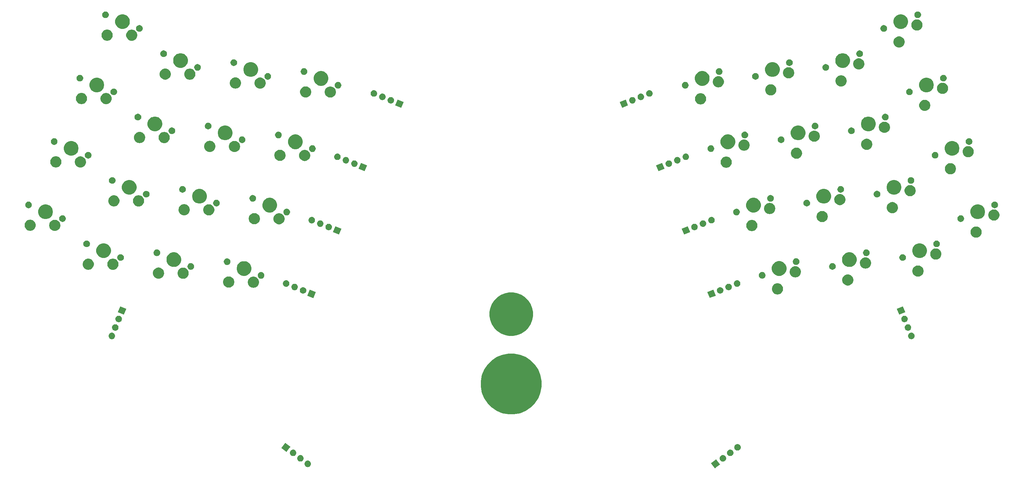
<source format=gbr>
G04 #@! TF.GenerationSoftware,KiCad,Pcbnew,(5.1.4)-1*
G04 #@! TF.CreationDate,2023-05-25T13:29:14-04:00*
G04 #@! TF.ProjectId,ThumbsUp,5468756d-6273-4557-902e-6b696361645f,rev?*
G04 #@! TF.SameCoordinates,Original*
G04 #@! TF.FileFunction,Soldermask,Top*
G04 #@! TF.FilePolarity,Negative*
%FSLAX46Y46*%
G04 Gerber Fmt 4.6, Leading zero omitted, Abs format (unit mm)*
G04 Created by KiCad (PCBNEW (5.1.4)-1) date 2023-05-25 13:29:14*
%MOMM*%
%LPD*%
G04 APERTURE LIST*
%ADD10C,0.100000*%
G04 APERTURE END LIST*
D10*
G36*
X199712265Y-256123186D02*
G01*
X200367482Y-256992688D01*
X200367482Y-256992689D01*
X199546782Y-257611130D01*
X198928341Y-258077159D01*
X198928340Y-258077159D01*
X198111133Y-256992688D01*
X197843870Y-256638018D01*
X197843870Y-256638017D01*
X198809810Y-255910130D01*
X199283011Y-255553547D01*
X199283012Y-255553547D01*
X199712265Y-256123186D01*
X199712265Y-256123186D01*
G37*
G36*
X86046940Y-255916649D02*
G01*
X86113124Y-255923167D01*
X86282963Y-255974687D01*
X86439488Y-256058352D01*
X86475226Y-256087682D01*
X86576683Y-256170944D01*
X86659945Y-256272401D01*
X86689275Y-256308139D01*
X86772940Y-256464664D01*
X86824460Y-256634503D01*
X86841856Y-256811130D01*
X86824460Y-256987757D01*
X86772940Y-257157596D01*
X86689275Y-257314121D01*
X86659945Y-257349859D01*
X86576683Y-257451316D01*
X86475226Y-257534578D01*
X86439488Y-257563908D01*
X86282963Y-257647573D01*
X86113124Y-257699093D01*
X86046939Y-257705612D01*
X85980757Y-257712130D01*
X85892237Y-257712130D01*
X85826055Y-257705612D01*
X85759870Y-257699093D01*
X85590031Y-257647573D01*
X85433506Y-257563908D01*
X85397768Y-257534578D01*
X85296311Y-257451316D01*
X85213049Y-257349859D01*
X85183719Y-257314121D01*
X85100054Y-257157596D01*
X85048534Y-256987757D01*
X85031138Y-256811130D01*
X85048534Y-256634503D01*
X85100054Y-256464664D01*
X85183719Y-256308139D01*
X85213049Y-256272401D01*
X85296311Y-256170944D01*
X85397768Y-256087682D01*
X85433506Y-256058352D01*
X85590031Y-255974687D01*
X85759870Y-255923167D01*
X85826054Y-255916649D01*
X85892237Y-255910130D01*
X85980757Y-255910130D01*
X86046940Y-255916649D01*
X86046940Y-255916649D01*
G37*
G36*
X201244652Y-254392261D02*
G01*
X201310837Y-254398780D01*
X201480676Y-254450300D01*
X201637201Y-254533965D01*
X201672939Y-254563295D01*
X201774396Y-254646557D01*
X201857658Y-254748014D01*
X201886988Y-254783752D01*
X201970653Y-254940277D01*
X202022173Y-255110116D01*
X202039569Y-255286743D01*
X202022173Y-255463370D01*
X201970653Y-255633209D01*
X201886988Y-255789734D01*
X201857658Y-255825472D01*
X201774396Y-255926929D01*
X201672939Y-256010191D01*
X201637201Y-256039521D01*
X201637199Y-256039522D01*
X201488579Y-256118962D01*
X201480676Y-256123186D01*
X201310837Y-256174706D01*
X201244652Y-256181225D01*
X201178470Y-256187743D01*
X201089950Y-256187743D01*
X201023768Y-256181225D01*
X200957583Y-256174706D01*
X200787744Y-256123186D01*
X200779842Y-256118962D01*
X200631221Y-256039522D01*
X200631219Y-256039521D01*
X200595481Y-256010191D01*
X200494024Y-255926929D01*
X200410762Y-255825472D01*
X200381432Y-255789734D01*
X200297767Y-255633209D01*
X200246247Y-255463370D01*
X200228851Y-255286743D01*
X200246247Y-255110116D01*
X200297767Y-254940277D01*
X200381432Y-254783752D01*
X200410762Y-254748014D01*
X200494024Y-254646557D01*
X200595481Y-254563295D01*
X200631219Y-254533965D01*
X200787744Y-254450300D01*
X200957583Y-254398780D01*
X201023768Y-254392261D01*
X201089950Y-254385743D01*
X201178470Y-254385743D01*
X201244652Y-254392261D01*
X201244652Y-254392261D01*
G37*
G36*
X83995098Y-254385743D02*
G01*
X84084589Y-254394557D01*
X84254428Y-254446077D01*
X84254430Y-254446078D01*
X84332690Y-254487909D01*
X84410953Y-254529742D01*
X84446691Y-254559072D01*
X84548148Y-254642334D01*
X84631410Y-254743791D01*
X84660740Y-254779529D01*
X84744405Y-254936054D01*
X84795925Y-255105893D01*
X84813321Y-255282520D01*
X84795925Y-255459147D01*
X84744405Y-255628986D01*
X84660740Y-255785511D01*
X84657274Y-255789734D01*
X84548148Y-255922706D01*
X84446691Y-256005968D01*
X84410953Y-256035298D01*
X84254428Y-256118963D01*
X84084589Y-256170483D01*
X84041711Y-256174706D01*
X83952222Y-256183520D01*
X83863702Y-256183520D01*
X83774213Y-256174706D01*
X83731335Y-256170483D01*
X83561496Y-256118963D01*
X83404971Y-256035298D01*
X83369233Y-256005968D01*
X83267776Y-255922706D01*
X83158650Y-255789734D01*
X83155184Y-255785511D01*
X83071519Y-255628986D01*
X83019999Y-255459147D01*
X83002603Y-255282520D01*
X83019999Y-255105893D01*
X83071519Y-254936054D01*
X83155184Y-254779529D01*
X83184514Y-254743791D01*
X83267776Y-254642334D01*
X83369233Y-254559072D01*
X83404971Y-254529742D01*
X83483233Y-254487910D01*
X83561494Y-254446078D01*
X83561496Y-254446077D01*
X83731335Y-254394557D01*
X83820826Y-254385743D01*
X83863702Y-254381520D01*
X83952222Y-254381520D01*
X83995098Y-254385743D01*
X83995098Y-254385743D01*
G37*
G36*
X203273186Y-252863651D02*
G01*
X203339371Y-252870170D01*
X203509210Y-252921690D01*
X203665735Y-253005355D01*
X203701473Y-253034685D01*
X203802930Y-253117947D01*
X203886192Y-253219404D01*
X203915522Y-253255142D01*
X203999187Y-253411667D01*
X204050707Y-253581506D01*
X204068103Y-253758133D01*
X204050707Y-253934760D01*
X203999187Y-254104599D01*
X203915522Y-254261124D01*
X203886192Y-254296862D01*
X203802930Y-254398319D01*
X203701473Y-254481581D01*
X203665735Y-254510911D01*
X203665733Y-254510912D01*
X203517113Y-254590352D01*
X203509210Y-254594576D01*
X203339371Y-254646096D01*
X203273187Y-254652614D01*
X203207004Y-254659133D01*
X203118484Y-254659133D01*
X203052301Y-254652614D01*
X202986117Y-254646096D01*
X202816278Y-254594576D01*
X202808376Y-254590352D01*
X202659755Y-254510912D01*
X202659753Y-254510911D01*
X202624015Y-254481581D01*
X202522558Y-254398319D01*
X202439296Y-254296862D01*
X202409966Y-254261124D01*
X202326301Y-254104599D01*
X202274781Y-253934760D01*
X202257385Y-253758133D01*
X202274781Y-253581506D01*
X202326301Y-253411667D01*
X202409966Y-253255142D01*
X202439296Y-253219404D01*
X202522558Y-253117947D01*
X202624015Y-253034685D01*
X202659753Y-253005355D01*
X202816278Y-252921690D01*
X202986117Y-252870170D01*
X203052302Y-252863651D01*
X203118484Y-252857133D01*
X203207004Y-252857133D01*
X203273186Y-252863651D01*
X203273186Y-252863651D01*
G37*
G36*
X81966564Y-252857133D02*
G01*
X82056055Y-252865947D01*
X82225894Y-252917467D01*
X82225896Y-252917468D01*
X82304156Y-252959299D01*
X82382419Y-253001132D01*
X82418157Y-253030462D01*
X82519614Y-253113724D01*
X82602876Y-253215181D01*
X82632206Y-253250919D01*
X82715871Y-253407444D01*
X82767391Y-253577283D01*
X82784787Y-253753910D01*
X82767391Y-253930537D01*
X82715871Y-254100376D01*
X82632206Y-254256901D01*
X82628740Y-254261124D01*
X82519614Y-254394096D01*
X82418157Y-254477358D01*
X82382419Y-254506688D01*
X82225894Y-254590353D01*
X82056055Y-254641873D01*
X81989871Y-254648391D01*
X81923688Y-254654910D01*
X81835168Y-254654910D01*
X81768985Y-254648391D01*
X81702801Y-254641873D01*
X81532962Y-254590353D01*
X81376437Y-254506688D01*
X81340699Y-254477358D01*
X81239242Y-254394096D01*
X81130116Y-254261124D01*
X81126650Y-254256901D01*
X81042985Y-254100376D01*
X80991465Y-253930537D01*
X80974069Y-253753910D01*
X80991465Y-253577283D01*
X81042985Y-253407444D01*
X81126650Y-253250919D01*
X81155980Y-253215181D01*
X81239242Y-253113724D01*
X81340699Y-253030462D01*
X81376437Y-253001132D01*
X81454700Y-252959299D01*
X81532960Y-252917468D01*
X81532962Y-252917467D01*
X81702801Y-252865947D01*
X81792292Y-252857133D01*
X81835168Y-252852910D01*
X81923688Y-252852910D01*
X81966564Y-252857133D01*
X81966564Y-252857133D01*
G37*
G36*
X80175269Y-251341560D02*
G01*
X81112700Y-252047964D01*
X81112700Y-252047965D01*
X80842788Y-252406150D01*
X80028230Y-253487106D01*
X80028229Y-253487106D01*
X79272293Y-252917467D01*
X78589088Y-252402636D01*
X78589088Y-252402635D01*
X79098568Y-251726532D01*
X79673558Y-250963494D01*
X79673559Y-250963494D01*
X80175269Y-251341560D01*
X80175269Y-251341560D01*
G37*
G36*
X205301721Y-251335041D02*
G01*
X205367906Y-251341560D01*
X205537745Y-251393080D01*
X205694270Y-251476745D01*
X205730008Y-251506075D01*
X205831465Y-251589337D01*
X205914727Y-251690794D01*
X205944057Y-251726532D01*
X206027722Y-251883057D01*
X206079242Y-252052896D01*
X206096638Y-252229523D01*
X206079242Y-252406150D01*
X206027722Y-252575989D01*
X205944057Y-252732514D01*
X205914727Y-252768252D01*
X205831465Y-252869709D01*
X205730008Y-252952971D01*
X205694270Y-252982301D01*
X205537745Y-253065966D01*
X205367906Y-253117486D01*
X205301722Y-253124004D01*
X205235539Y-253130523D01*
X205147019Y-253130523D01*
X205080836Y-253124004D01*
X205014652Y-253117486D01*
X204844813Y-253065966D01*
X204688288Y-252982301D01*
X204652550Y-252952971D01*
X204551093Y-252869709D01*
X204467831Y-252768252D01*
X204438501Y-252732514D01*
X204354836Y-252575989D01*
X204303316Y-252406150D01*
X204285920Y-252229523D01*
X204303316Y-252052896D01*
X204354836Y-251883057D01*
X204438501Y-251726532D01*
X204467831Y-251690794D01*
X204551093Y-251589337D01*
X204652550Y-251506075D01*
X204688288Y-251476745D01*
X204844813Y-251393080D01*
X205014652Y-251341560D01*
X205080837Y-251335041D01*
X205147019Y-251328523D01*
X205235539Y-251328523D01*
X205301721Y-251335041D01*
X205301721Y-251335041D01*
G37*
G36*
X144865065Y-226473766D02*
G01*
X146403048Y-227110820D01*
X146403050Y-227110821D01*
X147787199Y-228035679D01*
X148964321Y-229212801D01*
X149889179Y-230596950D01*
X149889180Y-230596952D01*
X150526234Y-232134935D01*
X150851000Y-233767648D01*
X150851000Y-235432352D01*
X150526234Y-237065065D01*
X149951012Y-238453773D01*
X149889179Y-238603050D01*
X148964321Y-239987199D01*
X147787199Y-241164321D01*
X146403050Y-242089179D01*
X146403049Y-242089180D01*
X146403048Y-242089180D01*
X144865065Y-242726234D01*
X143232352Y-243051000D01*
X141567648Y-243051000D01*
X139934935Y-242726234D01*
X138396952Y-242089180D01*
X138396951Y-242089180D01*
X138396950Y-242089179D01*
X137012801Y-241164321D01*
X135835679Y-239987199D01*
X134910821Y-238603050D01*
X134848988Y-238453773D01*
X134273766Y-237065065D01*
X133949000Y-235432352D01*
X133949000Y-233767648D01*
X134273766Y-232134935D01*
X134910820Y-230596952D01*
X134910821Y-230596950D01*
X135835679Y-229212801D01*
X137012801Y-228035679D01*
X138396950Y-227110821D01*
X138396952Y-227110820D01*
X139934935Y-226473766D01*
X141567648Y-226149000D01*
X143232352Y-226149000D01*
X144865065Y-226473766D01*
X144865065Y-226473766D01*
G37*
G36*
X31689805Y-220363102D02*
G01*
X31755989Y-220369620D01*
X31925828Y-220421140D01*
X32082353Y-220504805D01*
X32118091Y-220534135D01*
X32219548Y-220617397D01*
X32302810Y-220718854D01*
X32332140Y-220754592D01*
X32415805Y-220911117D01*
X32467325Y-221080956D01*
X32484721Y-221257583D01*
X32467325Y-221434210D01*
X32415805Y-221604049D01*
X32332140Y-221760574D01*
X32302810Y-221796312D01*
X32219548Y-221897769D01*
X32118091Y-221981031D01*
X32082353Y-222010361D01*
X31925828Y-222094026D01*
X31755989Y-222145546D01*
X31689804Y-222152065D01*
X31623622Y-222158583D01*
X31535102Y-222158583D01*
X31468920Y-222152065D01*
X31402735Y-222145546D01*
X31232896Y-222094026D01*
X31076371Y-222010361D01*
X31040633Y-221981031D01*
X30939176Y-221897769D01*
X30855914Y-221796312D01*
X30826584Y-221760574D01*
X30742919Y-221604049D01*
X30691399Y-221434210D01*
X30674003Y-221257583D01*
X30691399Y-221080956D01*
X30742919Y-220911117D01*
X30826584Y-220754592D01*
X30855914Y-220718854D01*
X30939176Y-220617397D01*
X31040633Y-220534135D01*
X31076371Y-220504805D01*
X31232896Y-220421140D01*
X31402735Y-220369620D01*
X31468919Y-220363102D01*
X31535102Y-220356583D01*
X31623622Y-220356583D01*
X31689805Y-220363102D01*
X31689805Y-220363102D01*
G37*
G36*
X253546675Y-220360617D02*
G01*
X253612859Y-220367135D01*
X253782698Y-220418655D01*
X253939223Y-220502320D01*
X253974961Y-220531650D01*
X254076418Y-220614912D01*
X254159680Y-220716369D01*
X254189010Y-220752107D01*
X254272675Y-220908632D01*
X254324195Y-221078471D01*
X254341591Y-221255098D01*
X254324195Y-221431725D01*
X254272675Y-221601564D01*
X254189010Y-221758089D01*
X254159680Y-221793827D01*
X254076418Y-221895284D01*
X253974961Y-221978546D01*
X253939223Y-222007876D01*
X253782698Y-222091541D01*
X253612859Y-222143061D01*
X253546674Y-222149580D01*
X253480492Y-222156098D01*
X253391972Y-222156098D01*
X253325790Y-222149580D01*
X253259605Y-222143061D01*
X253089766Y-222091541D01*
X252933241Y-222007876D01*
X252897503Y-221978546D01*
X252796046Y-221895284D01*
X252712784Y-221793827D01*
X252683454Y-221758089D01*
X252599789Y-221601564D01*
X252548269Y-221431725D01*
X252530873Y-221255098D01*
X252548269Y-221078471D01*
X252599789Y-220908632D01*
X252683454Y-220752107D01*
X252712784Y-220716369D01*
X252796046Y-220614912D01*
X252897503Y-220531650D01*
X252933241Y-220502320D01*
X253089766Y-220418655D01*
X253259605Y-220367135D01*
X253325789Y-220360617D01*
X253391972Y-220354098D01*
X253480492Y-220354098D01*
X253546675Y-220360617D01*
X253546675Y-220360617D01*
G37*
G36*
X144165010Y-209381536D02*
G01*
X145266222Y-209837673D01*
X146257287Y-210499881D01*
X147100119Y-211342713D01*
X147762327Y-212333778D01*
X148218464Y-213434990D01*
X148451000Y-214604027D01*
X148451000Y-215795973D01*
X148218464Y-216965010D01*
X147762327Y-218066222D01*
X147100119Y-219057287D01*
X146257287Y-219900119D01*
X145266222Y-220562327D01*
X144165010Y-221018464D01*
X142995973Y-221251000D01*
X141804027Y-221251000D01*
X140634990Y-221018464D01*
X139533778Y-220562327D01*
X138542713Y-219900119D01*
X137699881Y-219057287D01*
X137037673Y-218066222D01*
X136581536Y-216965010D01*
X136349000Y-215795973D01*
X136349000Y-214604027D01*
X136581536Y-213434990D01*
X137037673Y-212333778D01*
X137699881Y-211342713D01*
X138542713Y-210499881D01*
X139533778Y-209837673D01*
X140634990Y-209381536D01*
X141804027Y-209149000D01*
X142995973Y-209149000D01*
X144165010Y-209381536D01*
X144165010Y-209381536D01*
G37*
G36*
X32641305Y-218008054D02*
G01*
X32707490Y-218014573D01*
X32877329Y-218066093D01*
X33033854Y-218149758D01*
X33069592Y-218179088D01*
X33171049Y-218262350D01*
X33228731Y-218332637D01*
X33283641Y-218399545D01*
X33367306Y-218556070D01*
X33418826Y-218725909D01*
X33436222Y-218902536D01*
X33418826Y-219079163D01*
X33367306Y-219249002D01*
X33283641Y-219405527D01*
X33254311Y-219441265D01*
X33171049Y-219542722D01*
X33069592Y-219625984D01*
X33033854Y-219655314D01*
X32877329Y-219738979D01*
X32707490Y-219790499D01*
X32641306Y-219797017D01*
X32575123Y-219803536D01*
X32486603Y-219803536D01*
X32420420Y-219797017D01*
X32354236Y-219790499D01*
X32184397Y-219738979D01*
X32027872Y-219655314D01*
X31992134Y-219625984D01*
X31890677Y-219542722D01*
X31807415Y-219441265D01*
X31778085Y-219405527D01*
X31694420Y-219249002D01*
X31642900Y-219079163D01*
X31625504Y-218902536D01*
X31642900Y-218725909D01*
X31694420Y-218556070D01*
X31778085Y-218399545D01*
X31832995Y-218332637D01*
X31890677Y-218262350D01*
X31992134Y-218179088D01*
X32027872Y-218149758D01*
X32184397Y-218066093D01*
X32354236Y-218014573D01*
X32420421Y-218008054D01*
X32486603Y-218001536D01*
X32575123Y-218001536D01*
X32641305Y-218008054D01*
X32641305Y-218008054D01*
G37*
G36*
X252595173Y-218005569D02*
G01*
X252661358Y-218012088D01*
X252831197Y-218063608D01*
X252831199Y-218063609D01*
X252836089Y-218066223D01*
X252987722Y-218147273D01*
X253023460Y-218176603D01*
X253124917Y-218259865D01*
X253208179Y-218361322D01*
X253237509Y-218397060D01*
X253321174Y-218553585D01*
X253372694Y-218723424D01*
X253390090Y-218900051D01*
X253372694Y-219076678D01*
X253321174Y-219246517D01*
X253237509Y-219403042D01*
X253208179Y-219438780D01*
X253124917Y-219540237D01*
X253023460Y-219623499D01*
X252987722Y-219652829D01*
X252831197Y-219736494D01*
X252661358Y-219788014D01*
X252595173Y-219794533D01*
X252528991Y-219801051D01*
X252440471Y-219801051D01*
X252374289Y-219794533D01*
X252308104Y-219788014D01*
X252138265Y-219736494D01*
X251981740Y-219652829D01*
X251946002Y-219623499D01*
X251844545Y-219540237D01*
X251761283Y-219438780D01*
X251731953Y-219403042D01*
X251648288Y-219246517D01*
X251596768Y-219076678D01*
X251579372Y-218900051D01*
X251596768Y-218723424D01*
X251648288Y-218553585D01*
X251731953Y-218397060D01*
X251761283Y-218361322D01*
X251844545Y-218259865D01*
X251946002Y-218176603D01*
X251981740Y-218147273D01*
X252133373Y-218066223D01*
X252138263Y-218063609D01*
X252138265Y-218063608D01*
X252308104Y-218012088D01*
X252374289Y-218005569D01*
X252440471Y-217999051D01*
X252528991Y-217999051D01*
X252595173Y-218005569D01*
X252595173Y-218005569D01*
G37*
G36*
X33592805Y-215653007D02*
G01*
X33658990Y-215659526D01*
X33828829Y-215711046D01*
X33985354Y-215794711D01*
X34021092Y-215824041D01*
X34122549Y-215907303D01*
X34205811Y-216008760D01*
X34235141Y-216044498D01*
X34318806Y-216201023D01*
X34370326Y-216370862D01*
X34387722Y-216547489D01*
X34370326Y-216724116D01*
X34318806Y-216893955D01*
X34235141Y-217050480D01*
X34205811Y-217086218D01*
X34122549Y-217187675D01*
X34021092Y-217270937D01*
X33985354Y-217300267D01*
X33828829Y-217383932D01*
X33658990Y-217435452D01*
X33592806Y-217441970D01*
X33526623Y-217448489D01*
X33438103Y-217448489D01*
X33371920Y-217441970D01*
X33305736Y-217435452D01*
X33135897Y-217383932D01*
X32979372Y-217300267D01*
X32943634Y-217270937D01*
X32842177Y-217187675D01*
X32758915Y-217086218D01*
X32729585Y-217050480D01*
X32645920Y-216893955D01*
X32594400Y-216724116D01*
X32577004Y-216547489D01*
X32594400Y-216370862D01*
X32645920Y-216201023D01*
X32729585Y-216044498D01*
X32758915Y-216008760D01*
X32842177Y-215907303D01*
X32943634Y-215824041D01*
X32979372Y-215794711D01*
X33135897Y-215711046D01*
X33305736Y-215659526D01*
X33371921Y-215653007D01*
X33438103Y-215646489D01*
X33526623Y-215646489D01*
X33592805Y-215653007D01*
X33592805Y-215653007D01*
G37*
G36*
X251643673Y-215650522D02*
G01*
X251709858Y-215657041D01*
X251879697Y-215708561D01*
X252036222Y-215792226D01*
X252071960Y-215821556D01*
X252173417Y-215904818D01*
X252256679Y-216006275D01*
X252286009Y-216042013D01*
X252369674Y-216198538D01*
X252421194Y-216368377D01*
X252438590Y-216545004D01*
X252421194Y-216721631D01*
X252369674Y-216891470D01*
X252286009Y-217047995D01*
X252256679Y-217083733D01*
X252173417Y-217185190D01*
X252071960Y-217268452D01*
X252036222Y-217297782D01*
X251879697Y-217381447D01*
X251709858Y-217432967D01*
X251643674Y-217439485D01*
X251577491Y-217446004D01*
X251488971Y-217446004D01*
X251422788Y-217439485D01*
X251356604Y-217432967D01*
X251186765Y-217381447D01*
X251030240Y-217297782D01*
X250994502Y-217268452D01*
X250893045Y-217185190D01*
X250809783Y-217083733D01*
X250780453Y-217047995D01*
X250696788Y-216891470D01*
X250645268Y-216721631D01*
X250627872Y-216545004D01*
X250645268Y-216368377D01*
X250696788Y-216198538D01*
X250780453Y-216042013D01*
X250809783Y-216006275D01*
X250893045Y-215904818D01*
X250994502Y-215821556D01*
X251030240Y-215792226D01*
X251186765Y-215708561D01*
X251356604Y-215657041D01*
X251422789Y-215650522D01*
X251488971Y-215644004D01*
X251577491Y-215644004D01*
X251643673Y-215650522D01*
X251643673Y-215650522D01*
G37*
G36*
X35606778Y-213694569D02*
G01*
X34931737Y-215365356D01*
X33260950Y-214690315D01*
X33935991Y-213019528D01*
X35606778Y-213694569D01*
X35606778Y-213694569D01*
G37*
G36*
X251754644Y-214687830D02*
G01*
X250083857Y-215362871D01*
X249408816Y-213692084D01*
X251079603Y-213017043D01*
X251754644Y-214687830D01*
X251754644Y-214687830D01*
G37*
G36*
X88174977Y-209048666D02*
G01*
X87499936Y-210719453D01*
X85829149Y-210044412D01*
X86504190Y-208373625D01*
X88174977Y-209048666D01*
X88174977Y-209048666D01*
G37*
G36*
X199186444Y-210041927D02*
G01*
X197515657Y-210716968D01*
X196840616Y-209046181D01*
X198511403Y-208371140D01*
X199186444Y-210041927D01*
X199186444Y-210041927D01*
G37*
G36*
X216595051Y-206640397D02*
G01*
X216744876Y-206670199D01*
X217027140Y-206787116D01*
X217281171Y-206956854D01*
X217497207Y-207172890D01*
X217666945Y-207426921D01*
X217782988Y-207707075D01*
X217783862Y-207709186D01*
X217843466Y-208008834D01*
X217843466Y-208314356D01*
X217831676Y-208373626D01*
X217783862Y-208614005D01*
X217666945Y-208896269D01*
X217497207Y-209150300D01*
X217281171Y-209366336D01*
X217027140Y-209536074D01*
X216744876Y-209652991D01*
X216595051Y-209682793D01*
X216445227Y-209712595D01*
X216139705Y-209712595D01*
X215989881Y-209682793D01*
X215840056Y-209652991D01*
X215557792Y-209536074D01*
X215303761Y-209366336D01*
X215087725Y-209150300D01*
X214917987Y-208896269D01*
X214801070Y-208614005D01*
X214753256Y-208373626D01*
X214741466Y-208314356D01*
X214741466Y-208008834D01*
X214801070Y-207709186D01*
X214801944Y-207707075D01*
X214917987Y-207426921D01*
X215087725Y-207172890D01*
X215303761Y-206956854D01*
X215557792Y-206787116D01*
X215840056Y-206670199D01*
X215989881Y-206640397D01*
X216139705Y-206610595D01*
X216445227Y-206610595D01*
X216595051Y-206640397D01*
X216595051Y-206640397D01*
G37*
G36*
X84757459Y-207700557D02*
G01*
X84823643Y-207707075D01*
X84993482Y-207758595D01*
X85150007Y-207842260D01*
X85185745Y-207871590D01*
X85287202Y-207954852D01*
X85370464Y-208056309D01*
X85399794Y-208092047D01*
X85483459Y-208248572D01*
X85534979Y-208418411D01*
X85552375Y-208595038D01*
X85534979Y-208771665D01*
X85483459Y-208941504D01*
X85399794Y-209098029D01*
X85370464Y-209133767D01*
X85287202Y-209235224D01*
X85185745Y-209318486D01*
X85150007Y-209347816D01*
X84993482Y-209431481D01*
X84823643Y-209483001D01*
X84757459Y-209489519D01*
X84691276Y-209496038D01*
X84602756Y-209496038D01*
X84536574Y-209489520D01*
X84470389Y-209483001D01*
X84300550Y-209431481D01*
X84144025Y-209347816D01*
X84108287Y-209318486D01*
X84006830Y-209235224D01*
X83923568Y-209133767D01*
X83894238Y-209098029D01*
X83810573Y-208941504D01*
X83759053Y-208771665D01*
X83741657Y-208595038D01*
X83759053Y-208418411D01*
X83810573Y-208248572D01*
X83894238Y-208092047D01*
X83923568Y-208056309D01*
X84006830Y-207954852D01*
X84108287Y-207871590D01*
X84144025Y-207842260D01*
X84300550Y-207758595D01*
X84470389Y-207707075D01*
X84536574Y-207700556D01*
X84602756Y-207694038D01*
X84691276Y-207694038D01*
X84757459Y-207700557D01*
X84757459Y-207700557D01*
G37*
G36*
X200479020Y-207698072D02*
G01*
X200545204Y-207704590D01*
X200715043Y-207756110D01*
X200871568Y-207839775D01*
X200885607Y-207851297D01*
X201008763Y-207952367D01*
X201055104Y-208008835D01*
X201121355Y-208089562D01*
X201205020Y-208246087D01*
X201256540Y-208415926D01*
X201273936Y-208592553D01*
X201256540Y-208769180D01*
X201205020Y-208939019D01*
X201121355Y-209095544D01*
X201092025Y-209131282D01*
X201008763Y-209232739D01*
X200907306Y-209316001D01*
X200871568Y-209345331D01*
X200715043Y-209428996D01*
X200545204Y-209480516D01*
X200479019Y-209487035D01*
X200412837Y-209493553D01*
X200324317Y-209493553D01*
X200258134Y-209487034D01*
X200191950Y-209480516D01*
X200022111Y-209428996D01*
X199865586Y-209345331D01*
X199829848Y-209316001D01*
X199728391Y-209232739D01*
X199645129Y-209131282D01*
X199615799Y-209095544D01*
X199532134Y-208939019D01*
X199480614Y-208769180D01*
X199463218Y-208592553D01*
X199480614Y-208415926D01*
X199532134Y-208246087D01*
X199615799Y-208089562D01*
X199682050Y-208008835D01*
X199728391Y-207952367D01*
X199851547Y-207851297D01*
X199865586Y-207839775D01*
X200022111Y-207756110D01*
X200191950Y-207704590D01*
X200258135Y-207698071D01*
X200324317Y-207691553D01*
X200412837Y-207691553D01*
X200479020Y-207698072D01*
X200479020Y-207698072D01*
G37*
G36*
X82402412Y-206749057D02*
G01*
X82468596Y-206755575D01*
X82638435Y-206807095D01*
X82794960Y-206890760D01*
X82806516Y-206900244D01*
X82932155Y-207003352D01*
X83015417Y-207104809D01*
X83044747Y-207140547D01*
X83044748Y-207140549D01*
X83124099Y-207289002D01*
X83128412Y-207297072D01*
X83179932Y-207466911D01*
X83197328Y-207643538D01*
X83179932Y-207820165D01*
X83128412Y-207990004D01*
X83044747Y-208146529D01*
X83015417Y-208182267D01*
X82932155Y-208283724D01*
X82830698Y-208366986D01*
X82794960Y-208396316D01*
X82638435Y-208479981D01*
X82468596Y-208531501D01*
X82402411Y-208538020D01*
X82336229Y-208544538D01*
X82247709Y-208544538D01*
X82181527Y-208538020D01*
X82115342Y-208531501D01*
X81945503Y-208479981D01*
X81788978Y-208396316D01*
X81753240Y-208366986D01*
X81651783Y-208283724D01*
X81568521Y-208182267D01*
X81539191Y-208146529D01*
X81455526Y-207990004D01*
X81404006Y-207820165D01*
X81386610Y-207643538D01*
X81404006Y-207466911D01*
X81455526Y-207297072D01*
X81459840Y-207289002D01*
X81539190Y-207140549D01*
X81539191Y-207140547D01*
X81568521Y-207104809D01*
X81651783Y-207003352D01*
X81777422Y-206900244D01*
X81788978Y-206890760D01*
X81945503Y-206807095D01*
X82115342Y-206755575D01*
X82181526Y-206749057D01*
X82247709Y-206742538D01*
X82336229Y-206742538D01*
X82402412Y-206749057D01*
X82402412Y-206749057D01*
G37*
G36*
X202834067Y-206746572D02*
G01*
X202900251Y-206753090D01*
X203070090Y-206804610D01*
X203226615Y-206888275D01*
X203241199Y-206900244D01*
X203363810Y-207000867D01*
X203420530Y-207069982D01*
X203476402Y-207138062D01*
X203560067Y-207294587D01*
X203611587Y-207464426D01*
X203628983Y-207641053D01*
X203611587Y-207817680D01*
X203560067Y-207987519D01*
X203476402Y-208144044D01*
X203447072Y-208179782D01*
X203363810Y-208281239D01*
X203262353Y-208364501D01*
X203226615Y-208393831D01*
X203070090Y-208477496D01*
X202900251Y-208529016D01*
X202834066Y-208535535D01*
X202767884Y-208542053D01*
X202679364Y-208542053D01*
X202613182Y-208535535D01*
X202546997Y-208529016D01*
X202377158Y-208477496D01*
X202220633Y-208393831D01*
X202184895Y-208364501D01*
X202083438Y-208281239D01*
X202000176Y-208179782D01*
X201970846Y-208144044D01*
X201887181Y-207987519D01*
X201835661Y-207817680D01*
X201818265Y-207641053D01*
X201835661Y-207464426D01*
X201887181Y-207294587D01*
X201970846Y-207138062D01*
X202026718Y-207069982D01*
X202083438Y-207000867D01*
X202206049Y-206900244D01*
X202220633Y-206888275D01*
X202377158Y-206804610D01*
X202546997Y-206753090D01*
X202613181Y-206746572D01*
X202679364Y-206740053D01*
X202767884Y-206740053D01*
X202834067Y-206746572D01*
X202834067Y-206746572D01*
G37*
G36*
X71083340Y-204764897D02*
G01*
X71304563Y-204808901D01*
X71586827Y-204925818D01*
X71840858Y-205095556D01*
X72056894Y-205311592D01*
X72226632Y-205565623D01*
X72343549Y-205847887D01*
X72403153Y-206147537D01*
X72403153Y-206453057D01*
X72343549Y-206752707D01*
X72226632Y-207034971D01*
X72056894Y-207289002D01*
X71840858Y-207505038D01*
X71586827Y-207674776D01*
X71304563Y-207791693D01*
X71173927Y-207817678D01*
X71004914Y-207851297D01*
X70699392Y-207851297D01*
X70530379Y-207817678D01*
X70399743Y-207791693D01*
X70117479Y-207674776D01*
X69863448Y-207505038D01*
X69647412Y-207289002D01*
X69477674Y-207034971D01*
X69360757Y-206752707D01*
X69301153Y-206453057D01*
X69301153Y-206147537D01*
X69360757Y-205847887D01*
X69477674Y-205565623D01*
X69647412Y-205311592D01*
X69863448Y-205095556D01*
X70117479Y-204925818D01*
X70399743Y-204808901D01*
X70620966Y-204764897D01*
X70699392Y-204749297D01*
X71004914Y-204749297D01*
X71083340Y-204764897D01*
X71083340Y-204764897D01*
G37*
G36*
X64284968Y-204749297D02*
G01*
X64465445Y-204785196D01*
X64747709Y-204902113D01*
X65001740Y-205071851D01*
X65217776Y-205287887D01*
X65387514Y-205541918D01*
X65504431Y-205824182D01*
X65564035Y-206123832D01*
X65564035Y-206429352D01*
X65504431Y-206729002D01*
X65387514Y-207011266D01*
X65217776Y-207265297D01*
X65001740Y-207481333D01*
X64747709Y-207651071D01*
X64465445Y-207767988D01*
X64346272Y-207791693D01*
X64165796Y-207827592D01*
X63860274Y-207827592D01*
X63679798Y-207791693D01*
X63560625Y-207767988D01*
X63278361Y-207651071D01*
X63024330Y-207481333D01*
X62808294Y-207265297D01*
X62638556Y-207011266D01*
X62521639Y-206729002D01*
X62462035Y-206429352D01*
X62462035Y-206123832D01*
X62521639Y-205824182D01*
X62638556Y-205541918D01*
X62808294Y-205287887D01*
X63024330Y-205071851D01*
X63278361Y-204902113D01*
X63560625Y-204785196D01*
X63741102Y-204749297D01*
X63860274Y-204725592D01*
X64165796Y-204725592D01*
X64284968Y-204749297D01*
X64284968Y-204749297D01*
G37*
G36*
X80047365Y-205797556D02*
G01*
X80113549Y-205804074D01*
X80283388Y-205855594D01*
X80439913Y-205939259D01*
X80475651Y-205968589D01*
X80577108Y-206051851D01*
X80636180Y-206123832D01*
X80689700Y-206189046D01*
X80773365Y-206345571D01*
X80824885Y-206515410D01*
X80842281Y-206692037D01*
X80824885Y-206868664D01*
X80773365Y-207038503D01*
X80689700Y-207195028D01*
X80660370Y-207230766D01*
X80577108Y-207332223D01*
X80475651Y-207415485D01*
X80439913Y-207444815D01*
X80283388Y-207528480D01*
X80113549Y-207580000D01*
X80047365Y-207586518D01*
X79981182Y-207593037D01*
X79892662Y-207593037D01*
X79826480Y-207586519D01*
X79760295Y-207580000D01*
X79590456Y-207528480D01*
X79433931Y-207444815D01*
X79398193Y-207415485D01*
X79296736Y-207332223D01*
X79213474Y-207230766D01*
X79184144Y-207195028D01*
X79100479Y-207038503D01*
X79048959Y-206868664D01*
X79031563Y-206692037D01*
X79048959Y-206515410D01*
X79100479Y-206345571D01*
X79184144Y-206189046D01*
X79237664Y-206123832D01*
X79296736Y-206051851D01*
X79398193Y-205968589D01*
X79433931Y-205939259D01*
X79590456Y-205855594D01*
X79760295Y-205804074D01*
X79826480Y-205797555D01*
X79892662Y-205791037D01*
X79981182Y-205791037D01*
X80047365Y-205797556D01*
X80047365Y-205797556D01*
G37*
G36*
X205189113Y-205795070D02*
G01*
X205255298Y-205801589D01*
X205425137Y-205853109D01*
X205581662Y-205936774D01*
X205617400Y-205966104D01*
X205718857Y-206049366D01*
X205799422Y-206147536D01*
X205831449Y-206186561D01*
X205915114Y-206343086D01*
X205966634Y-206512925D01*
X205984030Y-206689552D01*
X205966634Y-206866179D01*
X205915114Y-207036018D01*
X205831449Y-207192543D01*
X205802119Y-207228281D01*
X205718857Y-207329738D01*
X205617400Y-207413000D01*
X205581662Y-207442330D01*
X205535671Y-207466913D01*
X205464345Y-207505038D01*
X205425137Y-207525995D01*
X205255298Y-207577515D01*
X205189113Y-207584034D01*
X205122931Y-207590552D01*
X205034411Y-207590552D01*
X204968228Y-207584033D01*
X204902044Y-207577515D01*
X204732205Y-207525995D01*
X204692998Y-207505038D01*
X204621671Y-207466913D01*
X204575680Y-207442330D01*
X204539942Y-207413000D01*
X204438485Y-207329738D01*
X204355223Y-207228281D01*
X204325893Y-207192543D01*
X204242228Y-207036018D01*
X204190708Y-206866179D01*
X204173312Y-206689552D01*
X204190708Y-206512925D01*
X204242228Y-206343086D01*
X204325893Y-206186561D01*
X204357920Y-206147536D01*
X204438485Y-206049366D01*
X204539942Y-205966104D01*
X204575680Y-205936774D01*
X204732205Y-205853109D01*
X204902044Y-205801589D01*
X204968229Y-205795070D01*
X205034411Y-205788552D01*
X205122931Y-205788552D01*
X205189113Y-205795070D01*
X205189113Y-205795070D01*
G37*
G36*
X236084577Y-204174305D02*
G01*
X236234402Y-204204107D01*
X236516666Y-204321024D01*
X236770697Y-204490762D01*
X236986733Y-204706798D01*
X237156471Y-204960829D01*
X237273388Y-205243093D01*
X237332992Y-205542743D01*
X237332992Y-205848263D01*
X237273388Y-206147913D01*
X237156471Y-206430177D01*
X236986733Y-206684208D01*
X236770697Y-206900244D01*
X236516666Y-207069982D01*
X236234402Y-207186899D01*
X236084577Y-207216701D01*
X235934753Y-207246503D01*
X235629231Y-207246503D01*
X235479407Y-207216701D01*
X235329582Y-207186899D01*
X235047318Y-207069982D01*
X234793287Y-206900244D01*
X234577251Y-206684208D01*
X234407513Y-206430177D01*
X234290596Y-206147913D01*
X234230992Y-205848263D01*
X234230992Y-205542743D01*
X234290596Y-205243093D01*
X234407513Y-204960829D01*
X234577251Y-204706798D01*
X234793287Y-204490762D01*
X235047318Y-204321024D01*
X235329582Y-204204107D01*
X235479407Y-204174305D01*
X235629231Y-204144503D01*
X235934753Y-204144503D01*
X236084577Y-204174305D01*
X236084577Y-204174305D01*
G37*
G36*
X51665212Y-202297493D02*
G01*
X51815037Y-202327295D01*
X52097301Y-202444212D01*
X52351332Y-202613950D01*
X52567368Y-202829986D01*
X52737106Y-203084017D01*
X52854023Y-203366281D01*
X52913627Y-203665931D01*
X52913627Y-203971451D01*
X52854023Y-204271101D01*
X52737106Y-204553365D01*
X52567368Y-204807396D01*
X52351332Y-205023432D01*
X52097301Y-205193170D01*
X51815037Y-205310087D01*
X51665212Y-205339889D01*
X51515388Y-205369691D01*
X51209866Y-205369691D01*
X51060042Y-205339889D01*
X50910217Y-205310087D01*
X50627953Y-205193170D01*
X50373922Y-205023432D01*
X50157886Y-204807396D01*
X49988148Y-204553365D01*
X49871231Y-204271101D01*
X49811627Y-203971451D01*
X49811627Y-203665931D01*
X49871231Y-203366281D01*
X49988148Y-203084017D01*
X50157886Y-202829986D01*
X50373922Y-202613950D01*
X50627953Y-202444212D01*
X50910217Y-202327295D01*
X51060042Y-202297493D01*
X51209866Y-202267691D01*
X51515388Y-202267691D01*
X51665212Y-202297493D01*
X51665212Y-202297493D01*
G37*
G36*
X73251281Y-203530585D02*
G01*
X73419803Y-203600389D01*
X73571468Y-203701728D01*
X73700449Y-203830709D01*
X73801788Y-203982374D01*
X73871592Y-204150896D01*
X73907177Y-204329797D01*
X73907177Y-204512203D01*
X73871592Y-204691104D01*
X73801788Y-204859626D01*
X73700449Y-205011291D01*
X73571468Y-205140272D01*
X73419803Y-205241611D01*
X73251281Y-205311415D01*
X73072380Y-205347000D01*
X72889974Y-205347000D01*
X72711073Y-205311415D01*
X72542551Y-205241611D01*
X72390886Y-205140272D01*
X72261905Y-205011291D01*
X72160566Y-204859626D01*
X72090762Y-204691104D01*
X72055177Y-204512203D01*
X72055177Y-204329797D01*
X72090762Y-204150896D01*
X72160566Y-203982374D01*
X72261905Y-203830709D01*
X72390886Y-203701728D01*
X72542551Y-203600389D01*
X72711073Y-203530585D01*
X72889974Y-203495000D01*
X73072380Y-203495000D01*
X73251281Y-203530585D01*
X73251281Y-203530585D01*
G37*
G36*
X44795442Y-202267691D02*
G01*
X44975919Y-202303590D01*
X45258183Y-202420507D01*
X45512214Y-202590245D01*
X45728250Y-202806281D01*
X45897988Y-203060312D01*
X45986929Y-203275036D01*
X46014905Y-203342577D01*
X46052303Y-203530586D01*
X46074509Y-203642226D01*
X46074509Y-203947746D01*
X46014905Y-204247396D01*
X45897988Y-204529660D01*
X45728250Y-204783691D01*
X45512214Y-204999727D01*
X45258183Y-205169465D01*
X44975919Y-205286382D01*
X44826094Y-205316184D01*
X44676270Y-205345986D01*
X44370748Y-205345986D01*
X44220924Y-205316184D01*
X44071099Y-205286382D01*
X43788835Y-205169465D01*
X43534804Y-204999727D01*
X43318768Y-204783691D01*
X43149030Y-204529660D01*
X43032113Y-204247396D01*
X42972509Y-203947746D01*
X42972509Y-203642226D01*
X42994716Y-203530586D01*
X43032113Y-203342577D01*
X43060089Y-203275036D01*
X43149030Y-203060312D01*
X43318768Y-202806281D01*
X43534804Y-202590245D01*
X43788835Y-202420507D01*
X44071099Y-202303590D01*
X44251576Y-202267691D01*
X44370748Y-202243986D01*
X44676270Y-202243986D01*
X44795442Y-202267691D01*
X44795442Y-202267691D01*
G37*
G36*
X212304521Y-203512586D02*
G01*
X212473043Y-203582390D01*
X212624708Y-203683729D01*
X212753689Y-203812710D01*
X212855028Y-203964375D01*
X212924832Y-204132897D01*
X212960417Y-204311798D01*
X212960417Y-204494204D01*
X212924832Y-204673105D01*
X212855028Y-204841627D01*
X212753689Y-204993292D01*
X212624708Y-205122273D01*
X212473043Y-205223612D01*
X212304521Y-205293416D01*
X212125620Y-205329001D01*
X211943214Y-205329001D01*
X211764313Y-205293416D01*
X211595791Y-205223612D01*
X211444126Y-205122273D01*
X211315145Y-204993292D01*
X211213806Y-204841627D01*
X211144002Y-204673105D01*
X211108417Y-204494204D01*
X211108417Y-204311798D01*
X211144002Y-204132897D01*
X211213806Y-203964375D01*
X211315145Y-203812710D01*
X211444126Y-203683729D01*
X211595791Y-203582390D01*
X211764313Y-203512586D01*
X211943214Y-203477001D01*
X212125620Y-203477001D01*
X212304521Y-203512586D01*
X212304521Y-203512586D01*
G37*
G36*
X221515718Y-201903525D02*
G01*
X221680992Y-201936400D01*
X221963256Y-202053317D01*
X222217287Y-202223055D01*
X222433323Y-202439091D01*
X222603061Y-202693122D01*
X222719978Y-202975386D01*
X222719978Y-202975387D01*
X222779582Y-203275035D01*
X222779582Y-203580557D01*
X222755479Y-203701728D01*
X222719978Y-203880206D01*
X222603061Y-204162470D01*
X222433323Y-204416501D01*
X222217287Y-204632537D01*
X221963256Y-204802275D01*
X221680992Y-204919192D01*
X221531167Y-204948994D01*
X221381343Y-204978796D01*
X221075821Y-204978796D01*
X220925997Y-204948994D01*
X220776172Y-204919192D01*
X220493908Y-204802275D01*
X220239877Y-204632537D01*
X220023841Y-204416501D01*
X219854103Y-204162470D01*
X219737186Y-203880206D01*
X219701685Y-203701728D01*
X219677582Y-203580557D01*
X219677582Y-203275035D01*
X219737186Y-202975387D01*
X219737186Y-202975386D01*
X219854103Y-202693122D01*
X220023841Y-202439091D01*
X220239877Y-202223055D01*
X220493908Y-202053317D01*
X220776172Y-201936400D01*
X220941446Y-201903525D01*
X221075821Y-201876796D01*
X221381343Y-201876796D01*
X221515718Y-201903525D01*
X221515718Y-201903525D01*
G37*
G36*
X255574103Y-201692699D02*
G01*
X255723928Y-201722501D01*
X256006192Y-201839418D01*
X256260223Y-202009156D01*
X256476259Y-202225192D01*
X256645997Y-202479223D01*
X256762914Y-202761487D01*
X256822518Y-203061137D01*
X256822518Y-203366657D01*
X256762914Y-203666307D01*
X256645997Y-203948571D01*
X256476259Y-204202602D01*
X256260223Y-204418638D01*
X256006192Y-204588376D01*
X255723928Y-204705293D01*
X255621878Y-204725592D01*
X255424279Y-204764897D01*
X255118757Y-204764897D01*
X254921158Y-204725592D01*
X254819108Y-204705293D01*
X254536844Y-204588376D01*
X254282813Y-204418638D01*
X254066777Y-204202602D01*
X253897039Y-203948571D01*
X253780122Y-203666307D01*
X253720518Y-203366657D01*
X253720518Y-203061137D01*
X253780122Y-202761487D01*
X253897039Y-202479223D01*
X254066777Y-202225192D01*
X254282813Y-202009156D01*
X254536844Y-201839418D01*
X254819108Y-201722501D01*
X254968933Y-201692699D01*
X255118757Y-201662897D01*
X255424279Y-201662897D01*
X255574103Y-201692699D01*
X255574103Y-201692699D01*
G37*
G36*
X68867557Y-200551683D02*
G01*
X69085557Y-200641982D01*
X69239706Y-200705832D01*
X69574631Y-200929622D01*
X69859460Y-201214451D01*
X70083250Y-201549376D01*
X70083250Y-201549377D01*
X70237399Y-201921525D01*
X70315983Y-202316593D01*
X70315983Y-202719405D01*
X70237399Y-203114473D01*
X70147100Y-203332473D01*
X70083250Y-203486622D01*
X69859460Y-203821547D01*
X69574631Y-204106376D01*
X69239706Y-204330166D01*
X69085557Y-204394016D01*
X68867557Y-204484315D01*
X68472489Y-204562899D01*
X68069677Y-204562899D01*
X67674609Y-204484315D01*
X67456609Y-204394016D01*
X67302460Y-204330166D01*
X66967535Y-204106376D01*
X66682706Y-203821547D01*
X66458916Y-203486622D01*
X66395066Y-203332473D01*
X66304767Y-203114473D01*
X66226183Y-202719405D01*
X66226183Y-202316593D01*
X66304767Y-201921525D01*
X66458916Y-201549377D01*
X66458916Y-201549376D01*
X66682706Y-201214451D01*
X66967535Y-200929622D01*
X67302460Y-200705832D01*
X67456609Y-200641982D01*
X67674609Y-200551683D01*
X68069677Y-200473099D01*
X68472489Y-200473099D01*
X68867557Y-200551683D01*
X68867557Y-200551683D01*
G37*
G36*
X217340985Y-200533684D02*
G01*
X217449682Y-200578708D01*
X217713134Y-200687833D01*
X218048059Y-200911623D01*
X218332888Y-201196452D01*
X218556678Y-201531377D01*
X218594333Y-201622285D01*
X218710827Y-201903526D01*
X218789411Y-202298594D01*
X218789411Y-202701406D01*
X218710827Y-203096474D01*
X218703371Y-203114474D01*
X218556678Y-203468623D01*
X218332888Y-203803548D01*
X218048059Y-204088377D01*
X217713134Y-204312167D01*
X217669680Y-204330166D01*
X217340985Y-204466316D01*
X216945917Y-204544900D01*
X216543105Y-204544900D01*
X216148037Y-204466316D01*
X215819342Y-204330166D01*
X215775888Y-204312167D01*
X215440963Y-204088377D01*
X215156134Y-203803548D01*
X214932344Y-203468623D01*
X214785651Y-203114474D01*
X214778195Y-203096474D01*
X214699611Y-202701406D01*
X214699611Y-202298594D01*
X214778195Y-201903526D01*
X214894689Y-201622285D01*
X214932344Y-201531377D01*
X215156134Y-201196452D01*
X215440963Y-200911623D01*
X215775888Y-200687833D01*
X216039340Y-200578708D01*
X216148037Y-200533684D01*
X216543105Y-200455100D01*
X216945917Y-200455100D01*
X217340985Y-200533684D01*
X217340985Y-200533684D01*
G37*
G36*
X32175686Y-199815887D02*
G01*
X32325511Y-199845689D01*
X32607775Y-199962606D01*
X32861806Y-200132344D01*
X33077842Y-200348380D01*
X33247580Y-200602411D01*
X33364497Y-200884675D01*
X33387940Y-201002530D01*
X33424101Y-201184324D01*
X33424101Y-201489846D01*
X33417506Y-201522999D01*
X33364497Y-201789495D01*
X33247580Y-202071759D01*
X33077842Y-202325790D01*
X32861806Y-202541826D01*
X32607775Y-202711564D01*
X32325511Y-202828481D01*
X32175686Y-202858283D01*
X32025862Y-202888085D01*
X31720340Y-202888085D01*
X31570516Y-202858283D01*
X31420691Y-202828481D01*
X31138427Y-202711564D01*
X30884396Y-202541826D01*
X30668360Y-202325790D01*
X30498622Y-202071759D01*
X30381705Y-201789495D01*
X30328696Y-201522999D01*
X30322101Y-201489846D01*
X30322101Y-201184324D01*
X30358262Y-201002530D01*
X30381705Y-200884675D01*
X30498622Y-200602411D01*
X30668360Y-200348380D01*
X30884396Y-200132344D01*
X31138427Y-199962606D01*
X31420691Y-199845689D01*
X31570516Y-199815887D01*
X31720340Y-199786085D01*
X32025862Y-199786085D01*
X32175686Y-199815887D01*
X32175686Y-199815887D01*
G37*
G36*
X53761755Y-201048979D02*
G01*
X53930277Y-201118783D01*
X54081942Y-201220122D01*
X54210923Y-201349103D01*
X54312262Y-201500768D01*
X54382066Y-201669290D01*
X54417651Y-201848191D01*
X54417651Y-202030597D01*
X54382066Y-202209498D01*
X54312262Y-202378020D01*
X54210923Y-202529685D01*
X54081942Y-202658666D01*
X53930277Y-202760005D01*
X53761755Y-202829809D01*
X53582854Y-202865394D01*
X53400448Y-202865394D01*
X53221547Y-202829809D01*
X53053025Y-202760005D01*
X52901360Y-202658666D01*
X52772379Y-202529685D01*
X52671040Y-202378020D01*
X52601236Y-202209498D01*
X52565651Y-202030597D01*
X52565651Y-201848191D01*
X52601236Y-201669290D01*
X52671040Y-201500768D01*
X52772379Y-201349103D01*
X52901360Y-201220122D01*
X53053025Y-201118783D01*
X53221547Y-201048979D01*
X53400448Y-201013394D01*
X53582854Y-201013394D01*
X53761755Y-201048979D01*
X53761755Y-201048979D01*
G37*
G36*
X25305916Y-199786085D02*
G01*
X25486393Y-199821984D01*
X25768657Y-199938901D01*
X26022688Y-200108639D01*
X26238724Y-200324675D01*
X26408462Y-200578706D01*
X26503829Y-200808944D01*
X26525379Y-200860971D01*
X26584983Y-201160619D01*
X26584983Y-201466141D01*
X26578589Y-201498284D01*
X26525379Y-201765790D01*
X26408462Y-202048054D01*
X26238724Y-202302085D01*
X26022688Y-202518121D01*
X25768657Y-202687859D01*
X25486393Y-202804776D01*
X25336568Y-202834578D01*
X25186744Y-202864380D01*
X24881222Y-202864380D01*
X24731398Y-202834578D01*
X24581573Y-202804776D01*
X24299309Y-202687859D01*
X24045278Y-202518121D01*
X23829242Y-202302085D01*
X23659504Y-202048054D01*
X23542587Y-201765790D01*
X23489377Y-201498284D01*
X23482983Y-201466141D01*
X23482983Y-201160619D01*
X23542587Y-200860971D01*
X23564137Y-200808944D01*
X23659504Y-200578706D01*
X23829242Y-200324675D01*
X24045278Y-200108639D01*
X24299309Y-199938901D01*
X24581573Y-199821984D01*
X24762050Y-199786085D01*
X24881222Y-199762380D01*
X25186744Y-199762380D01*
X25305916Y-199786085D01*
X25305916Y-199786085D01*
G37*
G36*
X231794047Y-201046494D02*
G01*
X231962569Y-201116298D01*
X232114234Y-201217637D01*
X232243215Y-201346618D01*
X232344554Y-201498283D01*
X232414358Y-201666805D01*
X232449943Y-201845706D01*
X232449943Y-202028112D01*
X232414358Y-202207013D01*
X232344554Y-202375535D01*
X232243215Y-202527200D01*
X232114234Y-202656181D01*
X231962569Y-202757520D01*
X231794047Y-202827324D01*
X231615146Y-202862909D01*
X231432740Y-202862909D01*
X231253839Y-202827324D01*
X231085317Y-202757520D01*
X230933652Y-202656181D01*
X230804671Y-202527200D01*
X230703332Y-202375535D01*
X230633528Y-202207013D01*
X230597943Y-202028112D01*
X230597943Y-201845706D01*
X230633528Y-201666805D01*
X230703332Y-201498283D01*
X230804671Y-201346618D01*
X230933652Y-201217637D01*
X231085317Y-201116298D01*
X231253839Y-201046494D01*
X231432740Y-201010909D01*
X231615146Y-201010909D01*
X231794047Y-201046494D01*
X231794047Y-201046494D01*
G37*
G36*
X241005244Y-199437433D02*
G01*
X241170518Y-199470308D01*
X241452782Y-199587225D01*
X241706813Y-199756963D01*
X241922849Y-199972999D01*
X242092587Y-200227030D01*
X242209504Y-200509294D01*
X242217936Y-200551683D01*
X242269108Y-200808943D01*
X242269108Y-201114465D01*
X242248091Y-201220122D01*
X242209504Y-201414114D01*
X242092587Y-201696378D01*
X241922849Y-201950409D01*
X241706813Y-202166445D01*
X241452782Y-202336183D01*
X241170518Y-202453100D01*
X241020693Y-202482902D01*
X240870869Y-202512704D01*
X240565347Y-202512704D01*
X240415523Y-202482902D01*
X240265698Y-202453100D01*
X239983434Y-202336183D01*
X239729403Y-202166445D01*
X239513367Y-201950409D01*
X239343629Y-201696378D01*
X239226712Y-201414114D01*
X239188125Y-201220122D01*
X239167108Y-201114465D01*
X239167108Y-200808943D01*
X239218280Y-200551683D01*
X239226712Y-200509294D01*
X239343629Y-200227030D01*
X239513367Y-199972999D01*
X239729403Y-199756963D01*
X239983434Y-199587225D01*
X240265698Y-199470308D01*
X240430972Y-199437433D01*
X240565347Y-199410704D01*
X240870869Y-199410704D01*
X241005244Y-199437433D01*
X241005244Y-199437433D01*
G37*
G36*
X49378031Y-198070077D02*
G01*
X49596031Y-198160376D01*
X49750180Y-198224226D01*
X50085105Y-198448016D01*
X50369934Y-198732845D01*
X50593724Y-199067770D01*
X50593724Y-199067771D01*
X50747873Y-199439919D01*
X50826457Y-199834987D01*
X50826457Y-200237799D01*
X50747873Y-200632867D01*
X50717497Y-200706201D01*
X50593724Y-201005016D01*
X50369934Y-201339941D01*
X50085105Y-201624770D01*
X49750180Y-201848560D01*
X49617482Y-201903525D01*
X49378031Y-202002709D01*
X48982963Y-202081293D01*
X48580151Y-202081293D01*
X48185083Y-202002709D01*
X47945632Y-201903525D01*
X47812934Y-201848560D01*
X47478009Y-201624770D01*
X47193180Y-201339941D01*
X46969390Y-201005016D01*
X46845617Y-200706201D01*
X46815241Y-200632867D01*
X46736657Y-200237799D01*
X46736657Y-199834987D01*
X46815241Y-199439919D01*
X46969390Y-199067771D01*
X46969390Y-199067770D01*
X47193180Y-198732845D01*
X47478009Y-198448016D01*
X47812934Y-198224226D01*
X47967083Y-198160376D01*
X48185083Y-198070077D01*
X48580151Y-197991493D01*
X48982963Y-197991493D01*
X49378031Y-198070077D01*
X49378031Y-198070077D01*
G37*
G36*
X236830511Y-198067592D02*
G01*
X237032508Y-198151262D01*
X237202660Y-198221741D01*
X237537585Y-198445531D01*
X237822414Y-198730360D01*
X238046204Y-199065285D01*
X238077433Y-199140679D01*
X238200353Y-199437434D01*
X238278937Y-199832502D01*
X238278937Y-200235314D01*
X238200353Y-200630382D01*
X238126390Y-200808943D01*
X238046204Y-201002531D01*
X237822414Y-201337456D01*
X237537585Y-201622285D01*
X237202660Y-201846075D01*
X237063963Y-201903525D01*
X236830511Y-202000224D01*
X236435443Y-202078808D01*
X236032631Y-202078808D01*
X235637563Y-202000224D01*
X235404111Y-201903525D01*
X235265414Y-201846075D01*
X234930489Y-201622285D01*
X234645660Y-201337456D01*
X234421870Y-201002531D01*
X234341684Y-200808943D01*
X234267721Y-200630382D01*
X234189137Y-200235314D01*
X234189137Y-199832502D01*
X234267721Y-199437434D01*
X234390641Y-199140679D01*
X234421870Y-199065285D01*
X234645660Y-198730360D01*
X234930489Y-198445531D01*
X235265414Y-198221741D01*
X235435566Y-198151262D01*
X235637563Y-198067592D01*
X236032631Y-197989008D01*
X236435443Y-197989008D01*
X236830511Y-198067592D01*
X236830511Y-198067592D01*
G37*
G36*
X63831093Y-199724583D02*
G01*
X63999615Y-199794387D01*
X64151280Y-199895726D01*
X64280261Y-200024707D01*
X64381600Y-200176372D01*
X64451404Y-200344894D01*
X64486989Y-200523795D01*
X64486989Y-200706201D01*
X64451404Y-200885102D01*
X64381600Y-201053624D01*
X64280261Y-201205289D01*
X64151280Y-201334270D01*
X63999615Y-201435609D01*
X63831093Y-201505413D01*
X63652192Y-201540998D01*
X63469786Y-201540998D01*
X63290885Y-201505413D01*
X63122363Y-201435609D01*
X62970698Y-201334270D01*
X62841717Y-201205289D01*
X62740378Y-201053624D01*
X62670574Y-200885102D01*
X62634989Y-200706201D01*
X62634989Y-200523795D01*
X62670574Y-200344894D01*
X62740378Y-200176372D01*
X62841717Y-200024707D01*
X62970698Y-199895726D01*
X63122363Y-199794387D01*
X63290885Y-199724583D01*
X63469786Y-199688998D01*
X63652192Y-199688998D01*
X63831093Y-199724583D01*
X63831093Y-199724583D01*
G37*
G36*
X221724709Y-199706584D02*
G01*
X221893231Y-199776388D01*
X222044896Y-199877727D01*
X222173877Y-200006708D01*
X222275216Y-200158373D01*
X222345020Y-200326895D01*
X222380605Y-200505796D01*
X222380605Y-200688202D01*
X222345020Y-200867103D01*
X222275216Y-201035625D01*
X222173877Y-201187290D01*
X222044896Y-201316271D01*
X221893231Y-201417610D01*
X221724709Y-201487414D01*
X221545808Y-201522999D01*
X221363402Y-201522999D01*
X221184501Y-201487414D01*
X221015979Y-201417610D01*
X220864314Y-201316271D01*
X220735333Y-201187290D01*
X220633994Y-201035625D01*
X220564190Y-200867103D01*
X220528605Y-200688202D01*
X220528605Y-200505796D01*
X220564190Y-200326895D01*
X220633994Y-200158373D01*
X220735333Y-200006708D01*
X220864314Y-199877727D01*
X221015979Y-199776388D01*
X221184501Y-199706584D01*
X221363402Y-199670999D01*
X221545808Y-199670999D01*
X221724709Y-199706584D01*
X221724709Y-199706584D01*
G37*
G36*
X34272229Y-198567373D02*
G01*
X34440751Y-198637177D01*
X34592416Y-198738516D01*
X34721397Y-198867497D01*
X34822736Y-199019162D01*
X34892540Y-199187684D01*
X34928125Y-199366585D01*
X34928125Y-199548991D01*
X34892540Y-199727892D01*
X34822736Y-199896414D01*
X34721397Y-200048079D01*
X34592416Y-200177060D01*
X34440751Y-200278399D01*
X34272229Y-200348203D01*
X34093328Y-200383788D01*
X33910922Y-200383788D01*
X33732021Y-200348203D01*
X33563499Y-200278399D01*
X33411834Y-200177060D01*
X33282853Y-200048079D01*
X33181514Y-199896414D01*
X33111710Y-199727892D01*
X33076125Y-199548991D01*
X33076125Y-199366585D01*
X33111710Y-199187684D01*
X33181514Y-199019162D01*
X33282853Y-198867497D01*
X33411834Y-198738516D01*
X33563499Y-198637177D01*
X33732021Y-198567373D01*
X33910922Y-198531788D01*
X34093328Y-198531788D01*
X34272229Y-198567373D01*
X34272229Y-198567373D01*
G37*
G36*
X251283573Y-198564888D02*
G01*
X251452095Y-198634692D01*
X251603760Y-198736031D01*
X251732741Y-198865012D01*
X251834080Y-199016677D01*
X251903884Y-199185199D01*
X251939469Y-199364100D01*
X251939469Y-199546506D01*
X251903884Y-199725407D01*
X251834080Y-199893929D01*
X251732741Y-200045594D01*
X251603760Y-200174575D01*
X251452095Y-200275914D01*
X251283573Y-200345718D01*
X251104672Y-200381303D01*
X250922266Y-200381303D01*
X250743365Y-200345718D01*
X250574843Y-200275914D01*
X250423178Y-200174575D01*
X250294197Y-200045594D01*
X250192858Y-199893929D01*
X250123054Y-199725407D01*
X250087469Y-199546506D01*
X250087469Y-199364100D01*
X250123054Y-199185199D01*
X250192858Y-199016677D01*
X250294197Y-198865012D01*
X250423178Y-198736031D01*
X250574843Y-198634692D01*
X250743365Y-198564888D01*
X250922266Y-198529303D01*
X251104672Y-198529303D01*
X251283573Y-198564888D01*
X251283573Y-198564888D01*
G37*
G36*
X260494770Y-196955827D02*
G01*
X260660044Y-196988702D01*
X260942308Y-197105619D01*
X261196339Y-197275357D01*
X261412375Y-197491393D01*
X261582113Y-197745424D01*
X261699030Y-198027688D01*
X261707462Y-198070077D01*
X261758634Y-198327337D01*
X261758634Y-198632859D01*
X261737617Y-198738516D01*
X261699030Y-198932508D01*
X261582113Y-199214772D01*
X261412375Y-199468803D01*
X261196339Y-199684839D01*
X260942308Y-199854577D01*
X260660044Y-199971494D01*
X260510219Y-200001296D01*
X260360395Y-200031098D01*
X260054873Y-200031098D01*
X259905049Y-200001296D01*
X259755224Y-199971494D01*
X259472960Y-199854577D01*
X259218929Y-199684839D01*
X259002893Y-199468803D01*
X258833155Y-199214772D01*
X258716238Y-198932508D01*
X258677651Y-198738516D01*
X258656634Y-198632859D01*
X258656634Y-198327337D01*
X258707806Y-198070077D01*
X258716238Y-198027688D01*
X258833155Y-197745424D01*
X259002893Y-197491393D01*
X259218929Y-197275357D01*
X259472960Y-197105619D01*
X259755224Y-196988702D01*
X259920498Y-196955827D01*
X260054873Y-196929098D01*
X260360395Y-196929098D01*
X260494770Y-196955827D01*
X260494770Y-196955827D01*
G37*
G36*
X29888505Y-195588471D02*
G01*
X30106505Y-195678770D01*
X30260654Y-195742620D01*
X30595579Y-195966410D01*
X30880408Y-196251239D01*
X31104198Y-196586164D01*
X31104198Y-196586165D01*
X31258347Y-196958313D01*
X31336931Y-197353381D01*
X31336931Y-197756193D01*
X31258347Y-198151261D01*
X31227971Y-198224595D01*
X31104198Y-198523410D01*
X30880408Y-198858335D01*
X30595579Y-199143164D01*
X30260654Y-199366954D01*
X30106505Y-199430804D01*
X29888505Y-199521103D01*
X29493437Y-199599687D01*
X29090625Y-199599687D01*
X28695557Y-199521103D01*
X28477557Y-199430804D01*
X28323408Y-199366954D01*
X27988483Y-199143164D01*
X27703654Y-198858335D01*
X27479864Y-198523410D01*
X27356091Y-198224595D01*
X27325715Y-198151261D01*
X27247131Y-197756193D01*
X27247131Y-197353381D01*
X27325715Y-196958313D01*
X27479864Y-196586165D01*
X27479864Y-196586164D01*
X27703654Y-196251239D01*
X27988483Y-195966410D01*
X28323408Y-195742620D01*
X28477557Y-195678770D01*
X28695557Y-195588471D01*
X29090625Y-195509887D01*
X29493437Y-195509887D01*
X29888505Y-195588471D01*
X29888505Y-195588471D01*
G37*
G36*
X256320037Y-195585986D02*
G01*
X256538037Y-195676285D01*
X256692186Y-195740135D01*
X257027111Y-195963925D01*
X257311940Y-196248754D01*
X257535730Y-196583679D01*
X257599580Y-196737828D01*
X257689879Y-196955828D01*
X257768463Y-197350896D01*
X257768463Y-197753708D01*
X257689879Y-198148776D01*
X257615916Y-198327337D01*
X257535730Y-198520925D01*
X257311940Y-198855850D01*
X257027111Y-199140679D01*
X256692186Y-199364469D01*
X256580564Y-199410704D01*
X256320037Y-199518618D01*
X255924969Y-199597202D01*
X255522157Y-199597202D01*
X255127089Y-199518618D01*
X254866562Y-199410704D01*
X254754940Y-199364469D01*
X254420015Y-199140679D01*
X254135186Y-198855850D01*
X253911396Y-198520925D01*
X253831210Y-198327337D01*
X253757247Y-198148776D01*
X253678663Y-197753708D01*
X253678663Y-197350896D01*
X253757247Y-196955828D01*
X253847546Y-196737828D01*
X253911396Y-196583679D01*
X254135186Y-196248754D01*
X254420015Y-195963925D01*
X254754940Y-195740135D01*
X254909089Y-195676285D01*
X255127089Y-195585986D01*
X255522157Y-195507402D01*
X255924969Y-195507402D01*
X256320037Y-195585986D01*
X256320037Y-195585986D01*
G37*
G36*
X44341567Y-197242977D02*
G01*
X44510089Y-197312781D01*
X44661754Y-197414120D01*
X44790735Y-197543101D01*
X44892074Y-197694766D01*
X44961878Y-197863288D01*
X44997463Y-198042189D01*
X44997463Y-198224595D01*
X44961878Y-198403496D01*
X44892074Y-198572018D01*
X44790735Y-198723683D01*
X44661754Y-198852664D01*
X44510089Y-198954003D01*
X44341567Y-199023807D01*
X44162666Y-199059392D01*
X43980260Y-199059392D01*
X43801359Y-199023807D01*
X43632837Y-198954003D01*
X43481172Y-198852664D01*
X43352191Y-198723683D01*
X43250852Y-198572018D01*
X43181048Y-198403496D01*
X43145463Y-198224595D01*
X43145463Y-198042189D01*
X43181048Y-197863288D01*
X43250852Y-197694766D01*
X43352191Y-197543101D01*
X43481172Y-197414120D01*
X43632837Y-197312781D01*
X43801359Y-197242977D01*
X43980260Y-197207392D01*
X44162666Y-197207392D01*
X44341567Y-197242977D01*
X44341567Y-197242977D01*
G37*
G36*
X241214235Y-197240492D02*
G01*
X241382757Y-197310296D01*
X241534422Y-197411635D01*
X241663403Y-197540616D01*
X241764742Y-197692281D01*
X241834546Y-197860803D01*
X241870131Y-198039704D01*
X241870131Y-198222110D01*
X241834546Y-198401011D01*
X241764742Y-198569533D01*
X241663403Y-198721198D01*
X241534422Y-198850179D01*
X241382757Y-198951518D01*
X241214235Y-199021322D01*
X241035334Y-199056907D01*
X240852928Y-199056907D01*
X240674027Y-199021322D01*
X240505505Y-198951518D01*
X240353840Y-198850179D01*
X240224859Y-198721198D01*
X240123520Y-198569533D01*
X240053716Y-198401011D01*
X240018131Y-198222110D01*
X240018131Y-198039704D01*
X240053716Y-197860803D01*
X240123520Y-197692281D01*
X240224859Y-197540616D01*
X240353840Y-197411635D01*
X240505505Y-197310296D01*
X240674027Y-197240492D01*
X240852928Y-197204907D01*
X241035334Y-197204907D01*
X241214235Y-197240492D01*
X241214235Y-197240492D01*
G37*
G36*
X24852041Y-194761371D02*
G01*
X25020563Y-194831175D01*
X25172228Y-194932514D01*
X25301209Y-195061495D01*
X25402548Y-195213160D01*
X25472352Y-195381682D01*
X25507937Y-195560583D01*
X25507937Y-195742989D01*
X25472352Y-195921890D01*
X25402548Y-196090412D01*
X25301209Y-196242077D01*
X25172228Y-196371058D01*
X25020563Y-196472397D01*
X24852041Y-196542201D01*
X24673140Y-196577786D01*
X24490734Y-196577786D01*
X24311833Y-196542201D01*
X24143311Y-196472397D01*
X23991646Y-196371058D01*
X23862665Y-196242077D01*
X23761326Y-196090412D01*
X23691522Y-195921890D01*
X23655937Y-195742989D01*
X23655937Y-195560583D01*
X23691522Y-195381682D01*
X23761326Y-195213160D01*
X23862665Y-195061495D01*
X23991646Y-194932514D01*
X24143311Y-194831175D01*
X24311833Y-194761371D01*
X24490734Y-194725786D01*
X24673140Y-194725786D01*
X24852041Y-194761371D01*
X24852041Y-194761371D01*
G37*
G36*
X260703761Y-194758886D02*
G01*
X260872283Y-194828690D01*
X261023948Y-194930029D01*
X261152929Y-195059010D01*
X261254268Y-195210675D01*
X261324072Y-195379197D01*
X261359657Y-195558098D01*
X261359657Y-195740504D01*
X261324072Y-195919405D01*
X261254268Y-196087927D01*
X261152929Y-196239592D01*
X261023948Y-196368573D01*
X260872283Y-196469912D01*
X260703761Y-196539716D01*
X260524860Y-196575301D01*
X260342454Y-196575301D01*
X260163553Y-196539716D01*
X259995031Y-196469912D01*
X259843366Y-196368573D01*
X259714385Y-196239592D01*
X259613046Y-196087927D01*
X259543242Y-195919405D01*
X259507657Y-195740504D01*
X259507657Y-195558098D01*
X259543242Y-195379197D01*
X259613046Y-195210675D01*
X259714385Y-195059010D01*
X259843366Y-194930029D01*
X259995031Y-194828690D01*
X260163553Y-194758886D01*
X260342454Y-194723301D01*
X260524860Y-194723301D01*
X260703761Y-194758886D01*
X260703761Y-194758886D01*
G37*
G36*
X271677329Y-190863487D02*
G01*
X271841995Y-190896241D01*
X272124259Y-191013158D01*
X272378290Y-191182896D01*
X272594326Y-191398932D01*
X272764064Y-191652963D01*
X272880981Y-191935227D01*
X272940585Y-192234877D01*
X272940585Y-192540397D01*
X272880981Y-192840047D01*
X272764064Y-193122311D01*
X272594326Y-193376342D01*
X272378290Y-193592378D01*
X272124259Y-193762116D01*
X271841995Y-193879033D01*
X271692170Y-193908835D01*
X271542346Y-193938637D01*
X271236824Y-193938637D01*
X271087000Y-193908835D01*
X270937175Y-193879033D01*
X270654911Y-193762116D01*
X270400880Y-193592378D01*
X270184844Y-193376342D01*
X270015106Y-193122311D01*
X269898189Y-192840047D01*
X269838585Y-192540397D01*
X269838585Y-192234877D01*
X269898189Y-191935227D01*
X270015106Y-191652963D01*
X270184844Y-191398932D01*
X270400880Y-191182896D01*
X270654911Y-191013158D01*
X270937175Y-190896241D01*
X271101841Y-190863487D01*
X271236824Y-190836637D01*
X271542346Y-190836637D01*
X271677329Y-190863487D01*
X271677329Y-190863487D01*
G37*
G36*
X95292503Y-191432173D02*
G01*
X94617462Y-193102960D01*
X92946675Y-192427919D01*
X93621716Y-190757132D01*
X95292503Y-191432173D01*
X95292503Y-191432173D01*
G37*
G36*
X192068919Y-192425434D02*
G01*
X190398132Y-193100475D01*
X189723091Y-191429688D01*
X191393878Y-190754647D01*
X192068919Y-192425434D01*
X192068919Y-192425434D01*
G37*
G36*
X209477526Y-189039418D02*
G01*
X209627351Y-189069220D01*
X209909615Y-189186137D01*
X210163646Y-189355875D01*
X210379682Y-189571911D01*
X210549420Y-189825942D01*
X210666337Y-190108206D01*
X210674948Y-190151495D01*
X210725941Y-190407855D01*
X210725941Y-190713377D01*
X210717237Y-190757133D01*
X210666337Y-191013026D01*
X210549420Y-191295290D01*
X210379682Y-191549321D01*
X210163646Y-191765357D01*
X209909615Y-191935095D01*
X209627351Y-192052012D01*
X209477526Y-192081814D01*
X209327702Y-192111616D01*
X209022180Y-192111616D01*
X208872356Y-192081814D01*
X208722531Y-192052012D01*
X208440267Y-191935095D01*
X208186236Y-191765357D01*
X207970200Y-191549321D01*
X207800462Y-191295290D01*
X207683545Y-191013026D01*
X207632645Y-190757133D01*
X207623941Y-190713377D01*
X207623941Y-190407855D01*
X207674934Y-190151495D01*
X207683545Y-190108206D01*
X207800462Y-189825942D01*
X207970200Y-189571911D01*
X208186236Y-189355875D01*
X208440267Y-189186137D01*
X208722531Y-189069220D01*
X208872356Y-189039418D01*
X209022180Y-189009616D01*
X209327702Y-189009616D01*
X209477526Y-189039418D01*
X209477526Y-189039418D01*
G37*
G36*
X16057619Y-188989627D02*
G01*
X16207444Y-189019429D01*
X16489708Y-189136346D01*
X16743739Y-189306084D01*
X16959775Y-189522120D01*
X17129513Y-189776151D01*
X17246430Y-190058415D01*
X17264945Y-190151495D01*
X17306034Y-190358064D01*
X17306034Y-190663586D01*
X17276232Y-190813410D01*
X17246430Y-190963235D01*
X17129513Y-191245499D01*
X16959775Y-191499530D01*
X16743739Y-191715566D01*
X16489708Y-191885304D01*
X16207444Y-192002221D01*
X16057619Y-192032023D01*
X15907795Y-192061825D01*
X15602273Y-192061825D01*
X15452449Y-192032023D01*
X15302624Y-192002221D01*
X15020360Y-191885304D01*
X14766329Y-191715566D01*
X14550293Y-191499530D01*
X14380555Y-191245499D01*
X14263638Y-190963235D01*
X14233836Y-190813410D01*
X14204034Y-190663586D01*
X14204034Y-190358064D01*
X14245123Y-190151495D01*
X14263638Y-190058415D01*
X14380555Y-189776151D01*
X14550293Y-189522120D01*
X14766329Y-189306084D01*
X15020360Y-189136346D01*
X15302624Y-189019429D01*
X15452449Y-188989627D01*
X15602273Y-188959825D01*
X15907795Y-188959825D01*
X16057619Y-188989627D01*
X16057619Y-188989627D01*
G37*
G36*
X9187849Y-188959825D02*
G01*
X9368326Y-188995724D01*
X9650590Y-189112641D01*
X9904621Y-189282379D01*
X10120657Y-189498415D01*
X10290395Y-189752446D01*
X10407312Y-190034710D01*
X10421931Y-190108206D01*
X10466916Y-190334359D01*
X10466916Y-190639881D01*
X10444087Y-190754648D01*
X10407312Y-190939530D01*
X10290395Y-191221794D01*
X10120657Y-191475825D01*
X9904621Y-191691861D01*
X9650590Y-191861599D01*
X9368326Y-191978516D01*
X9249153Y-192002221D01*
X9068677Y-192038120D01*
X8763155Y-192038120D01*
X8582679Y-192002221D01*
X8463506Y-191978516D01*
X8181242Y-191861599D01*
X7927211Y-191691861D01*
X7711175Y-191475825D01*
X7541437Y-191221794D01*
X7424520Y-190939530D01*
X7387745Y-190754648D01*
X7364916Y-190639881D01*
X7364916Y-190334359D01*
X7409901Y-190108206D01*
X7424520Y-190034710D01*
X7541437Y-189752446D01*
X7711175Y-189498415D01*
X7927211Y-189282379D01*
X8181242Y-189112641D01*
X8463506Y-188995724D01*
X8643983Y-188959825D01*
X8763155Y-188936120D01*
X9068677Y-188936120D01*
X9187849Y-188959825D01*
X9187849Y-188959825D01*
G37*
G36*
X91874985Y-190084064D02*
G01*
X91941169Y-190090582D01*
X92111008Y-190142102D01*
X92267533Y-190225767D01*
X92303271Y-190255097D01*
X92404728Y-190338359D01*
X92487990Y-190439816D01*
X92517320Y-190475554D01*
X92600985Y-190632079D01*
X92652505Y-190801918D01*
X92669901Y-190978545D01*
X92652505Y-191155172D01*
X92600985Y-191325011D01*
X92517320Y-191481536D01*
X92487990Y-191517274D01*
X92404728Y-191618731D01*
X92303271Y-191701993D01*
X92267533Y-191731323D01*
X92111008Y-191814988D01*
X91941169Y-191866508D01*
X91874985Y-191873026D01*
X91808802Y-191879545D01*
X91720282Y-191879545D01*
X91654099Y-191873026D01*
X91587915Y-191866508D01*
X91418076Y-191814988D01*
X91261551Y-191731323D01*
X91225813Y-191701993D01*
X91124356Y-191618731D01*
X91041094Y-191517274D01*
X91011764Y-191481536D01*
X90928099Y-191325011D01*
X90876579Y-191155172D01*
X90859183Y-190978545D01*
X90876579Y-190801918D01*
X90928099Y-190632079D01*
X91011764Y-190475554D01*
X91041094Y-190439816D01*
X91124356Y-190338359D01*
X91225813Y-190255097D01*
X91261551Y-190225767D01*
X91418076Y-190142102D01*
X91587915Y-190090582D01*
X91654099Y-190084064D01*
X91720282Y-190077545D01*
X91808802Y-190077545D01*
X91874985Y-190084064D01*
X91874985Y-190084064D01*
G37*
G36*
X193361494Y-190081578D02*
G01*
X193427679Y-190088097D01*
X193597518Y-190139617D01*
X193754043Y-190223282D01*
X193768082Y-190234804D01*
X193891238Y-190335874D01*
X193950310Y-190407855D01*
X194003830Y-190473069D01*
X194087495Y-190629594D01*
X194139015Y-190799433D01*
X194156411Y-190976060D01*
X194139015Y-191152687D01*
X194087495Y-191322526D01*
X194003830Y-191479051D01*
X193987024Y-191499529D01*
X193891238Y-191616246D01*
X193799101Y-191691860D01*
X193754043Y-191728838D01*
X193597518Y-191812503D01*
X193427679Y-191864023D01*
X193361494Y-191870542D01*
X193295312Y-191877060D01*
X193206792Y-191877060D01*
X193140610Y-191870542D01*
X193074425Y-191864023D01*
X192904586Y-191812503D01*
X192748061Y-191728838D01*
X192703003Y-191691860D01*
X192610866Y-191616246D01*
X192515080Y-191499529D01*
X192498274Y-191479051D01*
X192414609Y-191322526D01*
X192363089Y-191152687D01*
X192345693Y-190976060D01*
X192363089Y-190799433D01*
X192414609Y-190629594D01*
X192498274Y-190473069D01*
X192551794Y-190407855D01*
X192610866Y-190335874D01*
X192734022Y-190234804D01*
X192748061Y-190223282D01*
X192904586Y-190139617D01*
X193074425Y-190088097D01*
X193140610Y-190081578D01*
X193206792Y-190075060D01*
X193295312Y-190075060D01*
X193361494Y-190081578D01*
X193361494Y-190081578D01*
G37*
G36*
X89519937Y-189132563D02*
G01*
X89586122Y-189139082D01*
X89755961Y-189190602D01*
X89755963Y-189190603D01*
X89809713Y-189219333D01*
X89912486Y-189274267D01*
X89924042Y-189283751D01*
X90049681Y-189386859D01*
X90132943Y-189488316D01*
X90162273Y-189524054D01*
X90162274Y-189524056D01*
X90241625Y-189672509D01*
X90245938Y-189680579D01*
X90297458Y-189850418D01*
X90314854Y-190027045D01*
X90297458Y-190203672D01*
X90245938Y-190373511D01*
X90162273Y-190530036D01*
X90132943Y-190565774D01*
X90049681Y-190667231D01*
X89948224Y-190750493D01*
X89912486Y-190779823D01*
X89755961Y-190863488D01*
X89586122Y-190915008D01*
X89519938Y-190921526D01*
X89453755Y-190928045D01*
X89365235Y-190928045D01*
X89299052Y-190921526D01*
X89232868Y-190915008D01*
X89063029Y-190863488D01*
X88906504Y-190779823D01*
X88870766Y-190750493D01*
X88769309Y-190667231D01*
X88686047Y-190565774D01*
X88656717Y-190530036D01*
X88573052Y-190373511D01*
X88521532Y-190203672D01*
X88504136Y-190027045D01*
X88521532Y-189850418D01*
X88573052Y-189680579D01*
X88577366Y-189672509D01*
X88656716Y-189524056D01*
X88656717Y-189524054D01*
X88686047Y-189488316D01*
X88769309Y-189386859D01*
X88894948Y-189283751D01*
X88906504Y-189274267D01*
X89009277Y-189219333D01*
X89063027Y-189190603D01*
X89063029Y-189190602D01*
X89232868Y-189139082D01*
X89299053Y-189132563D01*
X89365235Y-189126045D01*
X89453755Y-189126045D01*
X89519937Y-189132563D01*
X89519937Y-189132563D01*
G37*
G36*
X195716541Y-189130078D02*
G01*
X195782726Y-189136597D01*
X195952565Y-189188117D01*
X196109090Y-189271782D01*
X196123674Y-189283751D01*
X196246285Y-189384374D01*
X196301897Y-189452139D01*
X196358877Y-189521569D01*
X196442542Y-189678094D01*
X196494062Y-189847933D01*
X196511458Y-190024560D01*
X196494062Y-190201187D01*
X196442542Y-190371026D01*
X196358877Y-190527551D01*
X196329547Y-190563289D01*
X196246285Y-190664746D01*
X196144828Y-190748008D01*
X196109090Y-190777338D01*
X195952565Y-190861003D01*
X195782726Y-190912523D01*
X195716542Y-190919041D01*
X195650359Y-190925560D01*
X195561839Y-190925560D01*
X195495656Y-190919041D01*
X195429472Y-190912523D01*
X195259633Y-190861003D01*
X195103108Y-190777338D01*
X195067370Y-190748008D01*
X194965913Y-190664746D01*
X194882651Y-190563289D01*
X194853321Y-190527551D01*
X194769656Y-190371026D01*
X194718136Y-190201187D01*
X194700740Y-190024560D01*
X194718136Y-189847933D01*
X194769656Y-189678094D01*
X194853321Y-189521569D01*
X194910301Y-189452139D01*
X194965913Y-189384374D01*
X195088524Y-189283751D01*
X195103108Y-189271782D01*
X195259633Y-189188117D01*
X195429472Y-189136597D01*
X195495657Y-189130078D01*
X195561839Y-189123560D01*
X195650359Y-189123560D01*
X195716541Y-189130078D01*
X195716541Y-189130078D01*
G37*
G36*
X78200865Y-187148404D02*
G01*
X78422088Y-187192408D01*
X78704352Y-187309325D01*
X78958383Y-187479063D01*
X79174419Y-187695099D01*
X79344157Y-187949130D01*
X79461074Y-188231394D01*
X79461074Y-188231395D01*
X79520678Y-188531043D01*
X79520678Y-188836565D01*
X79507735Y-188901632D01*
X79461074Y-189136214D01*
X79344157Y-189418478D01*
X79174419Y-189672509D01*
X78958383Y-189888545D01*
X78704352Y-190058283D01*
X78422088Y-190175200D01*
X78291452Y-190201185D01*
X78122439Y-190234804D01*
X77816917Y-190234804D01*
X77647904Y-190201185D01*
X77517268Y-190175200D01*
X77235004Y-190058283D01*
X76980973Y-189888545D01*
X76764937Y-189672509D01*
X76595199Y-189418478D01*
X76478282Y-189136214D01*
X76431621Y-188901632D01*
X76418678Y-188836565D01*
X76418678Y-188531043D01*
X76478282Y-188231395D01*
X76478282Y-188231394D01*
X76595199Y-187949130D01*
X76764937Y-187695099D01*
X76980973Y-187479063D01*
X77235004Y-187309325D01*
X77517268Y-187192408D01*
X77738491Y-187148404D01*
X77816917Y-187132804D01*
X78122439Y-187132804D01*
X78200865Y-187148404D01*
X78200865Y-187148404D01*
G37*
G36*
X71402493Y-187132804D02*
G01*
X71582970Y-187168703D01*
X71865234Y-187285620D01*
X72119265Y-187455358D01*
X72335301Y-187671394D01*
X72505039Y-187925425D01*
X72614802Y-188190418D01*
X72621956Y-188207690D01*
X72681560Y-188507338D01*
X72681560Y-188812860D01*
X72664396Y-188899147D01*
X72621956Y-189112509D01*
X72505039Y-189394773D01*
X72335301Y-189648804D01*
X72119265Y-189864840D01*
X71865234Y-190034578D01*
X71582970Y-190151495D01*
X71463797Y-190175200D01*
X71283321Y-190211099D01*
X70977799Y-190211099D01*
X70797323Y-190175200D01*
X70678150Y-190151495D01*
X70395886Y-190034578D01*
X70141855Y-189864840D01*
X69925819Y-189648804D01*
X69756081Y-189394773D01*
X69639164Y-189112509D01*
X69596724Y-188899147D01*
X69579560Y-188812860D01*
X69579560Y-188507338D01*
X69639164Y-188207690D01*
X69646318Y-188190418D01*
X69756081Y-187925425D01*
X69925819Y-187671394D01*
X70141855Y-187455358D01*
X70395886Y-187285620D01*
X70678150Y-187168703D01*
X70858627Y-187132804D01*
X70977799Y-187109099D01*
X71283321Y-187109099D01*
X71402493Y-187132804D01*
X71402493Y-187132804D01*
G37*
G36*
X87164891Y-188181063D02*
G01*
X87231075Y-188187581D01*
X87400914Y-188239101D01*
X87557439Y-188322766D01*
X87593177Y-188352096D01*
X87694634Y-188435358D01*
X87753706Y-188507339D01*
X87807226Y-188572553D01*
X87890891Y-188729078D01*
X87942411Y-188898917D01*
X87959807Y-189075544D01*
X87942411Y-189252171D01*
X87890891Y-189422010D01*
X87807226Y-189578535D01*
X87777896Y-189614273D01*
X87694634Y-189715730D01*
X87621007Y-189776153D01*
X87557439Y-189828322D01*
X87400914Y-189911987D01*
X87231075Y-189963507D01*
X87164891Y-189970025D01*
X87098708Y-189976544D01*
X87010188Y-189976544D01*
X86944005Y-189970025D01*
X86877821Y-189963507D01*
X86707982Y-189911987D01*
X86551457Y-189828322D01*
X86487889Y-189776153D01*
X86414262Y-189715730D01*
X86331000Y-189614273D01*
X86301670Y-189578535D01*
X86218005Y-189422010D01*
X86166485Y-189252171D01*
X86149089Y-189075544D01*
X86166485Y-188898917D01*
X86218005Y-188729078D01*
X86301670Y-188572553D01*
X86355190Y-188507339D01*
X86414262Y-188435358D01*
X86515719Y-188352096D01*
X86551457Y-188322766D01*
X86707982Y-188239101D01*
X86877821Y-188187581D01*
X86944005Y-188181063D01*
X87010188Y-188174544D01*
X87098708Y-188174544D01*
X87164891Y-188181063D01*
X87164891Y-188181063D01*
G37*
G36*
X198071588Y-188178577D02*
G01*
X198137773Y-188185096D01*
X198307612Y-188236616D01*
X198464137Y-188320281D01*
X198499875Y-188349611D01*
X198601332Y-188432873D01*
X198681897Y-188531043D01*
X198713924Y-188570068D01*
X198797589Y-188726593D01*
X198849109Y-188896432D01*
X198866505Y-189073059D01*
X198849109Y-189249686D01*
X198797589Y-189419525D01*
X198713924Y-189576050D01*
X198684594Y-189611788D01*
X198601332Y-189713245D01*
X198524677Y-189776153D01*
X198464137Y-189825837D01*
X198418146Y-189850420D01*
X198346820Y-189888545D01*
X198307612Y-189909502D01*
X198137773Y-189961022D01*
X198071588Y-189967541D01*
X198005406Y-189974059D01*
X197916886Y-189974059D01*
X197850704Y-189967541D01*
X197784519Y-189961022D01*
X197614680Y-189909502D01*
X197575473Y-189888545D01*
X197504146Y-189850420D01*
X197458155Y-189825837D01*
X197397615Y-189776153D01*
X197320960Y-189713245D01*
X197237698Y-189611788D01*
X197208368Y-189576050D01*
X197124703Y-189419525D01*
X197073183Y-189249686D01*
X197055787Y-189073059D01*
X197073183Y-188896432D01*
X197124703Y-188726593D01*
X197208368Y-188570068D01*
X197240395Y-188531043D01*
X197320960Y-188432873D01*
X197422417Y-188349611D01*
X197458155Y-188320281D01*
X197614680Y-188236616D01*
X197784519Y-188185096D01*
X197850704Y-188178577D01*
X197916886Y-188172059D01*
X198005406Y-188172059D01*
X198071588Y-188178577D01*
X198071588Y-188178577D01*
G37*
G36*
X228967052Y-186557812D02*
G01*
X229116877Y-186587614D01*
X229399141Y-186704531D01*
X229653172Y-186874269D01*
X229869208Y-187090305D01*
X230038946Y-187344336D01*
X230155863Y-187626600D01*
X230168959Y-187692437D01*
X230212684Y-187912256D01*
X230215467Y-187926250D01*
X230215467Y-188231770D01*
X230155863Y-188531420D01*
X230038946Y-188813684D01*
X229869208Y-189067715D01*
X229653172Y-189283751D01*
X229399141Y-189453489D01*
X229116877Y-189570406D01*
X228967052Y-189600208D01*
X228817228Y-189630010D01*
X228511706Y-189630010D01*
X228361882Y-189600208D01*
X228212057Y-189570406D01*
X227929793Y-189453489D01*
X227675762Y-189283751D01*
X227459726Y-189067715D01*
X227289988Y-188813684D01*
X227173071Y-188531420D01*
X227113467Y-188231770D01*
X227113467Y-187926250D01*
X227116251Y-187912256D01*
X227159975Y-187692437D01*
X227173071Y-187626600D01*
X227289988Y-187344336D01*
X227459726Y-187090305D01*
X227675762Y-186874269D01*
X227929793Y-186704531D01*
X228212057Y-186587614D01*
X228361882Y-186557812D01*
X228511706Y-186528010D01*
X228817228Y-186528010D01*
X228967052Y-186557812D01*
X228967052Y-186557812D01*
G37*
G36*
X18154162Y-187741113D02*
G01*
X18322684Y-187810917D01*
X18474349Y-187912256D01*
X18603330Y-188041237D01*
X18704669Y-188192902D01*
X18774473Y-188361424D01*
X18810058Y-188540325D01*
X18810058Y-188722731D01*
X18774473Y-188901632D01*
X18704669Y-189070154D01*
X18603330Y-189221819D01*
X18474349Y-189350800D01*
X18322684Y-189452139D01*
X18154162Y-189521943D01*
X17975261Y-189557528D01*
X17792855Y-189557528D01*
X17613954Y-189521943D01*
X17445432Y-189452139D01*
X17293767Y-189350800D01*
X17164786Y-189221819D01*
X17063447Y-189070154D01*
X16993643Y-188901632D01*
X16958058Y-188722731D01*
X16958058Y-188540325D01*
X16993643Y-188361424D01*
X17063447Y-188192902D01*
X17164786Y-188041237D01*
X17293767Y-187912256D01*
X17445432Y-187810917D01*
X17613954Y-187741113D01*
X17792855Y-187705528D01*
X17975261Y-187705528D01*
X18154162Y-187741113D01*
X18154162Y-187741113D01*
G37*
G36*
X267401640Y-187738628D02*
G01*
X267570162Y-187808432D01*
X267721827Y-187909771D01*
X267850808Y-188038752D01*
X267952147Y-188190417D01*
X268021951Y-188358939D01*
X268057536Y-188537840D01*
X268057536Y-188720246D01*
X268021951Y-188899147D01*
X267952147Y-189067669D01*
X267850808Y-189219334D01*
X267721827Y-189348315D01*
X267570162Y-189449654D01*
X267401640Y-189519458D01*
X267222739Y-189555043D01*
X267040333Y-189555043D01*
X266861432Y-189519458D01*
X266692910Y-189449654D01*
X266541245Y-189348315D01*
X266412264Y-189219334D01*
X266310925Y-189067669D01*
X266241121Y-188899147D01*
X266205536Y-188720246D01*
X266205536Y-188537840D01*
X266241121Y-188358939D01*
X266310925Y-188190417D01*
X266412264Y-188038752D01*
X266541245Y-187909771D01*
X266692910Y-187808432D01*
X266861432Y-187738628D01*
X267040333Y-187703043D01*
X267222739Y-187703043D01*
X267401640Y-187738628D01*
X267401640Y-187738628D01*
G37*
G36*
X276612837Y-186129567D02*
G01*
X276778111Y-186162442D01*
X277060375Y-186279359D01*
X277314406Y-186449097D01*
X277530442Y-186665133D01*
X277700180Y-186919164D01*
X277817097Y-187201428D01*
X277833844Y-187285620D01*
X277876701Y-187501077D01*
X277876701Y-187806599D01*
X277852901Y-187926249D01*
X277817097Y-188106248D01*
X277700180Y-188388512D01*
X277530442Y-188642543D01*
X277314406Y-188858579D01*
X277060375Y-189028317D01*
X276778111Y-189145234D01*
X276628286Y-189175036D01*
X276478462Y-189204838D01*
X276172940Y-189204838D01*
X276023116Y-189175036D01*
X275873291Y-189145234D01*
X275591027Y-189028317D01*
X275336996Y-188858579D01*
X275120960Y-188642543D01*
X274951222Y-188388512D01*
X274834305Y-188106248D01*
X274798501Y-187926249D01*
X274774701Y-187806599D01*
X274774701Y-187501077D01*
X274817558Y-187285620D01*
X274834305Y-187201428D01*
X274951222Y-186919164D01*
X275120960Y-186665133D01*
X275336996Y-186449097D01*
X275591027Y-186279359D01*
X275873291Y-186162442D01*
X276038565Y-186129567D01*
X276172940Y-186102838D01*
X276478462Y-186102838D01*
X276612837Y-186129567D01*
X276612837Y-186129567D01*
G37*
G36*
X13770438Y-184762211D02*
G01*
X13953679Y-184838112D01*
X14142587Y-184916360D01*
X14477512Y-185140150D01*
X14762341Y-185424979D01*
X14986131Y-185759904D01*
X14986131Y-185759905D01*
X15140280Y-186132053D01*
X15218864Y-186527121D01*
X15218864Y-186929933D01*
X15140280Y-187325001D01*
X15106340Y-187406939D01*
X14986131Y-187697150D01*
X14762341Y-188032075D01*
X14477512Y-188316904D01*
X14142587Y-188540694D01*
X14065672Y-188572553D01*
X13770438Y-188694843D01*
X13375370Y-188773427D01*
X12972558Y-188773427D01*
X12577490Y-188694843D01*
X12282256Y-188572553D01*
X12205341Y-188540694D01*
X11870416Y-188316904D01*
X11585587Y-188032075D01*
X11361797Y-187697150D01*
X11241588Y-187406939D01*
X11207648Y-187325001D01*
X11129064Y-186929933D01*
X11129064Y-186527121D01*
X11207648Y-186132053D01*
X11361797Y-185759905D01*
X11361797Y-185759904D01*
X11585587Y-185424979D01*
X11870416Y-185140150D01*
X12205341Y-184916360D01*
X12394249Y-184838112D01*
X12577490Y-184762211D01*
X12972558Y-184683627D01*
X13375370Y-184683627D01*
X13770438Y-184762211D01*
X13770438Y-184762211D01*
G37*
G36*
X272438104Y-184759726D02*
G01*
X272656104Y-184850025D01*
X272810253Y-184913875D01*
X273145178Y-185137665D01*
X273430007Y-185422494D01*
X273653797Y-185757419D01*
X273699453Y-185867643D01*
X273807946Y-186129568D01*
X273886530Y-186524636D01*
X273886530Y-186927448D01*
X273807946Y-187322516D01*
X273733983Y-187501077D01*
X273653797Y-187694665D01*
X273430007Y-188029590D01*
X273145178Y-188314419D01*
X272810253Y-188538209D01*
X272727334Y-188572555D01*
X272438104Y-188692358D01*
X272043036Y-188770942D01*
X271640224Y-188770942D01*
X271245156Y-188692358D01*
X270955926Y-188572555D01*
X270873007Y-188538209D01*
X270538082Y-188314419D01*
X270253253Y-188029590D01*
X270029463Y-187694665D01*
X269949277Y-187501077D01*
X269875314Y-187322516D01*
X269796730Y-186927448D01*
X269796730Y-186524636D01*
X269875314Y-186129568D01*
X269983807Y-185867643D01*
X270029463Y-185757419D01*
X270253253Y-185422494D01*
X270538082Y-185137665D01*
X270873007Y-184913875D01*
X271027156Y-184850025D01*
X271245156Y-184759726D01*
X271640224Y-184681142D01*
X272043036Y-184681142D01*
X272438104Y-184759726D01*
X272438104Y-184759726D01*
G37*
G36*
X58782737Y-184681000D02*
G01*
X58932562Y-184710802D01*
X59214826Y-184827719D01*
X59468857Y-184997457D01*
X59684893Y-185213493D01*
X59854631Y-185467524D01*
X59971548Y-185749788D01*
X59971548Y-185749789D01*
X60031152Y-186049437D01*
X60031152Y-186354959D01*
X60028979Y-186365881D01*
X59971548Y-186654608D01*
X59854631Y-186936872D01*
X59684893Y-187190903D01*
X59468857Y-187406939D01*
X59214826Y-187576677D01*
X58932562Y-187693594D01*
X58782737Y-187723396D01*
X58632913Y-187753198D01*
X58327391Y-187753198D01*
X58177567Y-187723396D01*
X58027742Y-187693594D01*
X57745478Y-187576677D01*
X57491447Y-187406939D01*
X57275411Y-187190903D01*
X57105673Y-186936872D01*
X56988756Y-186654608D01*
X56931325Y-186365881D01*
X56929152Y-186354959D01*
X56929152Y-186049437D01*
X56988756Y-185749789D01*
X56988756Y-185749788D01*
X57105673Y-185467524D01*
X57275411Y-185213493D01*
X57491447Y-184997457D01*
X57745478Y-184827719D01*
X58027742Y-184710802D01*
X58177567Y-184681000D01*
X58327391Y-184651198D01*
X58632913Y-184651198D01*
X58782737Y-184681000D01*
X58782737Y-184681000D01*
G37*
G36*
X80368806Y-185914092D02*
G01*
X80537328Y-185983896D01*
X80688993Y-186085235D01*
X80817974Y-186214216D01*
X80919313Y-186365881D01*
X80989117Y-186534403D01*
X81024702Y-186713304D01*
X81024702Y-186895710D01*
X80989117Y-187074611D01*
X80919313Y-187243133D01*
X80817974Y-187394798D01*
X80688993Y-187523779D01*
X80537328Y-187625118D01*
X80368806Y-187694922D01*
X80189905Y-187730507D01*
X80007499Y-187730507D01*
X79828598Y-187694922D01*
X79660076Y-187625118D01*
X79508411Y-187523779D01*
X79379430Y-187394798D01*
X79278091Y-187243133D01*
X79208287Y-187074611D01*
X79172702Y-186895710D01*
X79172702Y-186713304D01*
X79208287Y-186534403D01*
X79278091Y-186365881D01*
X79379430Y-186214216D01*
X79508411Y-186085235D01*
X79660076Y-185983896D01*
X79828598Y-185914092D01*
X80007499Y-185878507D01*
X80189905Y-185878507D01*
X80368806Y-185914092D01*
X80368806Y-185914092D01*
G37*
G36*
X51912967Y-184651198D02*
G01*
X52093444Y-184687097D01*
X52375708Y-184804014D01*
X52629739Y-184973752D01*
X52845775Y-185189788D01*
X53015513Y-185443819D01*
X53132430Y-185726083D01*
X53160588Y-185867643D01*
X53192034Y-186025732D01*
X53192034Y-186331254D01*
X53185640Y-186363397D01*
X53132430Y-186630903D01*
X53015513Y-186913167D01*
X52845775Y-187167198D01*
X52629739Y-187383234D01*
X52375708Y-187552972D01*
X52093444Y-187669889D01*
X51956393Y-187697150D01*
X51793795Y-187729493D01*
X51488273Y-187729493D01*
X51325675Y-187697150D01*
X51188624Y-187669889D01*
X50906360Y-187552972D01*
X50652329Y-187383234D01*
X50436293Y-187167198D01*
X50266555Y-186913167D01*
X50149638Y-186630903D01*
X50096428Y-186363397D01*
X50090034Y-186331254D01*
X50090034Y-186025732D01*
X50121480Y-185867643D01*
X50149638Y-185726083D01*
X50266555Y-185443819D01*
X50436293Y-185189788D01*
X50652329Y-184973752D01*
X50906360Y-184804014D01*
X51188624Y-184687097D01*
X51369101Y-184651198D01*
X51488273Y-184627493D01*
X51793795Y-184627493D01*
X51912967Y-184651198D01*
X51912967Y-184651198D01*
G37*
G36*
X205186996Y-185911607D02*
G01*
X205355518Y-185981411D01*
X205507183Y-186082750D01*
X205636164Y-186211731D01*
X205737503Y-186363396D01*
X205807307Y-186531918D01*
X205842892Y-186710819D01*
X205842892Y-186893225D01*
X205807307Y-187072126D01*
X205737503Y-187240648D01*
X205636164Y-187392313D01*
X205507183Y-187521294D01*
X205355518Y-187622633D01*
X205186996Y-187692437D01*
X205008095Y-187728022D01*
X204825689Y-187728022D01*
X204646788Y-187692437D01*
X204478266Y-187622633D01*
X204326601Y-187521294D01*
X204197620Y-187392313D01*
X204096281Y-187240648D01*
X204026477Y-187072126D01*
X203990892Y-186893225D01*
X203990892Y-186710819D01*
X204026477Y-186531918D01*
X204096281Y-186363396D01*
X204197620Y-186211731D01*
X204326601Y-186082750D01*
X204478266Y-185981411D01*
X204646788Y-185911607D01*
X204825689Y-185876022D01*
X205008095Y-185876022D01*
X205186996Y-185911607D01*
X205186996Y-185911607D01*
G37*
G36*
X214398193Y-184302546D02*
G01*
X214563467Y-184335421D01*
X214845731Y-184452338D01*
X215099762Y-184622076D01*
X215315798Y-184838112D01*
X215485536Y-185092143D01*
X215602453Y-185374407D01*
X215616260Y-185443819D01*
X215662057Y-185674056D01*
X215662057Y-185979578D01*
X215641040Y-186085235D01*
X215602453Y-186279227D01*
X215485536Y-186561491D01*
X215315798Y-186815522D01*
X215099762Y-187031558D01*
X214845731Y-187201296D01*
X214563467Y-187318213D01*
X214413642Y-187348015D01*
X214263818Y-187377817D01*
X213958296Y-187377817D01*
X213808472Y-187348015D01*
X213658647Y-187318213D01*
X213376383Y-187201296D01*
X213122352Y-187031558D01*
X212906316Y-186815522D01*
X212736578Y-186561491D01*
X212619661Y-186279227D01*
X212581074Y-186085235D01*
X212560057Y-185979578D01*
X212560057Y-185674056D01*
X212605854Y-185443819D01*
X212619661Y-185374407D01*
X212736578Y-185092143D01*
X212906316Y-184838112D01*
X213122352Y-184622076D01*
X213376383Y-184452338D01*
X213658647Y-184335421D01*
X213823921Y-184302546D01*
X213958296Y-184275817D01*
X214263818Y-184275817D01*
X214398193Y-184302546D01*
X214398193Y-184302546D01*
G37*
G36*
X248456578Y-184076206D02*
G01*
X248606403Y-184106008D01*
X248888667Y-184222925D01*
X249142698Y-184392663D01*
X249358734Y-184608699D01*
X249528472Y-184862730D01*
X249645389Y-185144994D01*
X249658485Y-185210831D01*
X249704993Y-185444643D01*
X249704993Y-185750165D01*
X249681625Y-185867643D01*
X249645389Y-186049814D01*
X249528472Y-186332078D01*
X249358734Y-186586109D01*
X249142698Y-186802145D01*
X248888667Y-186971883D01*
X248606403Y-187088800D01*
X248504353Y-187109099D01*
X248306754Y-187148404D01*
X248001232Y-187148404D01*
X247803633Y-187109099D01*
X247701583Y-187088800D01*
X247419319Y-186971883D01*
X247165288Y-186802145D01*
X246949252Y-186586109D01*
X246779514Y-186332078D01*
X246662597Y-186049814D01*
X246626361Y-185867643D01*
X246602993Y-185750165D01*
X246602993Y-185444643D01*
X246649501Y-185210831D01*
X246662597Y-185144994D01*
X246779514Y-184862730D01*
X246949252Y-184608699D01*
X247165288Y-184392663D01*
X247419319Y-184222925D01*
X247701583Y-184106008D01*
X247851408Y-184076206D01*
X248001232Y-184046404D01*
X248306754Y-184046404D01*
X248456578Y-184076206D01*
X248456578Y-184076206D01*
G37*
G36*
X75985082Y-182935190D02*
G01*
X76203082Y-183025489D01*
X76357231Y-183089339D01*
X76692156Y-183313129D01*
X76976985Y-183597958D01*
X77200775Y-183932883D01*
X77201698Y-183935112D01*
X77354924Y-184305032D01*
X77433508Y-184700100D01*
X77433508Y-185102912D01*
X77354924Y-185497980D01*
X77293555Y-185646137D01*
X77200775Y-185870129D01*
X76976985Y-186205054D01*
X76692156Y-186489883D01*
X76357231Y-186713673D01*
X76203082Y-186777523D01*
X75985082Y-186867822D01*
X75590014Y-186946406D01*
X75187202Y-186946406D01*
X74792134Y-186867822D01*
X74574134Y-186777523D01*
X74419985Y-186713673D01*
X74085060Y-186489883D01*
X73800231Y-186205054D01*
X73576441Y-185870129D01*
X73483661Y-185646137D01*
X73422292Y-185497980D01*
X73343708Y-185102912D01*
X73343708Y-184700100D01*
X73422292Y-184305032D01*
X73575518Y-183935112D01*
X73576441Y-183932883D01*
X73800231Y-183597958D01*
X74085060Y-183313129D01*
X74419985Y-183089339D01*
X74574134Y-183025489D01*
X74792134Y-182935190D01*
X75187202Y-182856606D01*
X75590014Y-182856606D01*
X75985082Y-182935190D01*
X75985082Y-182935190D01*
G37*
G36*
X210223460Y-182932705D02*
G01*
X210425457Y-183016375D01*
X210595609Y-183086854D01*
X210930534Y-183310644D01*
X211215363Y-183595473D01*
X211439153Y-183930398D01*
X211468989Y-184002430D01*
X211593302Y-184302547D01*
X211671886Y-184697615D01*
X211671886Y-185100427D01*
X211593302Y-185495495D01*
X211573909Y-185542313D01*
X211439153Y-185867644D01*
X211215363Y-186202569D01*
X210930534Y-186487398D01*
X210595609Y-186711188D01*
X210441460Y-186775038D01*
X210223460Y-186865337D01*
X209828392Y-186943921D01*
X209425580Y-186943921D01*
X209030512Y-186865337D01*
X208812512Y-186775038D01*
X208658363Y-186711188D01*
X208323438Y-186487398D01*
X208038609Y-186202569D01*
X207814819Y-185867644D01*
X207680063Y-185542313D01*
X207660670Y-185495495D01*
X207582086Y-185100427D01*
X207582086Y-184697615D01*
X207660670Y-184302547D01*
X207784983Y-184002430D01*
X207814819Y-183930398D01*
X208038609Y-183595473D01*
X208323438Y-183310644D01*
X208658363Y-183086854D01*
X208828515Y-183016375D01*
X209030512Y-182932705D01*
X209425580Y-182854121D01*
X209828392Y-182854121D01*
X210223460Y-182932705D01*
X210223460Y-182932705D01*
G37*
G36*
X8733974Y-183935111D02*
G01*
X8902496Y-184004915D01*
X9054161Y-184106254D01*
X9183142Y-184235235D01*
X9284481Y-184386900D01*
X9354285Y-184555422D01*
X9389870Y-184734323D01*
X9389870Y-184916729D01*
X9354285Y-185095630D01*
X9284481Y-185264152D01*
X9183142Y-185415817D01*
X9054161Y-185544798D01*
X8902496Y-185646137D01*
X8733974Y-185715941D01*
X8555073Y-185751526D01*
X8372667Y-185751526D01*
X8193766Y-185715941D01*
X8025244Y-185646137D01*
X7873579Y-185544798D01*
X7744598Y-185415817D01*
X7643259Y-185264152D01*
X7573455Y-185095630D01*
X7537870Y-184916729D01*
X7537870Y-184734323D01*
X7573455Y-184555422D01*
X7643259Y-184386900D01*
X7744598Y-184235235D01*
X7873579Y-184106254D01*
X8025244Y-184004915D01*
X8193766Y-183935111D01*
X8372667Y-183899526D01*
X8555073Y-183899526D01*
X8733974Y-183935111D01*
X8733974Y-183935111D01*
G37*
G36*
X276821828Y-183932626D02*
G01*
X276990350Y-184002430D01*
X277142015Y-184103769D01*
X277270996Y-184232750D01*
X277372335Y-184384415D01*
X277442139Y-184552937D01*
X277477724Y-184731838D01*
X277477724Y-184914244D01*
X277442139Y-185093145D01*
X277372335Y-185261667D01*
X277270996Y-185413332D01*
X277142015Y-185542313D01*
X276990350Y-185643652D01*
X276821828Y-185713456D01*
X276642927Y-185749041D01*
X276460521Y-185749041D01*
X276281620Y-185713456D01*
X276113098Y-185643652D01*
X275961433Y-185542313D01*
X275832452Y-185413332D01*
X275731113Y-185261667D01*
X275661309Y-185093145D01*
X275625724Y-184914244D01*
X275625724Y-184731838D01*
X275661309Y-184552937D01*
X275731113Y-184384415D01*
X275832452Y-184232750D01*
X275961433Y-184103769D01*
X276113098Y-184002430D01*
X276281620Y-183932626D01*
X276460521Y-183897041D01*
X276642927Y-183897041D01*
X276821828Y-183932626D01*
X276821828Y-183932626D01*
G37*
G36*
X39293211Y-182199394D02*
G01*
X39443036Y-182229196D01*
X39725300Y-182346113D01*
X39979331Y-182515851D01*
X40195367Y-182731887D01*
X40365105Y-182985918D01*
X40482022Y-183268182D01*
X40505465Y-183386037D01*
X40541626Y-183567831D01*
X40541626Y-183873353D01*
X40529341Y-183935112D01*
X40482022Y-184173002D01*
X40365105Y-184455266D01*
X40195367Y-184709297D01*
X39979331Y-184925333D01*
X39725300Y-185095071D01*
X39443036Y-185211988D01*
X39293211Y-185241790D01*
X39143387Y-185271592D01*
X38837865Y-185271592D01*
X38688041Y-185241790D01*
X38538216Y-185211988D01*
X38255952Y-185095071D01*
X38001921Y-184925333D01*
X37785885Y-184709297D01*
X37616147Y-184455266D01*
X37499230Y-184173002D01*
X37451911Y-183935112D01*
X37439626Y-183873353D01*
X37439626Y-183567831D01*
X37475787Y-183386037D01*
X37499230Y-183268182D01*
X37616147Y-182985918D01*
X37785885Y-182731887D01*
X38001921Y-182515851D01*
X38255952Y-182346113D01*
X38538216Y-182229196D01*
X38688041Y-182199394D01*
X38837865Y-182169592D01*
X39143387Y-182169592D01*
X39293211Y-182199394D01*
X39293211Y-182199394D01*
G37*
G36*
X60879280Y-183432486D02*
G01*
X61047802Y-183502290D01*
X61199467Y-183603629D01*
X61328448Y-183732610D01*
X61429787Y-183884275D01*
X61499591Y-184052797D01*
X61535176Y-184231698D01*
X61535176Y-184414104D01*
X61499591Y-184593005D01*
X61429787Y-184761527D01*
X61328448Y-184913192D01*
X61199467Y-185042173D01*
X61047802Y-185143512D01*
X60879280Y-185213316D01*
X60700379Y-185248901D01*
X60517973Y-185248901D01*
X60339072Y-185213316D01*
X60170550Y-185143512D01*
X60018885Y-185042173D01*
X59889904Y-184913192D01*
X59788565Y-184761527D01*
X59718761Y-184593005D01*
X59683176Y-184414104D01*
X59683176Y-184231698D01*
X59718761Y-184052797D01*
X59788565Y-183884275D01*
X59889904Y-183732610D01*
X60018885Y-183603629D01*
X60170550Y-183502290D01*
X60339072Y-183432486D01*
X60517973Y-183396901D01*
X60700379Y-183396901D01*
X60879280Y-183432486D01*
X60879280Y-183432486D01*
G37*
G36*
X32423441Y-182169592D02*
G01*
X32603918Y-182205491D01*
X32886182Y-182322408D01*
X33140213Y-182492146D01*
X33356249Y-182708182D01*
X33525987Y-182962213D01*
X33642904Y-183244477D01*
X33647210Y-183266124D01*
X33702508Y-183544126D01*
X33702508Y-183849648D01*
X33686002Y-183932627D01*
X33642904Y-184149297D01*
X33525987Y-184431561D01*
X33356249Y-184685592D01*
X33140213Y-184901628D01*
X32886182Y-185071366D01*
X32603918Y-185188283D01*
X32454093Y-185218085D01*
X32304269Y-185247887D01*
X31998747Y-185247887D01*
X31848923Y-185218085D01*
X31699098Y-185188283D01*
X31416834Y-185071366D01*
X31162803Y-184901628D01*
X30946767Y-184685592D01*
X30777029Y-184431561D01*
X30660112Y-184149297D01*
X30617014Y-183932627D01*
X30600508Y-183849648D01*
X30600508Y-183544126D01*
X30655806Y-183266124D01*
X30660112Y-183244477D01*
X30777029Y-182962213D01*
X30946767Y-182708182D01*
X31162803Y-182492146D01*
X31416834Y-182322408D01*
X31699098Y-182205491D01*
X31879575Y-182169592D01*
X31998747Y-182145887D01*
X32304269Y-182145887D01*
X32423441Y-182169592D01*
X32423441Y-182169592D01*
G37*
G36*
X224676522Y-183430001D02*
G01*
X224845044Y-183499805D01*
X224996709Y-183601144D01*
X225125690Y-183730125D01*
X225227029Y-183881790D01*
X225296833Y-184050312D01*
X225332418Y-184229213D01*
X225332418Y-184411619D01*
X225296833Y-184590520D01*
X225227029Y-184759042D01*
X225125690Y-184910707D01*
X224996709Y-185039688D01*
X224845044Y-185141027D01*
X224676522Y-185210831D01*
X224497621Y-185246416D01*
X224315215Y-185246416D01*
X224136314Y-185210831D01*
X223967792Y-185141027D01*
X223816127Y-185039688D01*
X223687146Y-184910707D01*
X223585807Y-184759042D01*
X223516003Y-184590520D01*
X223480418Y-184411619D01*
X223480418Y-184229213D01*
X223516003Y-184050312D01*
X223585807Y-183881790D01*
X223687146Y-183730125D01*
X223816127Y-183601144D01*
X223967792Y-183499805D01*
X224136314Y-183430001D01*
X224315215Y-183394416D01*
X224497621Y-183394416D01*
X224676522Y-183430001D01*
X224676522Y-183430001D01*
G37*
G36*
X233887719Y-181820940D02*
G01*
X234052993Y-181853815D01*
X234335257Y-181970732D01*
X234589288Y-182140470D01*
X234805324Y-182356506D01*
X234975062Y-182610537D01*
X235091979Y-182892801D01*
X235100411Y-182935190D01*
X235151583Y-183192450D01*
X235151583Y-183497972D01*
X235130566Y-183603629D01*
X235091979Y-183797621D01*
X234975062Y-184079885D01*
X234805324Y-184333916D01*
X234589288Y-184549952D01*
X234335257Y-184719690D01*
X234052993Y-184836607D01*
X233903168Y-184866409D01*
X233753344Y-184896211D01*
X233447822Y-184896211D01*
X233297998Y-184866409D01*
X233148173Y-184836607D01*
X232865909Y-184719690D01*
X232611878Y-184549952D01*
X232395842Y-184333916D01*
X232226104Y-184079885D01*
X232109187Y-183797621D01*
X232070600Y-183603629D01*
X232049583Y-183497972D01*
X232049583Y-183192450D01*
X232100755Y-182935190D01*
X232109187Y-182892801D01*
X232226104Y-182610537D01*
X232395842Y-182356506D01*
X232611878Y-182140470D01*
X232865909Y-181970732D01*
X233148173Y-181853815D01*
X233313447Y-181820940D01*
X233447822Y-181794211D01*
X233753344Y-181794211D01*
X233887719Y-181820940D01*
X233887719Y-181820940D01*
G37*
G36*
X56495556Y-180453584D02*
G01*
X56713556Y-180543883D01*
X56867705Y-180607733D01*
X57202630Y-180831523D01*
X57487459Y-181116352D01*
X57711249Y-181451277D01*
X57711249Y-181451278D01*
X57865398Y-181823426D01*
X57943982Y-182218494D01*
X57943982Y-182621306D01*
X57865398Y-183016374D01*
X57835022Y-183089708D01*
X57711249Y-183388523D01*
X57487459Y-183723448D01*
X57202630Y-184008277D01*
X56867705Y-184232067D01*
X56713556Y-184295917D01*
X56495556Y-184386216D01*
X56100488Y-184464800D01*
X55697676Y-184464800D01*
X55302608Y-184386216D01*
X55084608Y-184295917D01*
X54930459Y-184232067D01*
X54595534Y-184008277D01*
X54310705Y-183723448D01*
X54086915Y-183388523D01*
X53963142Y-183089708D01*
X53932766Y-183016374D01*
X53854182Y-182621306D01*
X53854182Y-182218494D01*
X53932766Y-181823426D01*
X54086915Y-181451278D01*
X54086915Y-181451277D01*
X54310705Y-181116352D01*
X54595534Y-180831523D01*
X54930459Y-180607733D01*
X55084608Y-180543883D01*
X55302608Y-180453584D01*
X55697676Y-180375000D01*
X56100488Y-180375000D01*
X56495556Y-180453584D01*
X56495556Y-180453584D01*
G37*
G36*
X229712986Y-180451099D02*
G01*
X229914983Y-180534769D01*
X230085135Y-180605248D01*
X230420060Y-180829038D01*
X230704889Y-181113867D01*
X230928679Y-181448792D01*
X230959908Y-181524186D01*
X231082828Y-181820941D01*
X231161412Y-182216009D01*
X231161412Y-182618821D01*
X231082828Y-183013889D01*
X231008865Y-183192450D01*
X230928679Y-183386038D01*
X230704889Y-183720963D01*
X230420060Y-184005792D01*
X230085135Y-184229582D01*
X229973513Y-184275817D01*
X229712986Y-184383731D01*
X229317918Y-184462315D01*
X228915106Y-184462315D01*
X228520038Y-184383731D01*
X228259511Y-184275817D01*
X228147889Y-184229582D01*
X227812964Y-184005792D01*
X227528135Y-183720963D01*
X227304345Y-183386038D01*
X227224159Y-183192450D01*
X227150196Y-183013889D01*
X227071612Y-182618821D01*
X227071612Y-182216009D01*
X227150196Y-181820941D01*
X227273116Y-181524186D01*
X227304345Y-181448792D01*
X227528135Y-181113867D01*
X227812964Y-180829038D01*
X228147889Y-180605248D01*
X228318041Y-180534769D01*
X228520038Y-180451099D01*
X228915106Y-180372515D01*
X229317918Y-180372515D01*
X229712986Y-180451099D01*
X229712986Y-180451099D01*
G37*
G36*
X70948618Y-182108090D02*
G01*
X71117140Y-182177894D01*
X71268805Y-182279233D01*
X71397786Y-182408214D01*
X71499125Y-182559879D01*
X71568929Y-182728401D01*
X71604514Y-182907302D01*
X71604514Y-183089708D01*
X71568929Y-183268609D01*
X71499125Y-183437131D01*
X71397786Y-183588796D01*
X71268805Y-183717777D01*
X71117140Y-183819116D01*
X70948618Y-183888920D01*
X70769717Y-183924505D01*
X70587311Y-183924505D01*
X70408410Y-183888920D01*
X70239888Y-183819116D01*
X70088223Y-183717777D01*
X69959242Y-183588796D01*
X69857903Y-183437131D01*
X69788099Y-183268609D01*
X69752514Y-183089708D01*
X69752514Y-182907302D01*
X69788099Y-182728401D01*
X69857903Y-182559879D01*
X69959242Y-182408214D01*
X70088223Y-182279233D01*
X70239888Y-182177894D01*
X70408410Y-182108090D01*
X70587311Y-182072505D01*
X70769717Y-182072505D01*
X70948618Y-182108090D01*
X70948618Y-182108090D01*
G37*
G36*
X214607184Y-182105605D02*
G01*
X214775706Y-182175409D01*
X214927371Y-182276748D01*
X215056352Y-182405729D01*
X215157691Y-182557394D01*
X215227495Y-182725916D01*
X215263080Y-182904817D01*
X215263080Y-183087223D01*
X215227495Y-183266124D01*
X215157691Y-183434646D01*
X215056352Y-183586311D01*
X214927371Y-183715292D01*
X214775706Y-183816631D01*
X214607184Y-183886435D01*
X214428283Y-183922020D01*
X214245877Y-183922020D01*
X214066976Y-183886435D01*
X213898454Y-183816631D01*
X213746789Y-183715292D01*
X213617808Y-183586311D01*
X213516469Y-183434646D01*
X213446665Y-183266124D01*
X213411080Y-183087223D01*
X213411080Y-182904817D01*
X213446665Y-182725916D01*
X213516469Y-182557394D01*
X213617808Y-182405729D01*
X213746789Y-182276748D01*
X213898454Y-182175409D01*
X214066976Y-182105605D01*
X214245877Y-182070020D01*
X214428283Y-182070020D01*
X214607184Y-182105605D01*
X214607184Y-182105605D01*
G37*
G36*
X41389754Y-180950880D02*
G01*
X41558276Y-181020684D01*
X41709941Y-181122023D01*
X41838922Y-181251004D01*
X41940261Y-181402669D01*
X42010065Y-181571191D01*
X42045650Y-181750092D01*
X42045650Y-181932498D01*
X42010065Y-182111399D01*
X41940261Y-182279921D01*
X41838922Y-182431586D01*
X41709941Y-182560567D01*
X41558276Y-182661906D01*
X41389754Y-182731710D01*
X41210853Y-182767295D01*
X41028447Y-182767295D01*
X40849546Y-182731710D01*
X40681024Y-182661906D01*
X40529359Y-182560567D01*
X40400378Y-182431586D01*
X40299039Y-182279921D01*
X40229235Y-182111399D01*
X40193650Y-181932498D01*
X40193650Y-181750092D01*
X40229235Y-181571191D01*
X40299039Y-181402669D01*
X40400378Y-181251004D01*
X40529359Y-181122023D01*
X40681024Y-181020684D01*
X40849546Y-180950880D01*
X41028447Y-180915295D01*
X41210853Y-180915295D01*
X41389754Y-180950880D01*
X41389754Y-180950880D01*
G37*
G36*
X244166048Y-180948395D02*
G01*
X244334570Y-181018199D01*
X244486235Y-181119538D01*
X244615216Y-181248519D01*
X244716555Y-181400184D01*
X244786359Y-181568706D01*
X244821944Y-181747607D01*
X244821944Y-181930013D01*
X244786359Y-182108914D01*
X244716555Y-182277436D01*
X244615216Y-182429101D01*
X244486235Y-182558082D01*
X244334570Y-182659421D01*
X244166048Y-182729225D01*
X243987147Y-182764810D01*
X243804741Y-182764810D01*
X243625840Y-182729225D01*
X243457318Y-182659421D01*
X243305653Y-182558082D01*
X243176672Y-182429101D01*
X243075333Y-182277436D01*
X243005529Y-182108914D01*
X242969944Y-181930013D01*
X242969944Y-181747607D01*
X243005529Y-181568706D01*
X243075333Y-181400184D01*
X243176672Y-181248519D01*
X243305653Y-181119538D01*
X243457318Y-181018199D01*
X243625840Y-180948395D01*
X243804741Y-180912810D01*
X243987147Y-180912810D01*
X244166048Y-180948395D01*
X244166048Y-180948395D01*
G37*
G36*
X253377245Y-179339334D02*
G01*
X253542519Y-179372209D01*
X253824783Y-179489126D01*
X254078814Y-179658864D01*
X254294850Y-179874900D01*
X254464588Y-180128931D01*
X254581505Y-180411195D01*
X254589937Y-180453584D01*
X254641109Y-180710844D01*
X254641109Y-181016366D01*
X254620092Y-181122023D01*
X254581505Y-181316015D01*
X254464588Y-181598279D01*
X254294850Y-181852310D01*
X254078814Y-182068346D01*
X253824783Y-182238084D01*
X253542519Y-182355001D01*
X253392694Y-182384803D01*
X253242870Y-182414605D01*
X252937348Y-182414605D01*
X252787524Y-182384803D01*
X252637699Y-182355001D01*
X252355435Y-182238084D01*
X252101404Y-182068346D01*
X251885368Y-181852310D01*
X251715630Y-181598279D01*
X251598713Y-181316015D01*
X251560126Y-181122023D01*
X251539109Y-181016366D01*
X251539109Y-180710844D01*
X251590281Y-180453584D01*
X251598713Y-180411195D01*
X251715630Y-180128931D01*
X251885368Y-179874900D01*
X252101404Y-179658864D01*
X252355435Y-179489126D01*
X252637699Y-179372209D01*
X252802973Y-179339334D01*
X252937348Y-179312605D01*
X253242870Y-179312605D01*
X253377245Y-179339334D01*
X253377245Y-179339334D01*
G37*
G36*
X37006030Y-177971978D02*
G01*
X37224030Y-178062277D01*
X37378179Y-178126127D01*
X37713104Y-178349917D01*
X37997933Y-178634746D01*
X38221723Y-178969671D01*
X38221723Y-178969672D01*
X38375872Y-179341820D01*
X38454456Y-179736888D01*
X38454456Y-180139700D01*
X38375872Y-180534768D01*
X38345496Y-180608102D01*
X38221723Y-180906917D01*
X37997933Y-181241842D01*
X37713104Y-181526671D01*
X37378179Y-181750461D01*
X37224030Y-181814311D01*
X37006030Y-181904610D01*
X36610962Y-181983194D01*
X36208150Y-181983194D01*
X35813082Y-181904610D01*
X35595082Y-181814311D01*
X35440933Y-181750461D01*
X35106008Y-181526671D01*
X34821179Y-181241842D01*
X34597389Y-180906917D01*
X34473616Y-180608102D01*
X34443240Y-180534768D01*
X34364656Y-180139700D01*
X34364656Y-179736888D01*
X34443240Y-179341820D01*
X34597389Y-178969672D01*
X34597389Y-178969671D01*
X34821179Y-178634746D01*
X35106008Y-178349917D01*
X35440933Y-178126127D01*
X35595082Y-178062277D01*
X35813082Y-177971978D01*
X36208150Y-177893394D01*
X36610962Y-177893394D01*
X37006030Y-177971978D01*
X37006030Y-177971978D01*
G37*
G36*
X249202512Y-177969493D02*
G01*
X249420512Y-178059792D01*
X249574661Y-178123642D01*
X249909586Y-178347432D01*
X250194415Y-178632261D01*
X250418205Y-178967186D01*
X250482055Y-179121335D01*
X250572354Y-179339335D01*
X250650938Y-179734403D01*
X250650938Y-180137215D01*
X250572354Y-180532283D01*
X250498391Y-180710844D01*
X250418205Y-180904432D01*
X250194415Y-181239357D01*
X249909586Y-181524186D01*
X249574661Y-181747976D01*
X249463039Y-181794211D01*
X249202512Y-181902125D01*
X248807444Y-181980709D01*
X248404632Y-181980709D01*
X248009564Y-181902125D01*
X247749037Y-181794211D01*
X247637415Y-181747976D01*
X247302490Y-181524186D01*
X247017661Y-181239357D01*
X246793871Y-180904432D01*
X246713685Y-180710844D01*
X246639722Y-180532283D01*
X246561138Y-180137215D01*
X246561138Y-179734403D01*
X246639722Y-179339335D01*
X246730021Y-179121335D01*
X246793871Y-178967186D01*
X247017661Y-178632261D01*
X247302490Y-178347432D01*
X247637415Y-178123642D01*
X247791564Y-178059792D01*
X248009564Y-177969493D01*
X248404632Y-177890909D01*
X248807444Y-177890909D01*
X249202512Y-177969493D01*
X249202512Y-177969493D01*
G37*
G36*
X51459092Y-179626484D02*
G01*
X51627614Y-179696288D01*
X51779279Y-179797627D01*
X51908260Y-179926608D01*
X52009599Y-180078273D01*
X52079403Y-180246795D01*
X52114988Y-180425696D01*
X52114988Y-180608102D01*
X52079403Y-180787003D01*
X52009599Y-180955525D01*
X51908260Y-181107190D01*
X51779279Y-181236171D01*
X51627614Y-181337510D01*
X51459092Y-181407314D01*
X51280191Y-181442899D01*
X51097785Y-181442899D01*
X50918884Y-181407314D01*
X50750362Y-181337510D01*
X50598697Y-181236171D01*
X50469716Y-181107190D01*
X50368377Y-180955525D01*
X50298573Y-180787003D01*
X50262988Y-180608102D01*
X50262988Y-180425696D01*
X50298573Y-180246795D01*
X50368377Y-180078273D01*
X50469716Y-179926608D01*
X50598697Y-179797627D01*
X50750362Y-179696288D01*
X50918884Y-179626484D01*
X51097785Y-179590899D01*
X51280191Y-179590899D01*
X51459092Y-179626484D01*
X51459092Y-179626484D01*
G37*
G36*
X234096710Y-179623999D02*
G01*
X234265232Y-179693803D01*
X234416897Y-179795142D01*
X234545878Y-179924123D01*
X234647217Y-180075788D01*
X234717021Y-180244310D01*
X234752606Y-180423211D01*
X234752606Y-180605617D01*
X234717021Y-180784518D01*
X234647217Y-180953040D01*
X234545878Y-181104705D01*
X234416897Y-181233686D01*
X234265232Y-181335025D01*
X234096710Y-181404829D01*
X233917809Y-181440414D01*
X233735403Y-181440414D01*
X233556502Y-181404829D01*
X233387980Y-181335025D01*
X233236315Y-181233686D01*
X233107334Y-181104705D01*
X233005995Y-180953040D01*
X232936191Y-180784518D01*
X232900606Y-180605617D01*
X232900606Y-180423211D01*
X232936191Y-180244310D01*
X233005995Y-180075788D01*
X233107334Y-179924123D01*
X233236315Y-179795142D01*
X233387980Y-179693803D01*
X233556502Y-179623999D01*
X233735403Y-179588414D01*
X233917809Y-179588414D01*
X234096710Y-179623999D01*
X234096710Y-179623999D01*
G37*
G36*
X31969566Y-177144878D02*
G01*
X32138088Y-177214682D01*
X32289753Y-177316021D01*
X32418734Y-177445002D01*
X32520073Y-177596667D01*
X32589877Y-177765189D01*
X32625462Y-177944090D01*
X32625462Y-178126496D01*
X32589877Y-178305397D01*
X32520073Y-178473919D01*
X32418734Y-178625584D01*
X32289753Y-178754565D01*
X32138088Y-178855904D01*
X31969566Y-178925708D01*
X31790665Y-178961293D01*
X31608259Y-178961293D01*
X31429358Y-178925708D01*
X31260836Y-178855904D01*
X31109171Y-178754565D01*
X30980190Y-178625584D01*
X30878851Y-178473919D01*
X30809047Y-178305397D01*
X30773462Y-178126496D01*
X30773462Y-177944090D01*
X30809047Y-177765189D01*
X30878851Y-177596667D01*
X30980190Y-177445002D01*
X31109171Y-177316021D01*
X31260836Y-177214682D01*
X31429358Y-177144878D01*
X31608259Y-177109293D01*
X31790665Y-177109293D01*
X31969566Y-177144878D01*
X31969566Y-177144878D01*
G37*
G36*
X253586236Y-177142393D02*
G01*
X253754758Y-177212197D01*
X253906423Y-177313536D01*
X254035404Y-177442517D01*
X254136743Y-177594182D01*
X254206547Y-177762704D01*
X254242132Y-177941605D01*
X254242132Y-178124011D01*
X254206547Y-178302912D01*
X254136743Y-178471434D01*
X254035404Y-178623099D01*
X253906423Y-178752080D01*
X253754758Y-178853419D01*
X253586236Y-178923223D01*
X253407335Y-178958808D01*
X253224929Y-178958808D01*
X253046028Y-178923223D01*
X252877506Y-178853419D01*
X252725841Y-178752080D01*
X252596860Y-178623099D01*
X252495521Y-178471434D01*
X252425717Y-178302912D01*
X252390132Y-178124011D01*
X252390132Y-177941605D01*
X252425717Y-177762704D01*
X252495521Y-177594182D01*
X252596860Y-177442517D01*
X252725841Y-177313536D01*
X252877506Y-177212197D01*
X253046028Y-177142393D01*
X253224929Y-177106808D01*
X253407335Y-177106808D01*
X253586236Y-177142393D01*
X253586236Y-177142393D01*
G37*
G36*
X264559809Y-173246994D02*
G01*
X264724470Y-173279747D01*
X265006734Y-173396664D01*
X265260765Y-173566402D01*
X265476801Y-173782438D01*
X265646539Y-174036469D01*
X265763456Y-174318733D01*
X265823060Y-174618383D01*
X265823060Y-174923903D01*
X265763456Y-175223553D01*
X265646539Y-175505817D01*
X265476801Y-175759848D01*
X265260765Y-175975884D01*
X265006734Y-176145622D01*
X264724470Y-176262539D01*
X264574645Y-176292341D01*
X264424821Y-176322143D01*
X264119299Y-176322143D01*
X263969475Y-176292341D01*
X263819650Y-176262539D01*
X263537386Y-176145622D01*
X263283355Y-175975884D01*
X263067319Y-175759848D01*
X262897581Y-175505817D01*
X262780664Y-175223553D01*
X262721060Y-174923903D01*
X262721060Y-174618383D01*
X262780664Y-174318733D01*
X262897581Y-174036469D01*
X263067319Y-173782438D01*
X263283355Y-173566402D01*
X263537386Y-173396664D01*
X263819650Y-173279747D01*
X263984311Y-173246994D01*
X264119299Y-173220143D01*
X264424821Y-173220143D01*
X264559809Y-173246994D01*
X264559809Y-173246994D01*
G37*
G36*
X102410028Y-173815680D02*
G01*
X101734987Y-175486467D01*
X100064200Y-174811426D01*
X100739241Y-173140639D01*
X102410028Y-173815680D01*
X102410028Y-173815680D01*
G37*
G36*
X184951394Y-174808941D02*
G01*
X183280607Y-175483982D01*
X182605566Y-173813195D01*
X184276353Y-173138154D01*
X184951394Y-174808941D01*
X184951394Y-174808941D01*
G37*
G36*
X202360000Y-171422925D02*
G01*
X202509825Y-171452727D01*
X202792089Y-171569644D01*
X203046120Y-171739382D01*
X203262156Y-171955418D01*
X203431894Y-172209449D01*
X203548811Y-172491713D01*
X203557422Y-172535002D01*
X203608415Y-172791362D01*
X203608415Y-173096884D01*
X203599711Y-173140640D01*
X203548811Y-173396533D01*
X203431894Y-173678797D01*
X203262156Y-173932828D01*
X203046120Y-174148864D01*
X202792089Y-174318602D01*
X202509825Y-174435519D01*
X202360000Y-174465321D01*
X202210176Y-174495123D01*
X201904654Y-174495123D01*
X201754830Y-174465321D01*
X201605005Y-174435519D01*
X201322741Y-174318602D01*
X201068710Y-174148864D01*
X200852674Y-173932828D01*
X200682936Y-173678797D01*
X200566019Y-173396533D01*
X200515119Y-173140640D01*
X200506415Y-173096884D01*
X200506415Y-172791362D01*
X200557408Y-172535002D01*
X200566019Y-172491713D01*
X200682936Y-172209449D01*
X200852674Y-171955418D01*
X201068710Y-171739382D01*
X201322741Y-171569644D01*
X201605005Y-171452727D01*
X201754830Y-171422925D01*
X201904654Y-171393123D01*
X202210176Y-171393123D01*
X202360000Y-171422925D01*
X202360000Y-171422925D01*
G37*
G36*
X23175144Y-171373133D02*
G01*
X23324969Y-171402935D01*
X23607233Y-171519852D01*
X23861264Y-171689590D01*
X24077300Y-171905626D01*
X24247038Y-172159657D01*
X24363955Y-172441921D01*
X24380602Y-172525610D01*
X24423559Y-172741570D01*
X24423559Y-173047092D01*
X24396537Y-173182940D01*
X24363955Y-173346741D01*
X24247038Y-173629005D01*
X24077300Y-173883036D01*
X23861264Y-174099072D01*
X23607233Y-174268810D01*
X23324969Y-174385727D01*
X23175144Y-174415529D01*
X23025320Y-174445331D01*
X22719798Y-174445331D01*
X22569974Y-174415529D01*
X22420149Y-174385727D01*
X22137885Y-174268810D01*
X21883854Y-174099072D01*
X21667818Y-173883036D01*
X21498080Y-173629005D01*
X21381163Y-173346741D01*
X21348581Y-173182940D01*
X21321559Y-173047092D01*
X21321559Y-172741570D01*
X21364516Y-172525610D01*
X21381163Y-172441921D01*
X21498080Y-172159657D01*
X21667818Y-171905626D01*
X21883854Y-171689590D01*
X22137885Y-171519852D01*
X22420149Y-171402935D01*
X22569974Y-171373133D01*
X22719798Y-171343331D01*
X23025320Y-171343331D01*
X23175144Y-171373133D01*
X23175144Y-171373133D01*
G37*
G36*
X16305374Y-171343331D02*
G01*
X16485851Y-171379230D01*
X16768115Y-171496147D01*
X17022146Y-171665885D01*
X17238182Y-171881921D01*
X17407920Y-172135952D01*
X17524837Y-172418216D01*
X17535951Y-172474089D01*
X17584441Y-172717865D01*
X17584441Y-173023387D01*
X17569822Y-173096883D01*
X17524837Y-173323036D01*
X17407920Y-173605300D01*
X17238182Y-173859331D01*
X17022146Y-174075367D01*
X16768115Y-174245105D01*
X16485851Y-174362022D01*
X16366678Y-174385727D01*
X16186202Y-174421626D01*
X15880680Y-174421626D01*
X15700204Y-174385727D01*
X15581031Y-174362022D01*
X15298767Y-174245105D01*
X15044736Y-174075367D01*
X14828700Y-173859331D01*
X14658962Y-173605300D01*
X14542045Y-173323036D01*
X14497060Y-173096883D01*
X14482441Y-173023387D01*
X14482441Y-172717865D01*
X14530931Y-172474089D01*
X14542045Y-172418216D01*
X14658962Y-172135952D01*
X14828700Y-171881921D01*
X15044736Y-171665885D01*
X15298767Y-171496147D01*
X15581031Y-171379230D01*
X15761508Y-171343331D01*
X15880680Y-171319626D01*
X16186202Y-171319626D01*
X16305374Y-171343331D01*
X16305374Y-171343331D01*
G37*
G36*
X98992510Y-172467571D02*
G01*
X99058694Y-172474089D01*
X99228533Y-172525609D01*
X99385058Y-172609274D01*
X99420796Y-172638604D01*
X99522253Y-172721866D01*
X99605515Y-172823323D01*
X99634845Y-172859061D01*
X99718510Y-173015586D01*
X99770030Y-173185425D01*
X99787426Y-173362052D01*
X99770030Y-173538679D01*
X99718510Y-173708518D01*
X99634845Y-173865043D01*
X99620079Y-173883035D01*
X99522253Y-174002238D01*
X99420796Y-174085500D01*
X99385058Y-174114830D01*
X99228533Y-174198495D01*
X99058694Y-174250015D01*
X98992509Y-174256534D01*
X98926327Y-174263052D01*
X98837807Y-174263052D01*
X98771625Y-174256534D01*
X98705440Y-174250015D01*
X98535601Y-174198495D01*
X98379076Y-174114830D01*
X98343338Y-174085500D01*
X98241881Y-174002238D01*
X98144055Y-173883035D01*
X98129289Y-173865043D01*
X98045624Y-173708518D01*
X97994104Y-173538679D01*
X97976708Y-173362052D01*
X97994104Y-173185425D01*
X98045624Y-173015586D01*
X98129289Y-172859061D01*
X98158619Y-172823323D01*
X98241881Y-172721866D01*
X98343338Y-172638604D01*
X98379076Y-172609274D01*
X98535601Y-172525609D01*
X98705440Y-172474089D01*
X98771624Y-172467571D01*
X98837807Y-172461052D01*
X98926327Y-172461052D01*
X98992510Y-172467571D01*
X98992510Y-172467571D01*
G37*
G36*
X186243969Y-172465085D02*
G01*
X186310154Y-172471604D01*
X186479993Y-172523124D01*
X186636518Y-172606789D01*
X186650557Y-172618311D01*
X186773713Y-172719381D01*
X186832785Y-172791362D01*
X186886305Y-172856576D01*
X186969970Y-173013101D01*
X187021490Y-173182940D01*
X187038886Y-173359567D01*
X187021490Y-173536194D01*
X186969970Y-173706033D01*
X186886305Y-173862558D01*
X186869500Y-173883035D01*
X186773713Y-173999753D01*
X186681577Y-174075366D01*
X186636518Y-174112345D01*
X186479993Y-174196010D01*
X186310154Y-174247530D01*
X186243970Y-174254048D01*
X186177787Y-174260567D01*
X186089267Y-174260567D01*
X186023084Y-174254048D01*
X185956900Y-174247530D01*
X185787061Y-174196010D01*
X185630536Y-174112345D01*
X185585477Y-174075366D01*
X185493341Y-173999753D01*
X185397554Y-173883035D01*
X185380749Y-173862558D01*
X185297084Y-173706033D01*
X185245564Y-173536194D01*
X185228168Y-173359567D01*
X185245564Y-173182940D01*
X185297084Y-173013101D01*
X185380749Y-172856576D01*
X185434269Y-172791362D01*
X185493341Y-172719381D01*
X185616497Y-172618311D01*
X185630536Y-172606789D01*
X185787061Y-172523124D01*
X185956900Y-172471604D01*
X186023085Y-172465085D01*
X186089267Y-172458567D01*
X186177787Y-172458567D01*
X186243969Y-172465085D01*
X186243969Y-172465085D01*
G37*
G36*
X96637463Y-171516071D02*
G01*
X96703647Y-171522589D01*
X96873486Y-171574109D01*
X97030011Y-171657774D01*
X97041567Y-171667258D01*
X97167206Y-171770366D01*
X97250468Y-171871823D01*
X97279798Y-171907561D01*
X97279799Y-171907563D01*
X97359150Y-172056016D01*
X97363463Y-172064086D01*
X97414983Y-172233925D01*
X97432379Y-172410552D01*
X97414983Y-172587179D01*
X97363463Y-172757018D01*
X97279798Y-172913543D01*
X97250468Y-172949281D01*
X97167206Y-173050738D01*
X97065749Y-173134000D01*
X97030011Y-173163330D01*
X96873486Y-173246995D01*
X96703647Y-173298515D01*
X96637463Y-173305033D01*
X96571280Y-173311552D01*
X96482760Y-173311552D01*
X96416577Y-173305033D01*
X96350393Y-173298515D01*
X96180554Y-173246995D01*
X96024029Y-173163330D01*
X95988291Y-173134000D01*
X95886834Y-173050738D01*
X95803572Y-172949281D01*
X95774242Y-172913543D01*
X95690577Y-172757018D01*
X95639057Y-172587179D01*
X95621661Y-172410552D01*
X95639057Y-172233925D01*
X95690577Y-172064086D01*
X95694891Y-172056016D01*
X95774241Y-171907563D01*
X95774242Y-171907561D01*
X95803572Y-171871823D01*
X95886834Y-171770366D01*
X96012473Y-171667258D01*
X96024029Y-171657774D01*
X96180554Y-171574109D01*
X96350393Y-171522589D01*
X96416577Y-171516071D01*
X96482760Y-171509552D01*
X96571280Y-171509552D01*
X96637463Y-171516071D01*
X96637463Y-171516071D01*
G37*
G36*
X188599016Y-171513585D02*
G01*
X188665201Y-171520104D01*
X188835040Y-171571624D01*
X188991565Y-171655289D01*
X189006149Y-171667258D01*
X189128760Y-171767881D01*
X189185480Y-171836996D01*
X189241352Y-171905076D01*
X189325017Y-172061601D01*
X189376537Y-172231440D01*
X189393933Y-172408067D01*
X189376537Y-172584694D01*
X189325017Y-172754533D01*
X189241352Y-172911058D01*
X189212022Y-172946796D01*
X189128760Y-173048253D01*
X189027303Y-173131515D01*
X188991565Y-173160845D01*
X188835040Y-173244510D01*
X188665201Y-173296030D01*
X188599017Y-173302548D01*
X188532834Y-173309067D01*
X188444314Y-173309067D01*
X188378131Y-173302548D01*
X188311947Y-173296030D01*
X188142108Y-173244510D01*
X187985583Y-173160845D01*
X187949845Y-173131515D01*
X187848388Y-173048253D01*
X187765126Y-172946796D01*
X187735796Y-172911058D01*
X187652131Y-172754533D01*
X187600611Y-172584694D01*
X187583215Y-172408067D01*
X187600611Y-172231440D01*
X187652131Y-172061601D01*
X187735796Y-171905076D01*
X187791668Y-171836996D01*
X187848388Y-171767881D01*
X187970999Y-171667258D01*
X187985583Y-171655289D01*
X188142108Y-171571624D01*
X188311947Y-171520104D01*
X188378132Y-171513585D01*
X188444314Y-171507067D01*
X188532834Y-171507067D01*
X188599016Y-171513585D01*
X188599016Y-171513585D01*
G37*
G36*
X85318390Y-169531911D02*
G01*
X85539613Y-169575915D01*
X85821877Y-169692832D01*
X86075908Y-169862570D01*
X86291944Y-170078606D01*
X86461682Y-170332637D01*
X86578599Y-170614901D01*
X86578599Y-170614902D01*
X86638203Y-170914550D01*
X86638203Y-171220072D01*
X86618400Y-171319626D01*
X86578599Y-171519721D01*
X86461682Y-171801985D01*
X86291944Y-172056016D01*
X86075908Y-172272052D01*
X85821877Y-172441790D01*
X85539613Y-172558707D01*
X85408977Y-172584692D01*
X85239964Y-172618311D01*
X84934442Y-172618311D01*
X84765429Y-172584692D01*
X84634793Y-172558707D01*
X84352529Y-172441790D01*
X84098498Y-172272052D01*
X83882462Y-172056016D01*
X83712724Y-171801985D01*
X83595807Y-171519721D01*
X83556006Y-171319626D01*
X83536203Y-171220072D01*
X83536203Y-170914550D01*
X83595807Y-170614902D01*
X83595807Y-170614901D01*
X83712724Y-170332637D01*
X83882462Y-170078606D01*
X84098498Y-169862570D01*
X84352529Y-169692832D01*
X84634793Y-169575915D01*
X84856016Y-169531911D01*
X84934442Y-169516311D01*
X85239964Y-169516311D01*
X85318390Y-169531911D01*
X85318390Y-169531911D01*
G37*
G36*
X78520018Y-169516311D02*
G01*
X78700495Y-169552210D01*
X78982759Y-169669127D01*
X79236790Y-169838865D01*
X79452826Y-170054901D01*
X79622564Y-170308932D01*
X79733356Y-170576409D01*
X79739481Y-170591197D01*
X79799085Y-170890845D01*
X79799085Y-171196367D01*
X79781427Y-171285137D01*
X79739481Y-171496016D01*
X79622564Y-171778280D01*
X79452826Y-172032311D01*
X79236790Y-172248347D01*
X78982759Y-172418085D01*
X78700495Y-172535002D01*
X78581322Y-172558707D01*
X78400846Y-172594606D01*
X78095324Y-172594606D01*
X77914848Y-172558707D01*
X77795675Y-172535002D01*
X77513411Y-172418085D01*
X77259380Y-172248347D01*
X77043344Y-172032311D01*
X76873606Y-171778280D01*
X76756689Y-171496016D01*
X76714743Y-171285137D01*
X76697085Y-171196367D01*
X76697085Y-170890845D01*
X76756689Y-170591197D01*
X76762814Y-170576409D01*
X76873606Y-170308932D01*
X77043344Y-170054901D01*
X77259380Y-169838865D01*
X77513411Y-169669127D01*
X77795675Y-169552210D01*
X77976152Y-169516311D01*
X78095324Y-169492606D01*
X78400846Y-169492606D01*
X78520018Y-169516311D01*
X78520018Y-169516311D01*
G37*
G36*
X94282416Y-170564570D02*
G01*
X94348600Y-170571088D01*
X94518439Y-170622608D01*
X94674964Y-170706273D01*
X94710702Y-170735603D01*
X94812159Y-170818865D01*
X94871231Y-170890846D01*
X94924751Y-170956060D01*
X95008416Y-171112585D01*
X95059936Y-171282424D01*
X95077332Y-171459051D01*
X95059936Y-171635678D01*
X95008416Y-171805517D01*
X94924751Y-171962042D01*
X94895421Y-171997780D01*
X94812159Y-172099237D01*
X94738533Y-172159659D01*
X94674964Y-172211829D01*
X94518439Y-172295494D01*
X94348600Y-172347014D01*
X94282416Y-172353532D01*
X94216233Y-172360051D01*
X94127713Y-172360051D01*
X94061530Y-172353532D01*
X93995346Y-172347014D01*
X93825507Y-172295494D01*
X93668982Y-172211829D01*
X93605413Y-172159659D01*
X93531787Y-172099237D01*
X93448525Y-171997780D01*
X93419195Y-171962042D01*
X93335530Y-171805517D01*
X93284010Y-171635678D01*
X93266614Y-171459051D01*
X93284010Y-171282424D01*
X93335530Y-171112585D01*
X93419195Y-170956060D01*
X93472715Y-170890846D01*
X93531787Y-170818865D01*
X93633244Y-170735603D01*
X93668982Y-170706273D01*
X93825507Y-170622608D01*
X93995346Y-170571088D01*
X94061530Y-170564570D01*
X94127713Y-170558051D01*
X94216233Y-170558051D01*
X94282416Y-170564570D01*
X94282416Y-170564570D01*
G37*
G36*
X190954063Y-170562084D02*
G01*
X191020248Y-170568603D01*
X191190087Y-170620123D01*
X191346612Y-170703788D01*
X191382350Y-170733118D01*
X191483807Y-170816380D01*
X191564372Y-170914550D01*
X191596399Y-170953575D01*
X191680064Y-171110100D01*
X191731584Y-171279939D01*
X191748980Y-171456566D01*
X191731584Y-171633193D01*
X191680064Y-171803032D01*
X191596399Y-171959557D01*
X191567069Y-171995295D01*
X191483807Y-172096752D01*
X191407153Y-172159659D01*
X191346612Y-172209344D01*
X191300621Y-172233927D01*
X191229295Y-172272052D01*
X191190087Y-172293009D01*
X191020248Y-172344529D01*
X190954064Y-172351047D01*
X190887881Y-172357566D01*
X190799361Y-172357566D01*
X190733178Y-172351047D01*
X190666994Y-172344529D01*
X190497155Y-172293009D01*
X190457948Y-172272052D01*
X190386621Y-172233927D01*
X190340630Y-172209344D01*
X190280089Y-172159659D01*
X190203435Y-172096752D01*
X190120173Y-171995295D01*
X190090843Y-171959557D01*
X190007178Y-171803032D01*
X189955658Y-171633193D01*
X189938262Y-171456566D01*
X189955658Y-171279939D01*
X190007178Y-171110100D01*
X190090843Y-170953575D01*
X190122870Y-170914550D01*
X190203435Y-170816380D01*
X190304892Y-170733118D01*
X190340630Y-170703788D01*
X190497155Y-170620123D01*
X190666994Y-170568603D01*
X190733179Y-170562084D01*
X190799361Y-170555566D01*
X190887881Y-170555566D01*
X190954063Y-170562084D01*
X190954063Y-170562084D01*
G37*
G36*
X221849527Y-168941319D02*
G01*
X221999352Y-168971121D01*
X222281616Y-169088038D01*
X222535647Y-169257776D01*
X222751683Y-169473812D01*
X222921421Y-169727843D01*
X223038338Y-170010107D01*
X223060622Y-170122135D01*
X223095159Y-170295763D01*
X223097942Y-170309757D01*
X223097942Y-170615277D01*
X223038338Y-170914927D01*
X222921421Y-171197191D01*
X222751683Y-171451222D01*
X222535647Y-171667258D01*
X222281616Y-171836996D01*
X221999352Y-171953913D01*
X221849527Y-171983715D01*
X221699703Y-172013517D01*
X221394181Y-172013517D01*
X221244357Y-171983715D01*
X221094532Y-171953913D01*
X220812268Y-171836996D01*
X220558237Y-171667258D01*
X220342201Y-171451222D01*
X220172463Y-171197191D01*
X220055546Y-170914927D01*
X219995942Y-170615277D01*
X219995942Y-170309757D01*
X219998726Y-170295763D01*
X220033262Y-170122135D01*
X220055546Y-170010107D01*
X220172463Y-169727843D01*
X220342201Y-169473812D01*
X220558237Y-169257776D01*
X220812268Y-169088038D01*
X221094532Y-168971121D01*
X221244357Y-168941319D01*
X221394181Y-168911517D01*
X221699703Y-168911517D01*
X221849527Y-168941319D01*
X221849527Y-168941319D01*
G37*
G36*
X25271687Y-170124619D02*
G01*
X25440209Y-170194423D01*
X25591874Y-170295762D01*
X25720855Y-170424743D01*
X25822194Y-170576408D01*
X25891998Y-170744930D01*
X25927583Y-170923831D01*
X25927583Y-171106237D01*
X25891998Y-171285138D01*
X25822194Y-171453660D01*
X25720855Y-171605325D01*
X25591874Y-171734306D01*
X25440209Y-171835645D01*
X25271687Y-171905449D01*
X25092786Y-171941034D01*
X24910380Y-171941034D01*
X24731479Y-171905449D01*
X24562957Y-171835645D01*
X24411292Y-171734306D01*
X24282311Y-171605325D01*
X24180972Y-171453660D01*
X24111168Y-171285138D01*
X24075583Y-171106237D01*
X24075583Y-170923831D01*
X24111168Y-170744930D01*
X24180972Y-170576408D01*
X24282311Y-170424743D01*
X24411292Y-170295762D01*
X24562957Y-170194423D01*
X24731479Y-170124619D01*
X24910380Y-170089034D01*
X25092786Y-170089034D01*
X25271687Y-170124619D01*
X25271687Y-170124619D01*
G37*
G36*
X260284115Y-170122134D02*
G01*
X260452637Y-170191938D01*
X260604302Y-170293277D01*
X260733283Y-170422258D01*
X260834622Y-170573923D01*
X260904426Y-170742445D01*
X260940011Y-170921346D01*
X260940011Y-171103752D01*
X260904426Y-171282653D01*
X260834622Y-171451175D01*
X260733283Y-171602840D01*
X260604302Y-171731821D01*
X260452637Y-171833160D01*
X260284115Y-171902964D01*
X260105214Y-171938549D01*
X259922808Y-171938549D01*
X259743907Y-171902964D01*
X259575385Y-171833160D01*
X259423720Y-171731821D01*
X259294739Y-171602840D01*
X259193400Y-171451175D01*
X259123596Y-171282653D01*
X259088011Y-171103752D01*
X259088011Y-170921346D01*
X259123596Y-170742445D01*
X259193400Y-170573923D01*
X259294739Y-170422258D01*
X259423720Y-170293277D01*
X259575385Y-170191938D01*
X259743907Y-170122134D01*
X259922808Y-170086549D01*
X260105214Y-170086549D01*
X260284115Y-170122134D01*
X260284115Y-170122134D01*
G37*
G36*
X269495312Y-168513073D02*
G01*
X269660586Y-168545948D01*
X269942850Y-168662865D01*
X270196881Y-168832603D01*
X270412917Y-169048639D01*
X270582655Y-169302670D01*
X270699572Y-169584934D01*
X270707868Y-169626640D01*
X270759176Y-169884583D01*
X270759176Y-170190105D01*
X270738159Y-170295762D01*
X270699572Y-170489754D01*
X270582655Y-170772018D01*
X270412917Y-171026049D01*
X270196881Y-171242085D01*
X269942850Y-171411823D01*
X269660586Y-171528740D01*
X269510761Y-171558542D01*
X269360937Y-171588344D01*
X269055415Y-171588344D01*
X268905591Y-171558542D01*
X268755766Y-171528740D01*
X268473502Y-171411823D01*
X268219471Y-171242085D01*
X268003435Y-171026049D01*
X267833697Y-170772018D01*
X267716780Y-170489754D01*
X267678193Y-170295762D01*
X267657176Y-170190105D01*
X267657176Y-169884583D01*
X267708484Y-169626640D01*
X267716780Y-169584934D01*
X267833697Y-169302670D01*
X268003435Y-169048639D01*
X268219471Y-168832603D01*
X268473502Y-168662865D01*
X268755766Y-168545948D01*
X268921040Y-168513073D01*
X269055415Y-168486344D01*
X269360937Y-168486344D01*
X269495312Y-168513073D01*
X269495312Y-168513073D01*
G37*
G36*
X20887963Y-167145717D02*
G01*
X21046115Y-167211226D01*
X21260112Y-167299866D01*
X21595037Y-167523656D01*
X21879866Y-167808485D01*
X22103656Y-168143410D01*
X22103656Y-168143411D01*
X22257804Y-168515556D01*
X22336389Y-168910627D01*
X22336389Y-169313439D01*
X22257805Y-169708507D01*
X22104505Y-170078606D01*
X22103656Y-170080656D01*
X21879866Y-170415581D01*
X21595037Y-170700410D01*
X21260112Y-170924200D01*
X21105963Y-170988050D01*
X20887963Y-171078349D01*
X20492895Y-171156933D01*
X20090083Y-171156933D01*
X19695015Y-171078349D01*
X19477015Y-170988050D01*
X19322866Y-170924200D01*
X18987941Y-170700410D01*
X18703112Y-170415581D01*
X18479322Y-170080656D01*
X18478473Y-170078606D01*
X18325173Y-169708507D01*
X18246589Y-169313439D01*
X18246589Y-168910627D01*
X18325174Y-168515556D01*
X18479322Y-168143411D01*
X18479322Y-168143410D01*
X18703112Y-167808485D01*
X18987941Y-167523656D01*
X19322866Y-167299866D01*
X19536863Y-167211226D01*
X19695015Y-167145717D01*
X20090083Y-167067133D01*
X20492895Y-167067133D01*
X20887963Y-167145717D01*
X20887963Y-167145717D01*
G37*
G36*
X265320579Y-167143232D02*
G01*
X265509824Y-167221620D01*
X265692728Y-167297381D01*
X266027653Y-167521171D01*
X266312482Y-167806000D01*
X266536272Y-168140925D01*
X266581928Y-168251150D01*
X266690421Y-168513074D01*
X266769005Y-168908142D01*
X266769005Y-169310954D01*
X266690421Y-169706022D01*
X266625576Y-169862571D01*
X266536272Y-170078171D01*
X266312482Y-170413096D01*
X266027653Y-170697925D01*
X265692728Y-170921715D01*
X265538579Y-170985565D01*
X265320579Y-171075864D01*
X264925511Y-171154448D01*
X264522699Y-171154448D01*
X264127631Y-171075864D01*
X263909631Y-170985565D01*
X263755482Y-170921715D01*
X263420557Y-170697925D01*
X263135728Y-170413096D01*
X262911938Y-170078171D01*
X262822634Y-169862571D01*
X262757789Y-169706022D01*
X262679205Y-169310954D01*
X262679205Y-168908142D01*
X262757789Y-168513074D01*
X262866282Y-168251150D01*
X262911938Y-168140925D01*
X263135728Y-167806000D01*
X263420557Y-167521171D01*
X263755482Y-167297381D01*
X263938386Y-167221620D01*
X264127631Y-167143232D01*
X264522699Y-167064648D01*
X264925511Y-167064648D01*
X265320579Y-167143232D01*
X265320579Y-167143232D01*
G37*
G36*
X65900262Y-167064507D02*
G01*
X66050087Y-167094309D01*
X66332351Y-167211226D01*
X66586382Y-167380964D01*
X66802418Y-167597000D01*
X66972156Y-167851031D01*
X67089073Y-168133295D01*
X67090591Y-168140925D01*
X67148677Y-168432944D01*
X67148677Y-168738466D01*
X67146504Y-168749388D01*
X67089073Y-169038115D01*
X66972156Y-169320379D01*
X66802418Y-169574410D01*
X66586382Y-169790446D01*
X66332351Y-169960184D01*
X66050087Y-170077101D01*
X65900262Y-170106903D01*
X65750438Y-170136705D01*
X65444916Y-170136705D01*
X65295092Y-170106903D01*
X65145267Y-170077101D01*
X64863003Y-169960184D01*
X64608972Y-169790446D01*
X64392936Y-169574410D01*
X64223198Y-169320379D01*
X64106281Y-169038115D01*
X64048850Y-168749388D01*
X64046677Y-168738466D01*
X64046677Y-168432944D01*
X64104763Y-168140925D01*
X64106281Y-168133295D01*
X64223198Y-167851031D01*
X64392936Y-167597000D01*
X64608972Y-167380964D01*
X64863003Y-167211226D01*
X65145267Y-167094309D01*
X65295092Y-167064507D01*
X65444916Y-167034705D01*
X65750438Y-167034705D01*
X65900262Y-167064507D01*
X65900262Y-167064507D01*
G37*
G36*
X87486331Y-168297599D02*
G01*
X87654853Y-168367403D01*
X87806518Y-168468742D01*
X87935499Y-168597723D01*
X88036838Y-168749388D01*
X88106642Y-168917910D01*
X88142227Y-169096811D01*
X88142227Y-169279217D01*
X88106642Y-169458118D01*
X88036838Y-169626640D01*
X87935499Y-169778305D01*
X87806518Y-169907286D01*
X87654853Y-170008625D01*
X87486331Y-170078429D01*
X87307430Y-170114014D01*
X87125024Y-170114014D01*
X86946123Y-170078429D01*
X86777601Y-170008625D01*
X86625936Y-169907286D01*
X86496955Y-169778305D01*
X86395616Y-169626640D01*
X86325812Y-169458118D01*
X86290227Y-169279217D01*
X86290227Y-169096811D01*
X86325812Y-168917910D01*
X86395616Y-168749388D01*
X86496955Y-168597723D01*
X86625936Y-168468742D01*
X86777601Y-168367403D01*
X86946123Y-168297599D01*
X87125024Y-168262014D01*
X87307430Y-168262014D01*
X87486331Y-168297599D01*
X87486331Y-168297599D01*
G37*
G36*
X59030492Y-167034705D02*
G01*
X59210969Y-167070604D01*
X59493233Y-167187521D01*
X59747264Y-167357259D01*
X59963300Y-167573295D01*
X60133038Y-167827326D01*
X60249955Y-168109590D01*
X60249955Y-168109591D01*
X60309559Y-168409239D01*
X60309559Y-168714761D01*
X60303165Y-168746904D01*
X60249955Y-169014410D01*
X60133038Y-169296674D01*
X59963300Y-169550705D01*
X59747264Y-169766741D01*
X59493233Y-169936479D01*
X59210969Y-170053396D01*
X59061144Y-170083198D01*
X58911320Y-170113000D01*
X58605798Y-170113000D01*
X58455974Y-170083198D01*
X58306149Y-170053396D01*
X58023885Y-169936479D01*
X57769854Y-169766741D01*
X57553818Y-169550705D01*
X57384080Y-169296674D01*
X57267163Y-169014410D01*
X57213953Y-168746904D01*
X57207559Y-168714761D01*
X57207559Y-168409239D01*
X57267163Y-168109591D01*
X57267163Y-168109590D01*
X57384080Y-167827326D01*
X57553818Y-167573295D01*
X57769854Y-167357259D01*
X58023885Y-167187521D01*
X58306149Y-167070604D01*
X58486626Y-167034705D01*
X58605798Y-167011000D01*
X58911320Y-167011000D01*
X59030492Y-167034705D01*
X59030492Y-167034705D01*
G37*
G36*
X198069470Y-168295114D02*
G01*
X198237992Y-168364918D01*
X198389657Y-168466257D01*
X198518638Y-168595238D01*
X198619977Y-168746903D01*
X198689781Y-168915425D01*
X198725366Y-169094326D01*
X198725366Y-169276732D01*
X198689781Y-169455633D01*
X198619977Y-169624155D01*
X198518638Y-169775820D01*
X198389657Y-169904801D01*
X198237992Y-170006140D01*
X198069470Y-170075944D01*
X197890569Y-170111529D01*
X197708163Y-170111529D01*
X197529262Y-170075944D01*
X197360740Y-170006140D01*
X197209075Y-169904801D01*
X197080094Y-169775820D01*
X196978755Y-169624155D01*
X196908951Y-169455633D01*
X196873366Y-169276732D01*
X196873366Y-169094326D01*
X196908951Y-168915425D01*
X196978755Y-168746903D01*
X197080094Y-168595238D01*
X197209075Y-168466257D01*
X197360740Y-168364918D01*
X197529262Y-168295114D01*
X197708163Y-168259529D01*
X197890569Y-168259529D01*
X198069470Y-168295114D01*
X198069470Y-168295114D01*
G37*
G36*
X207280667Y-166686053D02*
G01*
X207445941Y-166718928D01*
X207728205Y-166835845D01*
X207982236Y-167005583D01*
X208198272Y-167221619D01*
X208368010Y-167475650D01*
X208484927Y-167757914D01*
X208493164Y-167799323D01*
X208544531Y-168057563D01*
X208544531Y-168363085D01*
X208523514Y-168468742D01*
X208484927Y-168662734D01*
X208368010Y-168944998D01*
X208198272Y-169199029D01*
X207982236Y-169415065D01*
X207728205Y-169584803D01*
X207445941Y-169701720D01*
X207296116Y-169731522D01*
X207146292Y-169761324D01*
X206840770Y-169761324D01*
X206690946Y-169731522D01*
X206541121Y-169701720D01*
X206258857Y-169584803D01*
X206004826Y-169415065D01*
X205788790Y-169199029D01*
X205619052Y-168944998D01*
X205502135Y-168662734D01*
X205463548Y-168468742D01*
X205442531Y-168363085D01*
X205442531Y-168057563D01*
X205493898Y-167799323D01*
X205502135Y-167757914D01*
X205619052Y-167475650D01*
X205788790Y-167221619D01*
X206004826Y-167005583D01*
X206258857Y-166835845D01*
X206541121Y-166718928D01*
X206706395Y-166686053D01*
X206840770Y-166659324D01*
X207146292Y-166659324D01*
X207280667Y-166686053D01*
X207280667Y-166686053D01*
G37*
G36*
X241339053Y-166459713D02*
G01*
X241488878Y-166489515D01*
X241771142Y-166606432D01*
X242025173Y-166776170D01*
X242241209Y-166992206D01*
X242410947Y-167246237D01*
X242527864Y-167528501D01*
X242540960Y-167594338D01*
X242583557Y-167808486D01*
X242587468Y-167828151D01*
X242587468Y-168133671D01*
X242527864Y-168433321D01*
X242410947Y-168715585D01*
X242241209Y-168969616D01*
X242025173Y-169185652D01*
X241771142Y-169355390D01*
X241488878Y-169472307D01*
X241386828Y-169492606D01*
X241189229Y-169531911D01*
X240883707Y-169531911D01*
X240686108Y-169492606D01*
X240584058Y-169472307D01*
X240301794Y-169355390D01*
X240047763Y-169185652D01*
X239831727Y-168969616D01*
X239661989Y-168715585D01*
X239545072Y-168433321D01*
X239485468Y-168133671D01*
X239485468Y-167828151D01*
X239489380Y-167808486D01*
X239531976Y-167594338D01*
X239545072Y-167528501D01*
X239661989Y-167246237D01*
X239831727Y-166992206D01*
X240047763Y-166776170D01*
X240301794Y-166606432D01*
X240584058Y-166489515D01*
X240733883Y-166459713D01*
X240883707Y-166429911D01*
X241189229Y-166429911D01*
X241339053Y-166459713D01*
X241339053Y-166459713D01*
G37*
G36*
X83102607Y-165318697D02*
G01*
X83320607Y-165408996D01*
X83474756Y-165472846D01*
X83809681Y-165696636D01*
X84094510Y-165981465D01*
X84318300Y-166316390D01*
X84347107Y-166385936D01*
X84472449Y-166688539D01*
X84551033Y-167083607D01*
X84551033Y-167486419D01*
X84472449Y-167881487D01*
X84399516Y-168057563D01*
X84318300Y-168253636D01*
X84094510Y-168588561D01*
X83809681Y-168873390D01*
X83474756Y-169097180D01*
X83320607Y-169161030D01*
X83102607Y-169251329D01*
X82707539Y-169329913D01*
X82304727Y-169329913D01*
X81909659Y-169251329D01*
X81691659Y-169161030D01*
X81537510Y-169097180D01*
X81202585Y-168873390D01*
X80917756Y-168588561D01*
X80693966Y-168253636D01*
X80612750Y-168057563D01*
X80539817Y-167881487D01*
X80461233Y-167486419D01*
X80461233Y-167083607D01*
X80539817Y-166688539D01*
X80665159Y-166385936D01*
X80693966Y-166316390D01*
X80917756Y-165981465D01*
X81202585Y-165696636D01*
X81537510Y-165472846D01*
X81691659Y-165408996D01*
X81909659Y-165318697D01*
X82304727Y-165240113D01*
X82707539Y-165240113D01*
X83102607Y-165318697D01*
X83102607Y-165318697D01*
G37*
G36*
X203105934Y-165316212D02*
G01*
X203307931Y-165399882D01*
X203478083Y-165470361D01*
X203813008Y-165694151D01*
X204097837Y-165978980D01*
X204321627Y-166313905D01*
X204323579Y-166318618D01*
X204475776Y-166686054D01*
X204554360Y-167081122D01*
X204554360Y-167483934D01*
X204475776Y-167879002D01*
X204413378Y-168029643D01*
X204321627Y-168251151D01*
X204097837Y-168586076D01*
X203813008Y-168870905D01*
X203478083Y-169094695D01*
X203323934Y-169158545D01*
X203105934Y-169248844D01*
X202710866Y-169327428D01*
X202308054Y-169327428D01*
X201912986Y-169248844D01*
X201694986Y-169158545D01*
X201540837Y-169094695D01*
X201205912Y-168870905D01*
X200921083Y-168586076D01*
X200697293Y-168251151D01*
X200605542Y-168029643D01*
X200543144Y-167879002D01*
X200464560Y-167483934D01*
X200464560Y-167081122D01*
X200543144Y-166686054D01*
X200695341Y-166318618D01*
X200697293Y-166313905D01*
X200921083Y-165978980D01*
X201205912Y-165694151D01*
X201540837Y-165470361D01*
X201710989Y-165399882D01*
X201912986Y-165316212D01*
X202308054Y-165237628D01*
X202710866Y-165237628D01*
X203105934Y-165316212D01*
X203105934Y-165316212D01*
G37*
G36*
X15851499Y-166318617D02*
G01*
X16020021Y-166388421D01*
X16171686Y-166489760D01*
X16300667Y-166618741D01*
X16402006Y-166770406D01*
X16471810Y-166938928D01*
X16507395Y-167117829D01*
X16507395Y-167300235D01*
X16471810Y-167479136D01*
X16402006Y-167647658D01*
X16300667Y-167799323D01*
X16171686Y-167928304D01*
X16020021Y-168029643D01*
X15851499Y-168099447D01*
X15672598Y-168135032D01*
X15490192Y-168135032D01*
X15311291Y-168099447D01*
X15142769Y-168029643D01*
X14991104Y-167928304D01*
X14862123Y-167799323D01*
X14760784Y-167647658D01*
X14690980Y-167479136D01*
X14655395Y-167300235D01*
X14655395Y-167117829D01*
X14690980Y-166938928D01*
X14760784Y-166770406D01*
X14862123Y-166618741D01*
X14991104Y-166489760D01*
X15142769Y-166388421D01*
X15311291Y-166318617D01*
X15490192Y-166283032D01*
X15672598Y-166283032D01*
X15851499Y-166318617D01*
X15851499Y-166318617D01*
G37*
G36*
X269704303Y-166316132D02*
G01*
X269872825Y-166385936D01*
X270024490Y-166487275D01*
X270153471Y-166616256D01*
X270254810Y-166767921D01*
X270324614Y-166936443D01*
X270360199Y-167115344D01*
X270360199Y-167297750D01*
X270324614Y-167476651D01*
X270254810Y-167645173D01*
X270153471Y-167796838D01*
X270024490Y-167925819D01*
X269872825Y-168027158D01*
X269704303Y-168096962D01*
X269525402Y-168132547D01*
X269342996Y-168132547D01*
X269164095Y-168096962D01*
X268995573Y-168027158D01*
X268843908Y-167925819D01*
X268714927Y-167796838D01*
X268613588Y-167645173D01*
X268543784Y-167476651D01*
X268508199Y-167297750D01*
X268508199Y-167115344D01*
X268543784Y-166936443D01*
X268613588Y-166767921D01*
X268714927Y-166616256D01*
X268843908Y-166487275D01*
X268995573Y-166385936D01*
X269164095Y-166316132D01*
X269342996Y-166280547D01*
X269525402Y-166280547D01*
X269704303Y-166316132D01*
X269704303Y-166316132D01*
G37*
G36*
X46410736Y-164582901D02*
G01*
X46560561Y-164612703D01*
X46842825Y-164729620D01*
X47096856Y-164899358D01*
X47312892Y-165115394D01*
X47482630Y-165369425D01*
X47599547Y-165651689D01*
X47622990Y-165769544D01*
X47659151Y-165951338D01*
X47659151Y-166256860D01*
X47633476Y-166385936D01*
X47599547Y-166556509D01*
X47482630Y-166838773D01*
X47312892Y-167092804D01*
X47096856Y-167308840D01*
X46842825Y-167478578D01*
X46560561Y-167595495D01*
X46410736Y-167625297D01*
X46260912Y-167655099D01*
X45955390Y-167655099D01*
X45805566Y-167625297D01*
X45655741Y-167595495D01*
X45373477Y-167478578D01*
X45119446Y-167308840D01*
X44903410Y-167092804D01*
X44733672Y-166838773D01*
X44616755Y-166556509D01*
X44582826Y-166385936D01*
X44557151Y-166256860D01*
X44557151Y-165951338D01*
X44593312Y-165769544D01*
X44616755Y-165651689D01*
X44733672Y-165369425D01*
X44903410Y-165115394D01*
X45119446Y-164899358D01*
X45373477Y-164729620D01*
X45655741Y-164612703D01*
X45805566Y-164582901D01*
X45955390Y-164553099D01*
X46260912Y-164553099D01*
X46410736Y-164582901D01*
X46410736Y-164582901D01*
G37*
G36*
X67996805Y-165815993D02*
G01*
X68165327Y-165885797D01*
X68316992Y-165987136D01*
X68445973Y-166116117D01*
X68547312Y-166267782D01*
X68617116Y-166436304D01*
X68652701Y-166615205D01*
X68652701Y-166797611D01*
X68617116Y-166976512D01*
X68547312Y-167145034D01*
X68445973Y-167296699D01*
X68316992Y-167425680D01*
X68165327Y-167527019D01*
X67996805Y-167596823D01*
X67817904Y-167632408D01*
X67635498Y-167632408D01*
X67456597Y-167596823D01*
X67288075Y-167527019D01*
X67136410Y-167425680D01*
X67007429Y-167296699D01*
X66906090Y-167145034D01*
X66836286Y-166976512D01*
X66800701Y-166797611D01*
X66800701Y-166615205D01*
X66836286Y-166436304D01*
X66906090Y-166267782D01*
X67007429Y-166116117D01*
X67136410Y-165987136D01*
X67288075Y-165885797D01*
X67456597Y-165815993D01*
X67635498Y-165780408D01*
X67817904Y-165780408D01*
X67996805Y-165815993D01*
X67996805Y-165815993D01*
G37*
G36*
X39540966Y-164553099D02*
G01*
X39721443Y-164588998D01*
X40003707Y-164705915D01*
X40257738Y-164875653D01*
X40473774Y-165091689D01*
X40643512Y-165345720D01*
X40760429Y-165627984D01*
X40764735Y-165649631D01*
X40820033Y-165927633D01*
X40820033Y-166233155D01*
X40803476Y-166316390D01*
X40760429Y-166532804D01*
X40643512Y-166815068D01*
X40473774Y-167069099D01*
X40257738Y-167285135D01*
X40003707Y-167454873D01*
X39721443Y-167571790D01*
X39571618Y-167601592D01*
X39421794Y-167631394D01*
X39116272Y-167631394D01*
X38966448Y-167601592D01*
X38816623Y-167571790D01*
X38534359Y-167454873D01*
X38280328Y-167285135D01*
X38064292Y-167069099D01*
X37894554Y-166815068D01*
X37777637Y-166532804D01*
X37734590Y-166316390D01*
X37718033Y-166233155D01*
X37718033Y-165927633D01*
X37773331Y-165649631D01*
X37777637Y-165627984D01*
X37894554Y-165345720D01*
X38064292Y-165091689D01*
X38280328Y-164875653D01*
X38534359Y-164705915D01*
X38816623Y-164588998D01*
X38997100Y-164553099D01*
X39116272Y-164529394D01*
X39421794Y-164529394D01*
X39540966Y-164553099D01*
X39540966Y-164553099D01*
G37*
G36*
X217558997Y-165813508D02*
G01*
X217727519Y-165883312D01*
X217879184Y-165984651D01*
X218008165Y-166113632D01*
X218109504Y-166265297D01*
X218179308Y-166433819D01*
X218214893Y-166612720D01*
X218214893Y-166795126D01*
X218179308Y-166974027D01*
X218109504Y-167142549D01*
X218008165Y-167294214D01*
X217879184Y-167423195D01*
X217727519Y-167524534D01*
X217558997Y-167594338D01*
X217380096Y-167629923D01*
X217197690Y-167629923D01*
X217018789Y-167594338D01*
X216850267Y-167524534D01*
X216698602Y-167423195D01*
X216569621Y-167294214D01*
X216468282Y-167142549D01*
X216398478Y-166974027D01*
X216362893Y-166795126D01*
X216362893Y-166612720D01*
X216398478Y-166433819D01*
X216468282Y-166265297D01*
X216569621Y-166113632D01*
X216698602Y-165984651D01*
X216850267Y-165883312D01*
X217018789Y-165813508D01*
X217197690Y-165777923D01*
X217380096Y-165777923D01*
X217558997Y-165813508D01*
X217558997Y-165813508D01*
G37*
G36*
X226770194Y-164204447D02*
G01*
X226935468Y-164237322D01*
X227217732Y-164354239D01*
X227471763Y-164523977D01*
X227687799Y-164740013D01*
X227857537Y-164994044D01*
X227974454Y-165276308D01*
X227982886Y-165318697D01*
X228034058Y-165575957D01*
X228034058Y-165881479D01*
X228013041Y-165987136D01*
X227974454Y-166181128D01*
X227857537Y-166463392D01*
X227687799Y-166717423D01*
X227471763Y-166933459D01*
X227217732Y-167103197D01*
X226935468Y-167220114D01*
X226785643Y-167249916D01*
X226635819Y-167279718D01*
X226330297Y-167279718D01*
X226180473Y-167249916D01*
X226030648Y-167220114D01*
X225748384Y-167103197D01*
X225494353Y-166933459D01*
X225278317Y-166717423D01*
X225108579Y-166463392D01*
X224991662Y-166181128D01*
X224953075Y-165987136D01*
X224932058Y-165881479D01*
X224932058Y-165575957D01*
X224983230Y-165318697D01*
X224991662Y-165276308D01*
X225108579Y-164994044D01*
X225278317Y-164740013D01*
X225494353Y-164523977D01*
X225748384Y-164354239D01*
X226030648Y-164237322D01*
X226195922Y-164204447D01*
X226330297Y-164177718D01*
X226635819Y-164177718D01*
X226770194Y-164204447D01*
X226770194Y-164204447D01*
G37*
G36*
X63613081Y-162837091D02*
G01*
X63831081Y-162927390D01*
X63985230Y-162991240D01*
X64320155Y-163215030D01*
X64604984Y-163499859D01*
X64828774Y-163834784D01*
X64828774Y-163834785D01*
X64982923Y-164206933D01*
X65061507Y-164602001D01*
X65061507Y-165004813D01*
X64982923Y-165399881D01*
X64952547Y-165473215D01*
X64828774Y-165772030D01*
X64604984Y-166106955D01*
X64320155Y-166391784D01*
X63985230Y-166615574D01*
X63831081Y-166679424D01*
X63613081Y-166769723D01*
X63218013Y-166848307D01*
X62815201Y-166848307D01*
X62420133Y-166769723D01*
X62202133Y-166679424D01*
X62047984Y-166615574D01*
X61713059Y-166391784D01*
X61428230Y-166106955D01*
X61204440Y-165772030D01*
X61080667Y-165473215D01*
X61050291Y-165399881D01*
X60971707Y-165004813D01*
X60971707Y-164602001D01*
X61050291Y-164206933D01*
X61204440Y-163834785D01*
X61204440Y-163834784D01*
X61428230Y-163499859D01*
X61713059Y-163215030D01*
X62047984Y-162991240D01*
X62202133Y-162927390D01*
X62420133Y-162837091D01*
X62815201Y-162758507D01*
X63218013Y-162758507D01*
X63613081Y-162837091D01*
X63613081Y-162837091D01*
G37*
G36*
X222595461Y-162834606D02*
G01*
X222797458Y-162918276D01*
X222967610Y-162988755D01*
X223302535Y-163212545D01*
X223587364Y-163497374D01*
X223811154Y-163832299D01*
X223842383Y-163907693D01*
X223965303Y-164204448D01*
X224043887Y-164599516D01*
X224043887Y-165002328D01*
X223965303Y-165397396D01*
X223891340Y-165575957D01*
X223811154Y-165769545D01*
X223587364Y-166104470D01*
X223302535Y-166389299D01*
X222967610Y-166613089D01*
X222855988Y-166659324D01*
X222595461Y-166767238D01*
X222200393Y-166845822D01*
X221797581Y-166845822D01*
X221402513Y-166767238D01*
X221141986Y-166659324D01*
X221030364Y-166613089D01*
X220695439Y-166389299D01*
X220410610Y-166104470D01*
X220186820Y-165769545D01*
X220106634Y-165575957D01*
X220032671Y-165397396D01*
X219954087Y-165002328D01*
X219954087Y-164599516D01*
X220032671Y-164204448D01*
X220155591Y-163907693D01*
X220186820Y-163832299D01*
X220410610Y-163497374D01*
X220695439Y-163212545D01*
X221030364Y-162988755D01*
X221200516Y-162918276D01*
X221402513Y-162834606D01*
X221797581Y-162756022D01*
X222200393Y-162756022D01*
X222595461Y-162834606D01*
X222595461Y-162834606D01*
G37*
G36*
X78066143Y-164491597D02*
G01*
X78234665Y-164561401D01*
X78386330Y-164662740D01*
X78515311Y-164791721D01*
X78616650Y-164943386D01*
X78686454Y-165111908D01*
X78722039Y-165290809D01*
X78722039Y-165473215D01*
X78686454Y-165652116D01*
X78616650Y-165820638D01*
X78515311Y-165972303D01*
X78386330Y-166101284D01*
X78234665Y-166202623D01*
X78066143Y-166272427D01*
X77887242Y-166308012D01*
X77704836Y-166308012D01*
X77525935Y-166272427D01*
X77357413Y-166202623D01*
X77205748Y-166101284D01*
X77076767Y-165972303D01*
X76975428Y-165820638D01*
X76905624Y-165652116D01*
X76870039Y-165473215D01*
X76870039Y-165290809D01*
X76905624Y-165111908D01*
X76975428Y-164943386D01*
X77076767Y-164791721D01*
X77205748Y-164662740D01*
X77357413Y-164561401D01*
X77525935Y-164491597D01*
X77704836Y-164456012D01*
X77887242Y-164456012D01*
X78066143Y-164491597D01*
X78066143Y-164491597D01*
G37*
G36*
X207489658Y-164489112D02*
G01*
X207658180Y-164558916D01*
X207809845Y-164660255D01*
X207938826Y-164789236D01*
X208040165Y-164940901D01*
X208109969Y-165109423D01*
X208145554Y-165288324D01*
X208145554Y-165470730D01*
X208109969Y-165649631D01*
X208040165Y-165818153D01*
X207938826Y-165969818D01*
X207809845Y-166098799D01*
X207658180Y-166200138D01*
X207489658Y-166269942D01*
X207310757Y-166305527D01*
X207128351Y-166305527D01*
X206949450Y-166269942D01*
X206780928Y-166200138D01*
X206629263Y-166098799D01*
X206500282Y-165969818D01*
X206398943Y-165818153D01*
X206329139Y-165649631D01*
X206293554Y-165470730D01*
X206293554Y-165288324D01*
X206329139Y-165109423D01*
X206398943Y-164940901D01*
X206500282Y-164789236D01*
X206629263Y-164660255D01*
X206780928Y-164558916D01*
X206949450Y-164489112D01*
X207128351Y-164453527D01*
X207310757Y-164453527D01*
X207489658Y-164489112D01*
X207489658Y-164489112D01*
G37*
G36*
X48507279Y-163334387D02*
G01*
X48675801Y-163404191D01*
X48827466Y-163505530D01*
X48956447Y-163634511D01*
X49057786Y-163786176D01*
X49127590Y-163954698D01*
X49163175Y-164133599D01*
X49163175Y-164316005D01*
X49127590Y-164494906D01*
X49057786Y-164663428D01*
X48956447Y-164815093D01*
X48827466Y-164944074D01*
X48675801Y-165045413D01*
X48507279Y-165115217D01*
X48328378Y-165150802D01*
X48145972Y-165150802D01*
X47967071Y-165115217D01*
X47798549Y-165045413D01*
X47646884Y-164944074D01*
X47517903Y-164815093D01*
X47416564Y-164663428D01*
X47346760Y-164494906D01*
X47311175Y-164316005D01*
X47311175Y-164133599D01*
X47346760Y-163954698D01*
X47416564Y-163786176D01*
X47517903Y-163634511D01*
X47646884Y-163505530D01*
X47798549Y-163404191D01*
X47967071Y-163334387D01*
X48145972Y-163298802D01*
X48328378Y-163298802D01*
X48507279Y-163334387D01*
X48507279Y-163334387D01*
G37*
G36*
X237048523Y-163331902D02*
G01*
X237217045Y-163401706D01*
X237368710Y-163503045D01*
X237497691Y-163632026D01*
X237599030Y-163783691D01*
X237668834Y-163952213D01*
X237704419Y-164131114D01*
X237704419Y-164313520D01*
X237668834Y-164492421D01*
X237599030Y-164660943D01*
X237497691Y-164812608D01*
X237368710Y-164941589D01*
X237217045Y-165042928D01*
X237048523Y-165112732D01*
X236869622Y-165148317D01*
X236687216Y-165148317D01*
X236508315Y-165112732D01*
X236339793Y-165042928D01*
X236188128Y-164941589D01*
X236059147Y-164812608D01*
X235957808Y-164660943D01*
X235888004Y-164492421D01*
X235852419Y-164313520D01*
X235852419Y-164131114D01*
X235888004Y-163952213D01*
X235957808Y-163783691D01*
X236059147Y-163632026D01*
X236188128Y-163503045D01*
X236339793Y-163401706D01*
X236508315Y-163331902D01*
X236687216Y-163296317D01*
X236869622Y-163296317D01*
X237048523Y-163331902D01*
X237048523Y-163331902D01*
G37*
G36*
X246259720Y-161722841D02*
G01*
X246424994Y-161755716D01*
X246707258Y-161872633D01*
X246961289Y-162042371D01*
X247177325Y-162258407D01*
X247347063Y-162512438D01*
X247463980Y-162794702D01*
X247472412Y-162837091D01*
X247523584Y-163094351D01*
X247523584Y-163399873D01*
X247502567Y-163505530D01*
X247463980Y-163699522D01*
X247347063Y-163981786D01*
X247177325Y-164235817D01*
X246961289Y-164451853D01*
X246707258Y-164621591D01*
X246424994Y-164738508D01*
X246275169Y-164768310D01*
X246125345Y-164798112D01*
X245819823Y-164798112D01*
X245669999Y-164768310D01*
X245520174Y-164738508D01*
X245237910Y-164621591D01*
X244983879Y-164451853D01*
X244767843Y-164235817D01*
X244598105Y-163981786D01*
X244481188Y-163699522D01*
X244442601Y-163505530D01*
X244421584Y-163399873D01*
X244421584Y-163094351D01*
X244472756Y-162837091D01*
X244481188Y-162794702D01*
X244598105Y-162512438D01*
X244767843Y-162258407D01*
X244983879Y-162042371D01*
X245237910Y-161872633D01*
X245520174Y-161755716D01*
X245685448Y-161722841D01*
X245819823Y-161696112D01*
X246125345Y-161696112D01*
X246259720Y-161722841D01*
X246259720Y-161722841D01*
G37*
G36*
X44123555Y-160355485D02*
G01*
X44341555Y-160445784D01*
X44495704Y-160509634D01*
X44830629Y-160733424D01*
X45115458Y-161018253D01*
X45339248Y-161353178D01*
X45339248Y-161353179D01*
X45493397Y-161725327D01*
X45571981Y-162120395D01*
X45571981Y-162523207D01*
X45493397Y-162918275D01*
X45463021Y-162991609D01*
X45339248Y-163290424D01*
X45115458Y-163625349D01*
X44830629Y-163910178D01*
X44495704Y-164133968D01*
X44341555Y-164197818D01*
X44123555Y-164288117D01*
X43728487Y-164366701D01*
X43325675Y-164366701D01*
X42930607Y-164288117D01*
X42712607Y-164197818D01*
X42558458Y-164133968D01*
X42223533Y-163910178D01*
X41938704Y-163625349D01*
X41714914Y-163290424D01*
X41591141Y-162991609D01*
X41560765Y-162918275D01*
X41482181Y-162523207D01*
X41482181Y-162120395D01*
X41560765Y-161725327D01*
X41714914Y-161353179D01*
X41714914Y-161353178D01*
X41938704Y-161018253D01*
X42223533Y-160733424D01*
X42558458Y-160509634D01*
X42712607Y-160445784D01*
X42930607Y-160355485D01*
X43325675Y-160276901D01*
X43728487Y-160276901D01*
X44123555Y-160355485D01*
X44123555Y-160355485D01*
G37*
G36*
X242084987Y-160353000D02*
G01*
X242302987Y-160443299D01*
X242457136Y-160507149D01*
X242792061Y-160730939D01*
X243076890Y-161015768D01*
X243300680Y-161350693D01*
X243364530Y-161504842D01*
X243454829Y-161722842D01*
X243533413Y-162117910D01*
X243533413Y-162520722D01*
X243454829Y-162915790D01*
X243380866Y-163094351D01*
X243300680Y-163287939D01*
X243076890Y-163622864D01*
X242792061Y-163907693D01*
X242457136Y-164131483D01*
X242345514Y-164177718D01*
X242084987Y-164285632D01*
X241689919Y-164364216D01*
X241287107Y-164364216D01*
X240892039Y-164285632D01*
X240631512Y-164177718D01*
X240519890Y-164131483D01*
X240184965Y-163907693D01*
X239900136Y-163622864D01*
X239676346Y-163287939D01*
X239596160Y-163094351D01*
X239522197Y-162915790D01*
X239443613Y-162520722D01*
X239443613Y-162117910D01*
X239522197Y-161722842D01*
X239612496Y-161504842D01*
X239676346Y-161350693D01*
X239900136Y-161015768D01*
X240184965Y-160730939D01*
X240519890Y-160507149D01*
X240674039Y-160443299D01*
X240892039Y-160353000D01*
X241287107Y-160274416D01*
X241689919Y-160274416D01*
X242084987Y-160353000D01*
X242084987Y-160353000D01*
G37*
G36*
X58576617Y-162009991D02*
G01*
X58745139Y-162079795D01*
X58896804Y-162181134D01*
X59025785Y-162310115D01*
X59127124Y-162461780D01*
X59196928Y-162630302D01*
X59232513Y-162809203D01*
X59232513Y-162991609D01*
X59196928Y-163170510D01*
X59127124Y-163339032D01*
X59025785Y-163490697D01*
X58896804Y-163619678D01*
X58745139Y-163721017D01*
X58576617Y-163790821D01*
X58397716Y-163826406D01*
X58215310Y-163826406D01*
X58036409Y-163790821D01*
X57867887Y-163721017D01*
X57716222Y-163619678D01*
X57587241Y-163490697D01*
X57485902Y-163339032D01*
X57416098Y-163170510D01*
X57380513Y-162991609D01*
X57380513Y-162809203D01*
X57416098Y-162630302D01*
X57485902Y-162461780D01*
X57587241Y-162310115D01*
X57716222Y-162181134D01*
X57867887Y-162079795D01*
X58036409Y-162009991D01*
X58215310Y-161974406D01*
X58397716Y-161974406D01*
X58576617Y-162009991D01*
X58576617Y-162009991D01*
G37*
G36*
X226979185Y-162007506D02*
G01*
X227147707Y-162077310D01*
X227299372Y-162178649D01*
X227428353Y-162307630D01*
X227529692Y-162459295D01*
X227599496Y-162627817D01*
X227635081Y-162806718D01*
X227635081Y-162989124D01*
X227599496Y-163168025D01*
X227529692Y-163336547D01*
X227428353Y-163488212D01*
X227299372Y-163617193D01*
X227147707Y-163718532D01*
X226979185Y-163788336D01*
X226800284Y-163823921D01*
X226617878Y-163823921D01*
X226438977Y-163788336D01*
X226270455Y-163718532D01*
X226118790Y-163617193D01*
X225989809Y-163488212D01*
X225888470Y-163336547D01*
X225818666Y-163168025D01*
X225783081Y-162989124D01*
X225783081Y-162806718D01*
X225818666Y-162627817D01*
X225888470Y-162459295D01*
X225989809Y-162307630D01*
X226118790Y-162178649D01*
X226270455Y-162077310D01*
X226438977Y-162007506D01*
X226617878Y-161971921D01*
X226800284Y-161971921D01*
X226979185Y-162007506D01*
X226979185Y-162007506D01*
G37*
G36*
X39087091Y-159528385D02*
G01*
X39255613Y-159598189D01*
X39407278Y-159699528D01*
X39536259Y-159828509D01*
X39637598Y-159980174D01*
X39707402Y-160148696D01*
X39742987Y-160327597D01*
X39742987Y-160510003D01*
X39707402Y-160688904D01*
X39637598Y-160857426D01*
X39536259Y-161009091D01*
X39407278Y-161138072D01*
X39255613Y-161239411D01*
X39087091Y-161309215D01*
X38908190Y-161344800D01*
X38725784Y-161344800D01*
X38546883Y-161309215D01*
X38378361Y-161239411D01*
X38226696Y-161138072D01*
X38097715Y-161009091D01*
X37996376Y-160857426D01*
X37926572Y-160688904D01*
X37890987Y-160510003D01*
X37890987Y-160327597D01*
X37926572Y-160148696D01*
X37996376Y-159980174D01*
X38097715Y-159828509D01*
X38226696Y-159699528D01*
X38378361Y-159598189D01*
X38546883Y-159528385D01*
X38725784Y-159492800D01*
X38908190Y-159492800D01*
X39087091Y-159528385D01*
X39087091Y-159528385D01*
G37*
G36*
X246468711Y-159525900D02*
G01*
X246637233Y-159595704D01*
X246788898Y-159697043D01*
X246917879Y-159826024D01*
X247019218Y-159977689D01*
X247089022Y-160146211D01*
X247124607Y-160325112D01*
X247124607Y-160507518D01*
X247089022Y-160686419D01*
X247019218Y-160854941D01*
X246917879Y-161006606D01*
X246788898Y-161135587D01*
X246637233Y-161236926D01*
X246468711Y-161306730D01*
X246289810Y-161342315D01*
X246107404Y-161342315D01*
X245928503Y-161306730D01*
X245759981Y-161236926D01*
X245608316Y-161135587D01*
X245479335Y-161006606D01*
X245377996Y-160854941D01*
X245308192Y-160686419D01*
X245272607Y-160507518D01*
X245272607Y-160325112D01*
X245308192Y-160146211D01*
X245377996Y-159977689D01*
X245479335Y-159826024D01*
X245608316Y-159697043D01*
X245759981Y-159595704D01*
X245928503Y-159525900D01*
X246107404Y-159490315D01*
X246289810Y-159490315D01*
X246468711Y-159525900D01*
X246468711Y-159525900D01*
G37*
G36*
X257442279Y-155630500D02*
G01*
X257606945Y-155663254D01*
X257889209Y-155780171D01*
X258143240Y-155949909D01*
X258359276Y-156165945D01*
X258529014Y-156419976D01*
X258645931Y-156702240D01*
X258705535Y-157001890D01*
X258705535Y-157307410D01*
X258645931Y-157607060D01*
X258529014Y-157889324D01*
X258359276Y-158143355D01*
X258143240Y-158359391D01*
X257889209Y-158529129D01*
X257606945Y-158646046D01*
X257457120Y-158675848D01*
X257307296Y-158705650D01*
X257001774Y-158705650D01*
X256851950Y-158675848D01*
X256702125Y-158646046D01*
X256419861Y-158529129D01*
X256165830Y-158359391D01*
X255949794Y-158143355D01*
X255780056Y-157889324D01*
X255663139Y-157607060D01*
X255603535Y-157307410D01*
X255603535Y-157001890D01*
X255663139Y-156702240D01*
X255780056Y-156419976D01*
X255949794Y-156165945D01*
X256165830Y-155949909D01*
X256419861Y-155780171D01*
X256702125Y-155663254D01*
X256866791Y-155630500D01*
X257001774Y-155603650D01*
X257307296Y-155603650D01*
X257442279Y-155630500D01*
X257442279Y-155630500D01*
G37*
G36*
X112527553Y-156199186D02*
G01*
X111852512Y-157869973D01*
X110181725Y-157194932D01*
X110856766Y-155524145D01*
X112527553Y-156199186D01*
X112527553Y-156199186D01*
G37*
G36*
X174833869Y-157192448D02*
G01*
X173163082Y-157867489D01*
X172488041Y-156196702D01*
X174158828Y-155521661D01*
X174833869Y-157192448D01*
X174833869Y-157192448D01*
G37*
G36*
X195242475Y-153806432D02*
G01*
X195392300Y-153836234D01*
X195674564Y-153953151D01*
X195928595Y-154122889D01*
X196144631Y-154338925D01*
X196314369Y-154592956D01*
X196431286Y-154875220D01*
X196431286Y-154875221D01*
X196490890Y-155174869D01*
X196490890Y-155480391D01*
X196478167Y-155544352D01*
X196431286Y-155780040D01*
X196314369Y-156062304D01*
X196144631Y-156316335D01*
X195928595Y-156532371D01*
X195674564Y-156702109D01*
X195392300Y-156819026D01*
X195242475Y-156848828D01*
X195092651Y-156878630D01*
X194787129Y-156878630D01*
X194637305Y-156848828D01*
X194487480Y-156819026D01*
X194205216Y-156702109D01*
X193951185Y-156532371D01*
X193735149Y-156316335D01*
X193565411Y-156062304D01*
X193448494Y-155780040D01*
X193401613Y-155544352D01*
X193388890Y-155480391D01*
X193388890Y-155174869D01*
X193448494Y-154875221D01*
X193448494Y-154875220D01*
X193565411Y-154592956D01*
X193735149Y-154338925D01*
X193951185Y-154122889D01*
X194205216Y-153953151D01*
X194487480Y-153836234D01*
X194637305Y-153806432D01*
X194787129Y-153776630D01*
X195092651Y-153776630D01*
X195242475Y-153806432D01*
X195242475Y-153806432D01*
G37*
G36*
X30292669Y-153756640D02*
G01*
X30442494Y-153786442D01*
X30724758Y-153903359D01*
X30978789Y-154073097D01*
X31194825Y-154289133D01*
X31364563Y-154543164D01*
X31481480Y-154825428D01*
X31499995Y-154918509D01*
X31541084Y-155125077D01*
X31541084Y-155430599D01*
X31511282Y-155580423D01*
X31481480Y-155730248D01*
X31364563Y-156012512D01*
X31194825Y-156266543D01*
X30978789Y-156482579D01*
X30724758Y-156652317D01*
X30442494Y-156769234D01*
X30292669Y-156799036D01*
X30142845Y-156828838D01*
X29837323Y-156828838D01*
X29687499Y-156799036D01*
X29537674Y-156769234D01*
X29255410Y-156652317D01*
X29001379Y-156482579D01*
X28785343Y-156266543D01*
X28615605Y-156012512D01*
X28498688Y-155730248D01*
X28468886Y-155580423D01*
X28439084Y-155430599D01*
X28439084Y-155125077D01*
X28480173Y-154918509D01*
X28498688Y-154825428D01*
X28615605Y-154543164D01*
X28785343Y-154289133D01*
X29001379Y-154073097D01*
X29255410Y-153903359D01*
X29537674Y-153786442D01*
X29687499Y-153756640D01*
X29837323Y-153726838D01*
X30142845Y-153726838D01*
X30292669Y-153756640D01*
X30292669Y-153756640D01*
G37*
G36*
X23422899Y-153726838D02*
G01*
X23603376Y-153762737D01*
X23885640Y-153879654D01*
X24139671Y-154049392D01*
X24355707Y-154265428D01*
X24525445Y-154519459D01*
X24642362Y-154801723D01*
X24656981Y-154875220D01*
X24675477Y-154968201D01*
X24701966Y-155101373D01*
X24701966Y-155406893D01*
X24642362Y-155706543D01*
X24525445Y-155988807D01*
X24355707Y-156242838D01*
X24139671Y-156458874D01*
X23885640Y-156628612D01*
X23603376Y-156745529D01*
X23484203Y-156769234D01*
X23303727Y-156805133D01*
X22998205Y-156805133D01*
X22817729Y-156769234D01*
X22698556Y-156745529D01*
X22416292Y-156628612D01*
X22162261Y-156458874D01*
X21946225Y-156242838D01*
X21776487Y-155988807D01*
X21659570Y-155706543D01*
X21599966Y-155406893D01*
X21599966Y-155101373D01*
X21626456Y-154968201D01*
X21644951Y-154875220D01*
X21659570Y-154801723D01*
X21776487Y-154519459D01*
X21946225Y-154265428D01*
X22162261Y-154049392D01*
X22416292Y-153879654D01*
X22698556Y-153762737D01*
X22879033Y-153726838D01*
X22998205Y-153703133D01*
X23303727Y-153703133D01*
X23422899Y-153726838D01*
X23422899Y-153726838D01*
G37*
G36*
X109110035Y-154851077D02*
G01*
X109176219Y-154857595D01*
X109346058Y-154909115D01*
X109502583Y-154992780D01*
X109538321Y-155022110D01*
X109639778Y-155105372D01*
X109723040Y-155206829D01*
X109752370Y-155242567D01*
X109836035Y-155399092D01*
X109887555Y-155568931D01*
X109904951Y-155745558D01*
X109887555Y-155922185D01*
X109836035Y-156092024D01*
X109752370Y-156248549D01*
X109723040Y-156284287D01*
X109639778Y-156385744D01*
X109538321Y-156469006D01*
X109502583Y-156498336D01*
X109346058Y-156582001D01*
X109176219Y-156633521D01*
X109110034Y-156640040D01*
X109043852Y-156646558D01*
X108955332Y-156646558D01*
X108889150Y-156640040D01*
X108822965Y-156633521D01*
X108653126Y-156582001D01*
X108496601Y-156498336D01*
X108460863Y-156469006D01*
X108359406Y-156385744D01*
X108276144Y-156284287D01*
X108246814Y-156248549D01*
X108163149Y-156092024D01*
X108111629Y-155922185D01*
X108094233Y-155745558D01*
X108111629Y-155568931D01*
X108163149Y-155399092D01*
X108246814Y-155242567D01*
X108276144Y-155206829D01*
X108359406Y-155105372D01*
X108460863Y-155022110D01*
X108496601Y-154992780D01*
X108653126Y-154909115D01*
X108822965Y-154857595D01*
X108889149Y-154851077D01*
X108955332Y-154844558D01*
X109043852Y-154844558D01*
X109110035Y-154851077D01*
X109110035Y-154851077D01*
G37*
G36*
X176126444Y-154848592D02*
G01*
X176192629Y-154855111D01*
X176362468Y-154906631D01*
X176518993Y-154990296D01*
X176533032Y-155001818D01*
X176656188Y-155102888D01*
X176715260Y-155174869D01*
X176768780Y-155240083D01*
X176852445Y-155396608D01*
X176903965Y-155566447D01*
X176921361Y-155743074D01*
X176903965Y-155919701D01*
X176852445Y-156089540D01*
X176768780Y-156246065D01*
X176766741Y-156248549D01*
X176656188Y-156383260D01*
X176564052Y-156458873D01*
X176518993Y-156495852D01*
X176362468Y-156579517D01*
X176192629Y-156631037D01*
X176126444Y-156637556D01*
X176060262Y-156644074D01*
X175971742Y-156644074D01*
X175905560Y-156637556D01*
X175839375Y-156631037D01*
X175669536Y-156579517D01*
X175513011Y-156495852D01*
X175467952Y-156458873D01*
X175375816Y-156383260D01*
X175265263Y-156248549D01*
X175263224Y-156246065D01*
X175179559Y-156089540D01*
X175128039Y-155919701D01*
X175110643Y-155743074D01*
X175128039Y-155566447D01*
X175179559Y-155396608D01*
X175263224Y-155240083D01*
X175316744Y-155174869D01*
X175375816Y-155102888D01*
X175498972Y-155001818D01*
X175513011Y-154990296D01*
X175669536Y-154906631D01*
X175839375Y-154855111D01*
X175905560Y-154848592D01*
X175971742Y-154842074D01*
X176060262Y-154842074D01*
X176126444Y-154848592D01*
X176126444Y-154848592D01*
G37*
G36*
X106754987Y-153899576D02*
G01*
X106821172Y-153906095D01*
X106991011Y-153957615D01*
X106991013Y-153957616D01*
X107044763Y-153986346D01*
X107147536Y-154041280D01*
X107159092Y-154050764D01*
X107284731Y-154153872D01*
X107367993Y-154255329D01*
X107397323Y-154291067D01*
X107397324Y-154291069D01*
X107476675Y-154439522D01*
X107480988Y-154447592D01*
X107532508Y-154617431D01*
X107549904Y-154794058D01*
X107532508Y-154970685D01*
X107480988Y-155140524D01*
X107397323Y-155297049D01*
X107367993Y-155332787D01*
X107284731Y-155434244D01*
X107183274Y-155517506D01*
X107147536Y-155546836D01*
X106991011Y-155630501D01*
X106821172Y-155682021D01*
X106754987Y-155688540D01*
X106688805Y-155695058D01*
X106600285Y-155695058D01*
X106534103Y-155688540D01*
X106467918Y-155682021D01*
X106298079Y-155630501D01*
X106141554Y-155546836D01*
X106105816Y-155517506D01*
X106004359Y-155434244D01*
X105921097Y-155332787D01*
X105891767Y-155297049D01*
X105808102Y-155140524D01*
X105756582Y-154970685D01*
X105739186Y-154794058D01*
X105756582Y-154617431D01*
X105808102Y-154447592D01*
X105812416Y-154439522D01*
X105891766Y-154291069D01*
X105891767Y-154291067D01*
X105921097Y-154255329D01*
X106004359Y-154153872D01*
X106129998Y-154050764D01*
X106141554Y-154041280D01*
X106244327Y-153986346D01*
X106298077Y-153957616D01*
X106298079Y-153957615D01*
X106467918Y-153906095D01*
X106534103Y-153899576D01*
X106600285Y-153893058D01*
X106688805Y-153893058D01*
X106754987Y-153899576D01*
X106754987Y-153899576D01*
G37*
G36*
X178481491Y-153897092D02*
G01*
X178547676Y-153903611D01*
X178717515Y-153955131D01*
X178874040Y-154038796D01*
X178888624Y-154050765D01*
X179011235Y-154151388D01*
X179067955Y-154220503D01*
X179123827Y-154288583D01*
X179207492Y-154445108D01*
X179259012Y-154614947D01*
X179276408Y-154791574D01*
X179259012Y-154968201D01*
X179207492Y-155138040D01*
X179123827Y-155294565D01*
X179121788Y-155297049D01*
X179011235Y-155431760D01*
X178909778Y-155515022D01*
X178874040Y-155544352D01*
X178717515Y-155628017D01*
X178547676Y-155679537D01*
X178481492Y-155686055D01*
X178415309Y-155692574D01*
X178326789Y-155692574D01*
X178260606Y-155686055D01*
X178194422Y-155679537D01*
X178024583Y-155628017D01*
X177868058Y-155544352D01*
X177832320Y-155515022D01*
X177730863Y-155431760D01*
X177620310Y-155297049D01*
X177618271Y-155294565D01*
X177534606Y-155138040D01*
X177483086Y-154968201D01*
X177465690Y-154791574D01*
X177483086Y-154614947D01*
X177534606Y-154445108D01*
X177618271Y-154288583D01*
X177674143Y-154220503D01*
X177730863Y-154151388D01*
X177853474Y-154050765D01*
X177868058Y-154038796D01*
X178024583Y-153955131D01*
X178194422Y-153903611D01*
X178260607Y-153897092D01*
X178326789Y-153890574D01*
X178415309Y-153890574D01*
X178481491Y-153897092D01*
X178481491Y-153897092D01*
G37*
G36*
X92435916Y-151915418D02*
G01*
X92657139Y-151959422D01*
X92939403Y-152076339D01*
X93193434Y-152246077D01*
X93409470Y-152462113D01*
X93579208Y-152716144D01*
X93696125Y-152998408D01*
X93696125Y-152998409D01*
X93755729Y-153298057D01*
X93755729Y-153603579D01*
X93735926Y-153703133D01*
X93696125Y-153903228D01*
X93579208Y-154185492D01*
X93409470Y-154439523D01*
X93193434Y-154655559D01*
X92939403Y-154825297D01*
X92657139Y-154942214D01*
X92526503Y-154968199D01*
X92357490Y-155001818D01*
X92051968Y-155001818D01*
X91882955Y-154968199D01*
X91752319Y-154942214D01*
X91470055Y-154825297D01*
X91216024Y-154655559D01*
X90999988Y-154439523D01*
X90830250Y-154185492D01*
X90713333Y-153903228D01*
X90673532Y-153703133D01*
X90653729Y-153603579D01*
X90653729Y-153298057D01*
X90713333Y-152998409D01*
X90713333Y-152998408D01*
X90830250Y-152716144D01*
X90999988Y-152462113D01*
X91216024Y-152246077D01*
X91470055Y-152076339D01*
X91752319Y-151959422D01*
X91973542Y-151915418D01*
X92051968Y-151899818D01*
X92357490Y-151899818D01*
X92435916Y-151915418D01*
X92435916Y-151915418D01*
G37*
G36*
X85637544Y-151899818D02*
G01*
X85818021Y-151935717D01*
X86100285Y-152052634D01*
X86354316Y-152222372D01*
X86570352Y-152438408D01*
X86740090Y-152692439D01*
X86850882Y-152959916D01*
X86857007Y-152974704D01*
X86916611Y-153274352D01*
X86916611Y-153579874D01*
X86898953Y-153668644D01*
X86857007Y-153879523D01*
X86740090Y-154161787D01*
X86570352Y-154415818D01*
X86354316Y-154631854D01*
X86100285Y-154801592D01*
X85818021Y-154918509D01*
X85698848Y-154942214D01*
X85518372Y-154978113D01*
X85212850Y-154978113D01*
X85032374Y-154942214D01*
X84913201Y-154918509D01*
X84630937Y-154801592D01*
X84376906Y-154631854D01*
X84160870Y-154415818D01*
X83991132Y-154161787D01*
X83874215Y-153879523D01*
X83832269Y-153668644D01*
X83814611Y-153579874D01*
X83814611Y-153274352D01*
X83874215Y-152974704D01*
X83880340Y-152959916D01*
X83991132Y-152692439D01*
X84160870Y-152438408D01*
X84376906Y-152222372D01*
X84630937Y-152052634D01*
X84913201Y-151935717D01*
X85093678Y-151899818D01*
X85212850Y-151876113D01*
X85518372Y-151876113D01*
X85637544Y-151899818D01*
X85637544Y-151899818D01*
G37*
G36*
X104399941Y-152948076D02*
G01*
X104466125Y-152954594D01*
X104635964Y-153006114D01*
X104792489Y-153089779D01*
X104828227Y-153119109D01*
X104929684Y-153202371D01*
X104988756Y-153274352D01*
X105042276Y-153339566D01*
X105125941Y-153496091D01*
X105177461Y-153665930D01*
X105194857Y-153842557D01*
X105177461Y-154019184D01*
X105126694Y-154186541D01*
X105125940Y-154189025D01*
X105085101Y-154265428D01*
X105042276Y-154345548D01*
X105012946Y-154381286D01*
X104929684Y-154482743D01*
X104856057Y-154543166D01*
X104792489Y-154595335D01*
X104635964Y-154679000D01*
X104466125Y-154730520D01*
X104399941Y-154737038D01*
X104333758Y-154743557D01*
X104245238Y-154743557D01*
X104179055Y-154737038D01*
X104112871Y-154730520D01*
X103943032Y-154679000D01*
X103786507Y-154595335D01*
X103722939Y-154543166D01*
X103649312Y-154482743D01*
X103566050Y-154381286D01*
X103536720Y-154345548D01*
X103493895Y-154265428D01*
X103453056Y-154189025D01*
X103452302Y-154186541D01*
X103401535Y-154019184D01*
X103384139Y-153842557D01*
X103401535Y-153665930D01*
X103453055Y-153496091D01*
X103536720Y-153339566D01*
X103590240Y-153274352D01*
X103649312Y-153202371D01*
X103750769Y-153119109D01*
X103786507Y-153089779D01*
X103943032Y-153006114D01*
X104112871Y-152954594D01*
X104179055Y-152948076D01*
X104245238Y-152941557D01*
X104333758Y-152941557D01*
X104399941Y-152948076D01*
X104399941Y-152948076D01*
G37*
G36*
X180836539Y-152945592D02*
G01*
X180902723Y-152952110D01*
X181072562Y-153003630D01*
X181229087Y-153087295D01*
X181264825Y-153116625D01*
X181366282Y-153199887D01*
X181446847Y-153298057D01*
X181478874Y-153337082D01*
X181562539Y-153493607D01*
X181614059Y-153663446D01*
X181631455Y-153840073D01*
X181614059Y-154016700D01*
X181562539Y-154186539D01*
X181478874Y-154343064D01*
X181476835Y-154345548D01*
X181366282Y-154480259D01*
X181289628Y-154543166D01*
X181229087Y-154592851D01*
X181228887Y-154592958D01*
X181111770Y-154655559D01*
X181072562Y-154676516D01*
X180902723Y-154728036D01*
X180836538Y-154734555D01*
X180770356Y-154741073D01*
X180681836Y-154741073D01*
X180615654Y-154734555D01*
X180549469Y-154728036D01*
X180379630Y-154676516D01*
X180340423Y-154655559D01*
X180223305Y-154592958D01*
X180223105Y-154592851D01*
X180162564Y-154543166D01*
X180085910Y-154480259D01*
X179975357Y-154345548D01*
X179973318Y-154343064D01*
X179889653Y-154186539D01*
X179838133Y-154016700D01*
X179820737Y-153840073D01*
X179838133Y-153663446D01*
X179889653Y-153493607D01*
X179973318Y-153337082D01*
X180005345Y-153298057D01*
X180085910Y-153199887D01*
X180187367Y-153116625D01*
X180223105Y-153087295D01*
X180379630Y-153003630D01*
X180549469Y-152952110D01*
X180615653Y-152945592D01*
X180681836Y-152939073D01*
X180770356Y-152939073D01*
X180836539Y-152945592D01*
X180836539Y-152945592D01*
G37*
G36*
X214732001Y-151324826D02*
G01*
X214881826Y-151354628D01*
X215164090Y-151471545D01*
X215418121Y-151641283D01*
X215634157Y-151857319D01*
X215803895Y-152111350D01*
X215920812Y-152393614D01*
X215943096Y-152505642D01*
X215977633Y-152679270D01*
X215980416Y-152693264D01*
X215980416Y-152998784D01*
X215920812Y-153298434D01*
X215803895Y-153580698D01*
X215634157Y-153834729D01*
X215418121Y-154050765D01*
X215164090Y-154220503D01*
X214881826Y-154337420D01*
X214732001Y-154367222D01*
X214582177Y-154397024D01*
X214276655Y-154397024D01*
X214126831Y-154367222D01*
X213977006Y-154337420D01*
X213694742Y-154220503D01*
X213440711Y-154050765D01*
X213224675Y-153834729D01*
X213054937Y-153580698D01*
X212938020Y-153298434D01*
X212878416Y-152998784D01*
X212878416Y-152693264D01*
X212881200Y-152679270D01*
X212915736Y-152505642D01*
X212938020Y-152393614D01*
X213054937Y-152111350D01*
X213224675Y-151857319D01*
X213440711Y-151641283D01*
X213694742Y-151471545D01*
X213977006Y-151354628D01*
X214126831Y-151324826D01*
X214276655Y-151295024D01*
X214582177Y-151295024D01*
X214732001Y-151324826D01*
X214732001Y-151324826D01*
G37*
G36*
X32389212Y-152508126D02*
G01*
X32557734Y-152577930D01*
X32709399Y-152679269D01*
X32838380Y-152808250D01*
X32939719Y-152959915D01*
X33009523Y-153128437D01*
X33045108Y-153307338D01*
X33045108Y-153489744D01*
X33009523Y-153668645D01*
X32939719Y-153837167D01*
X32838380Y-153988832D01*
X32709399Y-154117813D01*
X32557734Y-154219152D01*
X32389212Y-154288956D01*
X32210311Y-154324541D01*
X32027905Y-154324541D01*
X31849004Y-154288956D01*
X31680482Y-154219152D01*
X31528817Y-154117813D01*
X31399836Y-153988832D01*
X31298497Y-153837167D01*
X31228693Y-153668645D01*
X31193108Y-153489744D01*
X31193108Y-153307338D01*
X31228693Y-153128437D01*
X31298497Y-152959915D01*
X31399836Y-152808250D01*
X31528817Y-152679269D01*
X31680482Y-152577930D01*
X31849004Y-152508126D01*
X32027905Y-152472541D01*
X32210311Y-152472541D01*
X32389212Y-152508126D01*
X32389212Y-152508126D01*
G37*
G36*
X253166590Y-152505641D02*
G01*
X253335112Y-152575445D01*
X253486777Y-152676784D01*
X253615758Y-152805765D01*
X253717097Y-152957430D01*
X253786901Y-153125952D01*
X253822486Y-153304853D01*
X253822486Y-153487259D01*
X253786901Y-153666160D01*
X253717097Y-153834682D01*
X253615758Y-153986347D01*
X253486777Y-154115328D01*
X253335112Y-154216667D01*
X253166590Y-154286471D01*
X252987689Y-154322056D01*
X252805283Y-154322056D01*
X252626382Y-154286471D01*
X252457860Y-154216667D01*
X252306195Y-154115328D01*
X252177214Y-153986347D01*
X252075875Y-153834682D01*
X252006071Y-153666160D01*
X251970486Y-153487259D01*
X251970486Y-153304853D01*
X252006071Y-153125952D01*
X252075875Y-152957430D01*
X252177214Y-152805765D01*
X252306195Y-152676784D01*
X252457860Y-152575445D01*
X252626382Y-152505641D01*
X252805283Y-152470056D01*
X252987689Y-152470056D01*
X253166590Y-152505641D01*
X253166590Y-152505641D01*
G37*
G36*
X262377787Y-150896580D02*
G01*
X262543061Y-150929455D01*
X262825325Y-151046372D01*
X263079356Y-151216110D01*
X263295392Y-151432146D01*
X263465130Y-151686177D01*
X263582047Y-151968441D01*
X263590343Y-152010147D01*
X263641651Y-152268090D01*
X263641651Y-152573612D01*
X263620634Y-152679269D01*
X263582047Y-152873261D01*
X263465130Y-153155525D01*
X263295392Y-153409556D01*
X263079356Y-153625592D01*
X262825325Y-153795330D01*
X262543061Y-153912247D01*
X262393236Y-153942049D01*
X262243412Y-153971851D01*
X261937890Y-153971851D01*
X261788066Y-153942049D01*
X261638241Y-153912247D01*
X261355977Y-153795330D01*
X261101946Y-153625592D01*
X260885910Y-153409556D01*
X260716172Y-153155525D01*
X260599255Y-152873261D01*
X260560668Y-152679269D01*
X260539651Y-152573612D01*
X260539651Y-152268090D01*
X260590959Y-152010147D01*
X260599255Y-151968441D01*
X260716172Y-151686177D01*
X260885910Y-151432146D01*
X261101946Y-151216110D01*
X261355977Y-151046372D01*
X261638241Y-150929455D01*
X261803515Y-150896580D01*
X261937890Y-150869851D01*
X262243412Y-150869851D01*
X262377787Y-150896580D01*
X262377787Y-150896580D01*
G37*
G36*
X28005488Y-149529224D02*
G01*
X28163640Y-149594733D01*
X28377637Y-149683373D01*
X28712562Y-149907163D01*
X28997391Y-150191992D01*
X29221181Y-150526917D01*
X29221181Y-150526918D01*
X29375329Y-150899063D01*
X29453914Y-151294134D01*
X29453914Y-151696946D01*
X29375330Y-152092014D01*
X29222030Y-152462113D01*
X29221181Y-152464163D01*
X28997391Y-152799088D01*
X28712562Y-153083917D01*
X28377637Y-153307707D01*
X28306719Y-153337082D01*
X28005488Y-153461856D01*
X27610420Y-153540440D01*
X27207608Y-153540440D01*
X26812540Y-153461856D01*
X26511309Y-153337082D01*
X26440391Y-153307707D01*
X26105466Y-153083917D01*
X25820637Y-152799088D01*
X25596847Y-152464163D01*
X25595998Y-152462113D01*
X25442698Y-152092014D01*
X25364114Y-151696946D01*
X25364114Y-151294134D01*
X25442699Y-150899063D01*
X25596847Y-150526918D01*
X25596847Y-150526917D01*
X25820637Y-150191992D01*
X26105466Y-149907163D01*
X26440391Y-149683373D01*
X26654388Y-149594733D01*
X26812540Y-149529224D01*
X27207608Y-149450640D01*
X27610420Y-149450640D01*
X28005488Y-149529224D01*
X28005488Y-149529224D01*
G37*
G36*
X258203054Y-149526739D02*
G01*
X258392299Y-149605127D01*
X258575203Y-149680888D01*
X258910128Y-149904678D01*
X259194957Y-150189507D01*
X259418747Y-150524432D01*
X259464403Y-150634657D01*
X259572896Y-150896581D01*
X259651480Y-151291649D01*
X259651480Y-151694461D01*
X259572896Y-152089529D01*
X259508051Y-152246078D01*
X259418747Y-152461678D01*
X259194957Y-152796603D01*
X258910128Y-153081432D01*
X258575203Y-153305222D01*
X258492284Y-153339568D01*
X258203054Y-153459371D01*
X257807986Y-153537955D01*
X257405174Y-153537955D01*
X257010106Y-153459371D01*
X256720876Y-153339568D01*
X256637957Y-153305222D01*
X256303032Y-153081432D01*
X256018203Y-152796603D01*
X255794413Y-152461678D01*
X255705109Y-152246078D01*
X255640264Y-152089529D01*
X255561680Y-151694461D01*
X255561680Y-151291649D01*
X255640264Y-150896581D01*
X255748757Y-150634657D01*
X255794413Y-150524432D01*
X256018203Y-150189507D01*
X256303032Y-149904678D01*
X256637957Y-149680888D01*
X256820861Y-149605127D01*
X257010106Y-149526739D01*
X257405174Y-149448155D01*
X257807986Y-149448155D01*
X258203054Y-149526739D01*
X258203054Y-149526739D01*
G37*
G36*
X73017788Y-149448014D02*
G01*
X73167613Y-149477816D01*
X73449877Y-149594733D01*
X73703908Y-149764471D01*
X73919944Y-149980507D01*
X74089682Y-150234538D01*
X74206599Y-150516802D01*
X74208117Y-150524432D01*
X74266203Y-150816451D01*
X74266203Y-151121973D01*
X74264030Y-151132895D01*
X74206599Y-151421622D01*
X74089682Y-151703886D01*
X73919944Y-151957917D01*
X73703908Y-152173953D01*
X73449877Y-152343691D01*
X73167613Y-152460608D01*
X73017788Y-152490410D01*
X72867964Y-152520212D01*
X72562442Y-152520212D01*
X72412618Y-152490410D01*
X72262793Y-152460608D01*
X71980529Y-152343691D01*
X71726498Y-152173953D01*
X71510462Y-151957917D01*
X71340724Y-151703886D01*
X71223807Y-151421622D01*
X71166376Y-151132895D01*
X71164203Y-151121973D01*
X71164203Y-150816451D01*
X71222289Y-150524432D01*
X71223807Y-150516802D01*
X71340724Y-150234538D01*
X71510462Y-149980507D01*
X71726498Y-149764471D01*
X71980529Y-149594733D01*
X72262793Y-149477816D01*
X72412618Y-149448014D01*
X72562442Y-149418212D01*
X72867964Y-149418212D01*
X73017788Y-149448014D01*
X73017788Y-149448014D01*
G37*
G36*
X94603857Y-150681106D02*
G01*
X94772379Y-150750910D01*
X94924044Y-150852249D01*
X95053025Y-150981230D01*
X95154364Y-151132895D01*
X95224168Y-151301417D01*
X95259753Y-151480318D01*
X95259753Y-151662724D01*
X95224168Y-151841625D01*
X95154364Y-152010147D01*
X95053025Y-152161812D01*
X94924044Y-152290793D01*
X94772379Y-152392132D01*
X94603857Y-152461936D01*
X94424956Y-152497521D01*
X94242550Y-152497521D01*
X94063649Y-152461936D01*
X93895127Y-152392132D01*
X93743462Y-152290793D01*
X93614481Y-152161812D01*
X93513142Y-152010147D01*
X93443338Y-151841625D01*
X93407753Y-151662724D01*
X93407753Y-151480318D01*
X93443338Y-151301417D01*
X93513142Y-151132895D01*
X93614481Y-150981230D01*
X93743462Y-150852249D01*
X93895127Y-150750910D01*
X94063649Y-150681106D01*
X94242550Y-150645521D01*
X94424956Y-150645521D01*
X94603857Y-150681106D01*
X94603857Y-150681106D01*
G37*
G36*
X66148018Y-149418212D02*
G01*
X66328495Y-149454111D01*
X66610759Y-149571028D01*
X66864790Y-149740766D01*
X67080826Y-149956802D01*
X67250564Y-150210833D01*
X67367481Y-150493097D01*
X67367481Y-150493098D01*
X67427085Y-150792746D01*
X67427085Y-151098268D01*
X67420691Y-151130411D01*
X67367481Y-151397917D01*
X67250564Y-151680181D01*
X67080826Y-151934212D01*
X66864790Y-152150248D01*
X66610759Y-152319986D01*
X66328495Y-152436903D01*
X66178670Y-152466705D01*
X66028846Y-152496507D01*
X65723324Y-152496507D01*
X65573500Y-152466705D01*
X65423675Y-152436903D01*
X65141411Y-152319986D01*
X64887380Y-152150248D01*
X64671344Y-151934212D01*
X64501606Y-151680181D01*
X64384689Y-151397917D01*
X64331479Y-151130411D01*
X64325085Y-151098268D01*
X64325085Y-150792746D01*
X64384689Y-150493098D01*
X64384689Y-150493097D01*
X64501606Y-150210833D01*
X64671344Y-149956802D01*
X64887380Y-149740766D01*
X65141411Y-149571028D01*
X65423675Y-149454111D01*
X65604152Y-149418212D01*
X65723324Y-149394507D01*
X66028846Y-149394507D01*
X66148018Y-149418212D01*
X66148018Y-149418212D01*
G37*
G36*
X190951945Y-150678621D02*
G01*
X191120467Y-150748425D01*
X191272132Y-150849764D01*
X191401113Y-150978745D01*
X191502452Y-151130410D01*
X191572256Y-151298932D01*
X191607841Y-151477833D01*
X191607841Y-151660239D01*
X191572256Y-151839140D01*
X191502452Y-152007662D01*
X191401113Y-152159327D01*
X191272132Y-152288308D01*
X191120467Y-152389647D01*
X190951945Y-152459451D01*
X190773044Y-152495036D01*
X190590638Y-152495036D01*
X190411737Y-152459451D01*
X190243215Y-152389647D01*
X190091550Y-152288308D01*
X189962569Y-152159327D01*
X189861230Y-152007662D01*
X189791426Y-151839140D01*
X189755841Y-151660239D01*
X189755841Y-151477833D01*
X189791426Y-151298932D01*
X189861230Y-151130410D01*
X189962569Y-150978745D01*
X190091550Y-150849764D01*
X190243215Y-150748425D01*
X190411737Y-150678621D01*
X190590638Y-150643036D01*
X190773044Y-150643036D01*
X190951945Y-150678621D01*
X190951945Y-150678621D01*
G37*
G36*
X200163142Y-149069560D02*
G01*
X200328416Y-149102435D01*
X200610680Y-149219352D01*
X200864711Y-149389090D01*
X201080747Y-149605126D01*
X201250485Y-149859157D01*
X201367402Y-150141421D01*
X201375639Y-150182830D01*
X201427006Y-150441070D01*
X201427006Y-150746592D01*
X201405989Y-150852249D01*
X201367402Y-151046241D01*
X201250485Y-151328505D01*
X201080747Y-151582536D01*
X200864711Y-151798572D01*
X200610680Y-151968310D01*
X200328416Y-152085227D01*
X200178591Y-152115029D01*
X200028767Y-152144831D01*
X199723245Y-152144831D01*
X199573421Y-152115029D01*
X199423596Y-152085227D01*
X199141332Y-151968310D01*
X198887301Y-151798572D01*
X198671265Y-151582536D01*
X198501527Y-151328505D01*
X198384610Y-151046241D01*
X198346023Y-150852249D01*
X198325006Y-150746592D01*
X198325006Y-150441070D01*
X198376373Y-150182830D01*
X198384610Y-150141421D01*
X198501527Y-149859157D01*
X198671265Y-149605126D01*
X198887301Y-149389090D01*
X199141332Y-149219352D01*
X199423596Y-149102435D01*
X199588870Y-149069560D01*
X199723245Y-149042831D01*
X200028767Y-149042831D01*
X200163142Y-149069560D01*
X200163142Y-149069560D01*
G37*
G36*
X234221527Y-148843220D02*
G01*
X234371352Y-148873022D01*
X234653616Y-148989939D01*
X234907647Y-149159677D01*
X235123683Y-149375713D01*
X235293421Y-149629744D01*
X235410338Y-149912008D01*
X235423434Y-149977845D01*
X235466031Y-150191993D01*
X235469942Y-150211658D01*
X235469942Y-150517178D01*
X235410338Y-150816828D01*
X235293421Y-151099092D01*
X235123683Y-151353123D01*
X234907647Y-151569159D01*
X234653616Y-151738897D01*
X234371352Y-151855814D01*
X234269302Y-151876113D01*
X234071703Y-151915418D01*
X233766181Y-151915418D01*
X233568582Y-151876113D01*
X233466532Y-151855814D01*
X233184268Y-151738897D01*
X232930237Y-151569159D01*
X232714201Y-151353123D01*
X232544463Y-151099092D01*
X232427546Y-150816828D01*
X232367942Y-150517178D01*
X232367942Y-150211658D01*
X232371854Y-150191993D01*
X232414450Y-149977845D01*
X232427546Y-149912008D01*
X232544463Y-149629744D01*
X232714201Y-149375713D01*
X232930237Y-149159677D01*
X233184268Y-148989939D01*
X233466532Y-148873022D01*
X233616357Y-148843220D01*
X233766181Y-148813418D01*
X234071703Y-148813418D01*
X234221527Y-148843220D01*
X234221527Y-148843220D01*
G37*
G36*
X90220133Y-147702204D02*
G01*
X90438133Y-147792503D01*
X90592282Y-147856353D01*
X90927207Y-148080143D01*
X91212036Y-148364972D01*
X91435826Y-148699897D01*
X91464633Y-148769443D01*
X91589975Y-149072046D01*
X91668559Y-149467114D01*
X91668559Y-149869926D01*
X91589975Y-150264994D01*
X91517042Y-150441070D01*
X91435826Y-150637143D01*
X91212036Y-150972068D01*
X90927207Y-151256897D01*
X90592282Y-151480687D01*
X90438133Y-151544537D01*
X90220133Y-151634836D01*
X89825065Y-151713420D01*
X89422253Y-151713420D01*
X89027185Y-151634836D01*
X88809185Y-151544537D01*
X88655036Y-151480687D01*
X88320111Y-151256897D01*
X88035282Y-150972068D01*
X87811492Y-150637143D01*
X87730276Y-150441070D01*
X87657343Y-150264994D01*
X87578759Y-149869926D01*
X87578759Y-149467114D01*
X87657343Y-149072046D01*
X87782685Y-148769443D01*
X87811492Y-148699897D01*
X88035282Y-148364972D01*
X88320111Y-148080143D01*
X88655036Y-147856353D01*
X88809185Y-147792503D01*
X89027185Y-147702204D01*
X89422253Y-147623620D01*
X89825065Y-147623620D01*
X90220133Y-147702204D01*
X90220133Y-147702204D01*
G37*
G36*
X195988409Y-147699719D02*
G01*
X196190406Y-147783389D01*
X196360558Y-147853868D01*
X196695483Y-148077658D01*
X196980312Y-148362487D01*
X197204102Y-148697412D01*
X197206054Y-148702125D01*
X197358251Y-149069561D01*
X197436835Y-149464629D01*
X197436835Y-149867441D01*
X197358251Y-150262509D01*
X197295853Y-150413150D01*
X197204102Y-150634658D01*
X196980312Y-150969583D01*
X196695483Y-151254412D01*
X196360558Y-151478202D01*
X196206409Y-151542052D01*
X195988409Y-151632351D01*
X195593341Y-151710935D01*
X195190529Y-151710935D01*
X194795461Y-151632351D01*
X194577461Y-151542052D01*
X194423312Y-151478202D01*
X194088387Y-151254412D01*
X193803558Y-150969583D01*
X193579768Y-150634658D01*
X193488017Y-150413150D01*
X193425619Y-150262509D01*
X193347035Y-149867441D01*
X193347035Y-149464629D01*
X193425619Y-149069561D01*
X193577816Y-148702125D01*
X193579768Y-148697412D01*
X193803558Y-148362487D01*
X194088387Y-148077658D01*
X194423312Y-147853868D01*
X194593464Y-147783389D01*
X194795461Y-147699719D01*
X195190529Y-147621135D01*
X195593341Y-147621135D01*
X195988409Y-147699719D01*
X195988409Y-147699719D01*
G37*
G36*
X22969024Y-148702124D02*
G01*
X23137546Y-148771928D01*
X23289211Y-148873267D01*
X23418192Y-149002248D01*
X23519531Y-149153913D01*
X23589335Y-149322435D01*
X23624920Y-149501336D01*
X23624920Y-149683742D01*
X23589335Y-149862643D01*
X23519531Y-150031165D01*
X23418192Y-150182830D01*
X23289211Y-150311811D01*
X23137546Y-150413150D01*
X22969024Y-150482954D01*
X22790123Y-150518539D01*
X22607717Y-150518539D01*
X22428816Y-150482954D01*
X22260294Y-150413150D01*
X22108629Y-150311811D01*
X21979648Y-150182830D01*
X21878309Y-150031165D01*
X21808505Y-149862643D01*
X21772920Y-149683742D01*
X21772920Y-149501336D01*
X21808505Y-149322435D01*
X21878309Y-149153913D01*
X21979648Y-149002248D01*
X22108629Y-148873267D01*
X22260294Y-148771928D01*
X22428816Y-148702124D01*
X22607717Y-148666539D01*
X22790123Y-148666539D01*
X22969024Y-148702124D01*
X22969024Y-148702124D01*
G37*
G36*
X262586778Y-148699639D02*
G01*
X262755300Y-148769443D01*
X262906965Y-148870782D01*
X263035946Y-148999763D01*
X263137285Y-149151428D01*
X263207089Y-149319950D01*
X263242674Y-149498851D01*
X263242674Y-149681257D01*
X263207089Y-149860158D01*
X263137285Y-150028680D01*
X263035946Y-150180345D01*
X262906965Y-150309326D01*
X262755300Y-150410665D01*
X262586778Y-150480469D01*
X262407877Y-150516054D01*
X262225471Y-150516054D01*
X262046570Y-150480469D01*
X261878048Y-150410665D01*
X261726383Y-150309326D01*
X261597402Y-150180345D01*
X261496063Y-150028680D01*
X261426259Y-149860158D01*
X261390674Y-149681257D01*
X261390674Y-149498851D01*
X261426259Y-149319950D01*
X261496063Y-149151428D01*
X261597402Y-148999763D01*
X261726383Y-148870782D01*
X261878048Y-148769443D01*
X262046570Y-148699639D01*
X262225471Y-148664054D01*
X262407877Y-148664054D01*
X262586778Y-148699639D01*
X262586778Y-148699639D01*
G37*
G36*
X53528261Y-146966408D02*
G01*
X53678086Y-146996210D01*
X53960350Y-147113127D01*
X54214381Y-147282865D01*
X54430417Y-147498901D01*
X54600155Y-147752932D01*
X54717072Y-148035196D01*
X54740515Y-148153051D01*
X54776676Y-148334845D01*
X54776676Y-148640367D01*
X54751001Y-148769443D01*
X54717072Y-148940016D01*
X54600155Y-149222280D01*
X54430417Y-149476311D01*
X54214381Y-149692347D01*
X53960350Y-149862085D01*
X53678086Y-149979002D01*
X53528261Y-150008804D01*
X53378437Y-150038606D01*
X53072915Y-150038606D01*
X52923091Y-150008804D01*
X52773266Y-149979002D01*
X52491002Y-149862085D01*
X52236971Y-149692347D01*
X52020935Y-149476311D01*
X51851197Y-149222280D01*
X51734280Y-148940016D01*
X51700351Y-148769443D01*
X51674676Y-148640367D01*
X51674676Y-148334845D01*
X51710837Y-148153051D01*
X51734280Y-148035196D01*
X51851197Y-147752932D01*
X52020935Y-147498901D01*
X52236971Y-147282865D01*
X52491002Y-147113127D01*
X52773266Y-146996210D01*
X52923091Y-146966408D01*
X53072915Y-146936606D01*
X53378437Y-146936606D01*
X53528261Y-146966408D01*
X53528261Y-146966408D01*
G37*
G36*
X75114331Y-148199500D02*
G01*
X75282853Y-148269304D01*
X75434518Y-148370643D01*
X75563499Y-148499624D01*
X75664838Y-148651289D01*
X75734642Y-148819811D01*
X75770227Y-148998712D01*
X75770227Y-149181118D01*
X75734642Y-149360019D01*
X75664838Y-149528541D01*
X75563499Y-149680206D01*
X75434518Y-149809187D01*
X75282853Y-149910526D01*
X75114331Y-149980330D01*
X74935430Y-150015915D01*
X74753024Y-150015915D01*
X74574123Y-149980330D01*
X74405601Y-149910526D01*
X74253936Y-149809187D01*
X74124955Y-149680206D01*
X74023616Y-149528541D01*
X73953812Y-149360019D01*
X73918227Y-149181118D01*
X73918227Y-148998712D01*
X73953812Y-148819811D01*
X74023616Y-148651289D01*
X74124955Y-148499624D01*
X74253936Y-148370643D01*
X74405601Y-148269304D01*
X74574123Y-148199500D01*
X74753024Y-148163915D01*
X74935430Y-148163915D01*
X75114331Y-148199500D01*
X75114331Y-148199500D01*
G37*
G36*
X46658491Y-146936606D02*
G01*
X46838968Y-146972505D01*
X47121232Y-147089422D01*
X47375263Y-147259160D01*
X47591299Y-147475196D01*
X47761037Y-147729227D01*
X47877954Y-148011491D01*
X47882260Y-148033138D01*
X47937558Y-148311140D01*
X47937558Y-148616662D01*
X47921001Y-148699897D01*
X47877954Y-148916311D01*
X47761037Y-149198575D01*
X47591299Y-149452606D01*
X47375263Y-149668642D01*
X47121232Y-149838380D01*
X46838968Y-149955297D01*
X46689143Y-149985099D01*
X46539319Y-150014901D01*
X46233797Y-150014901D01*
X46083973Y-149985099D01*
X45934148Y-149955297D01*
X45651884Y-149838380D01*
X45397853Y-149668642D01*
X45181817Y-149452606D01*
X45012079Y-149198575D01*
X44895162Y-148916311D01*
X44852115Y-148699897D01*
X44835558Y-148616662D01*
X44835558Y-148311140D01*
X44890856Y-148033138D01*
X44895162Y-148011491D01*
X45012079Y-147729227D01*
X45181817Y-147475196D01*
X45397853Y-147259160D01*
X45651884Y-147089422D01*
X45934148Y-146972505D01*
X46114625Y-146936606D01*
X46233797Y-146912901D01*
X46539319Y-146912901D01*
X46658491Y-146936606D01*
X46658491Y-146936606D01*
G37*
G36*
X210441471Y-148197015D02*
G01*
X210609993Y-148266819D01*
X210761658Y-148368158D01*
X210890639Y-148497139D01*
X210991978Y-148648804D01*
X211061782Y-148817326D01*
X211097367Y-148996227D01*
X211097367Y-149178633D01*
X211061782Y-149357534D01*
X210991978Y-149526056D01*
X210890639Y-149677721D01*
X210761658Y-149806702D01*
X210609993Y-149908041D01*
X210441471Y-149977845D01*
X210262570Y-150013430D01*
X210080164Y-150013430D01*
X209901263Y-149977845D01*
X209732741Y-149908041D01*
X209581076Y-149806702D01*
X209452095Y-149677721D01*
X209350756Y-149526056D01*
X209280952Y-149357534D01*
X209245367Y-149178633D01*
X209245367Y-148996227D01*
X209280952Y-148817326D01*
X209350756Y-148648804D01*
X209452095Y-148497139D01*
X209581076Y-148368158D01*
X209732741Y-148266819D01*
X209901263Y-148197015D01*
X210080164Y-148161430D01*
X210262570Y-148161430D01*
X210441471Y-148197015D01*
X210441471Y-148197015D01*
G37*
G36*
X219652668Y-146587954D02*
G01*
X219817942Y-146620829D01*
X220100206Y-146737746D01*
X220354237Y-146907484D01*
X220570273Y-147123520D01*
X220740011Y-147377551D01*
X220856928Y-147659815D01*
X220865360Y-147702204D01*
X220916532Y-147959464D01*
X220916532Y-148264986D01*
X220895515Y-148370643D01*
X220856928Y-148564635D01*
X220740011Y-148846899D01*
X220570273Y-149100930D01*
X220354237Y-149316966D01*
X220100206Y-149486704D01*
X219817942Y-149603621D01*
X219668117Y-149633423D01*
X219518293Y-149663225D01*
X219212771Y-149663225D01*
X219062947Y-149633423D01*
X218913122Y-149603621D01*
X218630858Y-149486704D01*
X218376827Y-149316966D01*
X218160791Y-149100930D01*
X217991053Y-148846899D01*
X217874136Y-148564635D01*
X217835549Y-148370643D01*
X217814532Y-148264986D01*
X217814532Y-147959464D01*
X217865704Y-147702204D01*
X217874136Y-147659815D01*
X217991053Y-147377551D01*
X218160791Y-147123520D01*
X218376827Y-146907484D01*
X218630858Y-146737746D01*
X218913122Y-146620829D01*
X219078396Y-146587954D01*
X219212771Y-146561225D01*
X219518293Y-146561225D01*
X219652668Y-146587954D01*
X219652668Y-146587954D01*
G37*
G36*
X70730607Y-145220598D02*
G01*
X70948607Y-145310897D01*
X71102756Y-145374747D01*
X71437681Y-145598537D01*
X71722510Y-145883366D01*
X71946300Y-146218291D01*
X71946300Y-146218292D01*
X72100449Y-146590440D01*
X72179033Y-146985508D01*
X72179033Y-147388320D01*
X72100449Y-147783388D01*
X72070073Y-147856722D01*
X71946300Y-148155537D01*
X71722510Y-148490462D01*
X71437681Y-148775291D01*
X71102756Y-148999081D01*
X70948607Y-149062931D01*
X70730607Y-149153230D01*
X70335539Y-149231814D01*
X69932727Y-149231814D01*
X69537659Y-149153230D01*
X69319659Y-149062931D01*
X69165510Y-148999081D01*
X68830585Y-148775291D01*
X68545756Y-148490462D01*
X68321966Y-148155537D01*
X68198193Y-147856722D01*
X68167817Y-147783388D01*
X68089233Y-147388320D01*
X68089233Y-146985508D01*
X68167817Y-146590440D01*
X68321966Y-146218292D01*
X68321966Y-146218291D01*
X68545756Y-145883366D01*
X68830585Y-145598537D01*
X69165510Y-145374747D01*
X69319659Y-145310897D01*
X69537659Y-145220598D01*
X69932727Y-145142014D01*
X70335539Y-145142014D01*
X70730607Y-145220598D01*
X70730607Y-145220598D01*
G37*
G36*
X215477935Y-145218113D02*
G01*
X215679932Y-145301783D01*
X215850084Y-145372262D01*
X216185009Y-145596052D01*
X216469838Y-145880881D01*
X216693628Y-146215806D01*
X216724857Y-146291200D01*
X216847777Y-146587955D01*
X216926361Y-146983023D01*
X216926361Y-147385835D01*
X216847777Y-147780903D01*
X216773814Y-147959464D01*
X216693628Y-148153052D01*
X216469838Y-148487977D01*
X216185009Y-148772806D01*
X215850084Y-148996596D01*
X215738462Y-149042831D01*
X215477935Y-149150745D01*
X215082867Y-149229329D01*
X214680055Y-149229329D01*
X214284987Y-149150745D01*
X214024460Y-149042831D01*
X213912838Y-148996596D01*
X213577913Y-148772806D01*
X213293084Y-148487977D01*
X213069294Y-148153052D01*
X212989108Y-147959464D01*
X212915145Y-147780903D01*
X212836561Y-147385835D01*
X212836561Y-146983023D01*
X212915145Y-146587955D01*
X213038065Y-146291200D01*
X213069294Y-146215806D01*
X213293084Y-145880881D01*
X213577913Y-145596052D01*
X213912838Y-145372262D01*
X214082990Y-145301783D01*
X214284987Y-145218113D01*
X214680055Y-145139529D01*
X215082867Y-145139529D01*
X215477935Y-145218113D01*
X215477935Y-145218113D01*
G37*
G36*
X85183669Y-146875104D02*
G01*
X85352191Y-146944908D01*
X85503856Y-147046247D01*
X85632837Y-147175228D01*
X85734176Y-147326893D01*
X85803980Y-147495415D01*
X85839565Y-147674316D01*
X85839565Y-147856722D01*
X85803980Y-148035623D01*
X85734176Y-148204145D01*
X85632837Y-148355810D01*
X85503856Y-148484791D01*
X85352191Y-148586130D01*
X85183669Y-148655934D01*
X85004768Y-148691519D01*
X84822362Y-148691519D01*
X84643461Y-148655934D01*
X84474939Y-148586130D01*
X84323274Y-148484791D01*
X84194293Y-148355810D01*
X84092954Y-148204145D01*
X84023150Y-148035623D01*
X83987565Y-147856722D01*
X83987565Y-147674316D01*
X84023150Y-147495415D01*
X84092954Y-147326893D01*
X84194293Y-147175228D01*
X84323274Y-147046247D01*
X84474939Y-146944908D01*
X84643461Y-146875104D01*
X84822362Y-146839519D01*
X85004768Y-146839519D01*
X85183669Y-146875104D01*
X85183669Y-146875104D01*
G37*
G36*
X200372133Y-146872619D02*
G01*
X200540655Y-146942423D01*
X200692320Y-147043762D01*
X200821301Y-147172743D01*
X200922640Y-147324408D01*
X200992444Y-147492930D01*
X201028029Y-147671831D01*
X201028029Y-147854237D01*
X200992444Y-148033138D01*
X200922640Y-148201660D01*
X200821301Y-148353325D01*
X200692320Y-148482306D01*
X200540655Y-148583645D01*
X200372133Y-148653449D01*
X200193232Y-148689034D01*
X200010826Y-148689034D01*
X199831925Y-148653449D01*
X199663403Y-148583645D01*
X199511738Y-148482306D01*
X199382757Y-148353325D01*
X199281418Y-148201660D01*
X199211614Y-148033138D01*
X199176029Y-147854237D01*
X199176029Y-147671831D01*
X199211614Y-147492930D01*
X199281418Y-147324408D01*
X199382757Y-147172743D01*
X199511738Y-147043762D01*
X199663403Y-146942423D01*
X199831925Y-146872619D01*
X200010826Y-146837034D01*
X200193232Y-146837034D01*
X200372133Y-146872619D01*
X200372133Y-146872619D01*
G37*
G36*
X55624804Y-145717894D02*
G01*
X55793326Y-145787698D01*
X55944991Y-145889037D01*
X56073972Y-146018018D01*
X56175311Y-146169683D01*
X56245115Y-146338205D01*
X56280700Y-146517106D01*
X56280700Y-146699512D01*
X56245115Y-146878413D01*
X56175311Y-147046935D01*
X56073972Y-147198600D01*
X55944991Y-147327581D01*
X55793326Y-147428920D01*
X55624804Y-147498724D01*
X55445903Y-147534309D01*
X55263497Y-147534309D01*
X55084596Y-147498724D01*
X54916074Y-147428920D01*
X54764409Y-147327581D01*
X54635428Y-147198600D01*
X54534089Y-147046935D01*
X54464285Y-146878413D01*
X54428700Y-146699512D01*
X54428700Y-146517106D01*
X54464285Y-146338205D01*
X54534089Y-146169683D01*
X54635428Y-146018018D01*
X54764409Y-145889037D01*
X54916074Y-145787698D01*
X55084596Y-145717894D01*
X55263497Y-145682309D01*
X55445903Y-145682309D01*
X55624804Y-145717894D01*
X55624804Y-145717894D01*
G37*
G36*
X229930997Y-145715409D02*
G01*
X230099519Y-145785213D01*
X230251184Y-145886552D01*
X230380165Y-146015533D01*
X230481504Y-146167198D01*
X230551308Y-146335720D01*
X230586893Y-146514621D01*
X230586893Y-146697027D01*
X230551308Y-146875928D01*
X230481504Y-147044450D01*
X230380165Y-147196115D01*
X230251184Y-147325096D01*
X230099519Y-147426435D01*
X229930997Y-147496239D01*
X229752096Y-147531824D01*
X229569690Y-147531824D01*
X229390789Y-147496239D01*
X229222267Y-147426435D01*
X229070602Y-147325096D01*
X228941621Y-147196115D01*
X228840282Y-147044450D01*
X228770478Y-146875928D01*
X228734893Y-146697027D01*
X228734893Y-146514621D01*
X228770478Y-146335720D01*
X228840282Y-146167198D01*
X228941621Y-146015533D01*
X229070602Y-145886552D01*
X229222267Y-145785213D01*
X229390789Y-145715409D01*
X229569690Y-145679824D01*
X229752096Y-145679824D01*
X229930997Y-145715409D01*
X229930997Y-145715409D01*
G37*
G36*
X239142194Y-144106348D02*
G01*
X239307468Y-144139223D01*
X239589732Y-144256140D01*
X239843763Y-144425878D01*
X240059799Y-144641914D01*
X240229537Y-144895945D01*
X240346454Y-145178209D01*
X240354886Y-145220598D01*
X240406058Y-145477858D01*
X240406058Y-145783380D01*
X240385041Y-145889037D01*
X240346454Y-146083029D01*
X240229537Y-146365293D01*
X240059799Y-146619324D01*
X239843763Y-146835360D01*
X239589732Y-147005098D01*
X239307468Y-147122015D01*
X239157643Y-147151817D01*
X239007819Y-147181619D01*
X238702297Y-147181619D01*
X238552473Y-147151817D01*
X238402648Y-147122015D01*
X238120384Y-147005098D01*
X237866353Y-146835360D01*
X237650317Y-146619324D01*
X237480579Y-146365293D01*
X237363662Y-146083029D01*
X237325075Y-145889037D01*
X237304058Y-145783380D01*
X237304058Y-145477858D01*
X237355230Y-145220598D01*
X237363662Y-145178209D01*
X237480579Y-144895945D01*
X237650317Y-144641914D01*
X237866353Y-144425878D01*
X238120384Y-144256140D01*
X238402648Y-144139223D01*
X238567922Y-144106348D01*
X238702297Y-144079619D01*
X239007819Y-144079619D01*
X239142194Y-144106348D01*
X239142194Y-144106348D01*
G37*
G36*
X51241080Y-142738992D02*
G01*
X51459080Y-142829291D01*
X51613229Y-142893141D01*
X51948154Y-143116931D01*
X52232983Y-143401760D01*
X52456773Y-143736685D01*
X52456773Y-143736686D01*
X52610922Y-144108834D01*
X52689506Y-144503902D01*
X52689506Y-144906714D01*
X52610922Y-145301782D01*
X52580546Y-145375116D01*
X52456773Y-145673931D01*
X52232983Y-146008856D01*
X51948154Y-146293685D01*
X51613229Y-146517475D01*
X51459080Y-146581325D01*
X51241080Y-146671624D01*
X50846012Y-146750208D01*
X50443200Y-146750208D01*
X50048132Y-146671624D01*
X49830132Y-146581325D01*
X49675983Y-146517475D01*
X49341058Y-146293685D01*
X49056229Y-146008856D01*
X48832439Y-145673931D01*
X48708666Y-145375116D01*
X48678290Y-145301782D01*
X48599706Y-144906714D01*
X48599706Y-144503902D01*
X48678290Y-144108834D01*
X48832439Y-143736686D01*
X48832439Y-143736685D01*
X49056229Y-143401760D01*
X49341058Y-143116931D01*
X49675983Y-142893141D01*
X49830132Y-142829291D01*
X50048132Y-142738992D01*
X50443200Y-142660408D01*
X50846012Y-142660408D01*
X51241080Y-142738992D01*
X51241080Y-142738992D01*
G37*
G36*
X234967461Y-142736507D02*
G01*
X235185461Y-142826806D01*
X235339610Y-142890656D01*
X235674535Y-143114446D01*
X235959364Y-143399275D01*
X236183154Y-143734200D01*
X236247004Y-143888349D01*
X236337303Y-144106349D01*
X236415887Y-144501417D01*
X236415887Y-144904229D01*
X236337303Y-145299297D01*
X236263340Y-145477858D01*
X236183154Y-145671446D01*
X235959364Y-146006371D01*
X235674535Y-146291200D01*
X235339610Y-146514990D01*
X235227988Y-146561225D01*
X234967461Y-146669139D01*
X234572393Y-146747723D01*
X234169581Y-146747723D01*
X233774513Y-146669139D01*
X233513986Y-146561225D01*
X233402364Y-146514990D01*
X233067439Y-146291200D01*
X232782610Y-146006371D01*
X232558820Y-145671446D01*
X232478634Y-145477858D01*
X232404671Y-145299297D01*
X232326087Y-144904229D01*
X232326087Y-144501417D01*
X232404671Y-144106349D01*
X232494970Y-143888349D01*
X232558820Y-143734200D01*
X232782610Y-143399275D01*
X233067439Y-143114446D01*
X233402364Y-142890656D01*
X233556513Y-142826806D01*
X233774513Y-142736507D01*
X234169581Y-142657923D01*
X234572393Y-142657923D01*
X234967461Y-142736507D01*
X234967461Y-142736507D01*
G37*
G36*
X65694143Y-144393498D02*
G01*
X65862665Y-144463302D01*
X66014330Y-144564641D01*
X66143311Y-144693622D01*
X66244650Y-144845287D01*
X66314454Y-145013809D01*
X66350039Y-145192710D01*
X66350039Y-145375116D01*
X66314454Y-145554017D01*
X66244650Y-145722539D01*
X66143311Y-145874204D01*
X66014330Y-146003185D01*
X65862665Y-146104524D01*
X65694143Y-146174328D01*
X65515242Y-146209913D01*
X65332836Y-146209913D01*
X65153935Y-146174328D01*
X64985413Y-146104524D01*
X64833748Y-146003185D01*
X64704767Y-145874204D01*
X64603428Y-145722539D01*
X64533624Y-145554017D01*
X64498039Y-145375116D01*
X64498039Y-145192710D01*
X64533624Y-145013809D01*
X64603428Y-144845287D01*
X64704767Y-144693622D01*
X64833748Y-144564641D01*
X64985413Y-144463302D01*
X65153935Y-144393498D01*
X65332836Y-144357913D01*
X65515242Y-144357913D01*
X65694143Y-144393498D01*
X65694143Y-144393498D01*
G37*
G36*
X219861659Y-144391013D02*
G01*
X220030181Y-144460817D01*
X220181846Y-144562156D01*
X220310827Y-144691137D01*
X220412166Y-144842802D01*
X220481970Y-145011324D01*
X220517555Y-145190225D01*
X220517555Y-145372631D01*
X220481970Y-145551532D01*
X220412166Y-145720054D01*
X220310827Y-145871719D01*
X220181846Y-146000700D01*
X220030181Y-146102039D01*
X219861659Y-146171843D01*
X219682758Y-146207428D01*
X219500352Y-146207428D01*
X219321451Y-146171843D01*
X219152929Y-146102039D01*
X219001264Y-146000700D01*
X218872283Y-145871719D01*
X218770944Y-145720054D01*
X218701140Y-145551532D01*
X218665555Y-145372631D01*
X218665555Y-145190225D01*
X218701140Y-145011324D01*
X218770944Y-144842802D01*
X218872283Y-144691137D01*
X219001264Y-144562156D01*
X219152929Y-144460817D01*
X219321451Y-144391013D01*
X219500352Y-144355428D01*
X219682758Y-144355428D01*
X219861659Y-144391013D01*
X219861659Y-144391013D01*
G37*
G36*
X46204616Y-141911892D02*
G01*
X46373138Y-141981696D01*
X46524803Y-142083035D01*
X46653784Y-142212016D01*
X46755123Y-142363681D01*
X46824927Y-142532203D01*
X46860512Y-142711104D01*
X46860512Y-142893510D01*
X46824927Y-143072411D01*
X46755123Y-143240933D01*
X46653784Y-143392598D01*
X46524803Y-143521579D01*
X46373138Y-143622918D01*
X46204616Y-143692722D01*
X46025715Y-143728307D01*
X45843309Y-143728307D01*
X45664408Y-143692722D01*
X45495886Y-143622918D01*
X45344221Y-143521579D01*
X45215240Y-143392598D01*
X45113901Y-143240933D01*
X45044097Y-143072411D01*
X45008512Y-142893510D01*
X45008512
... [10915 chars truncated]
</source>
